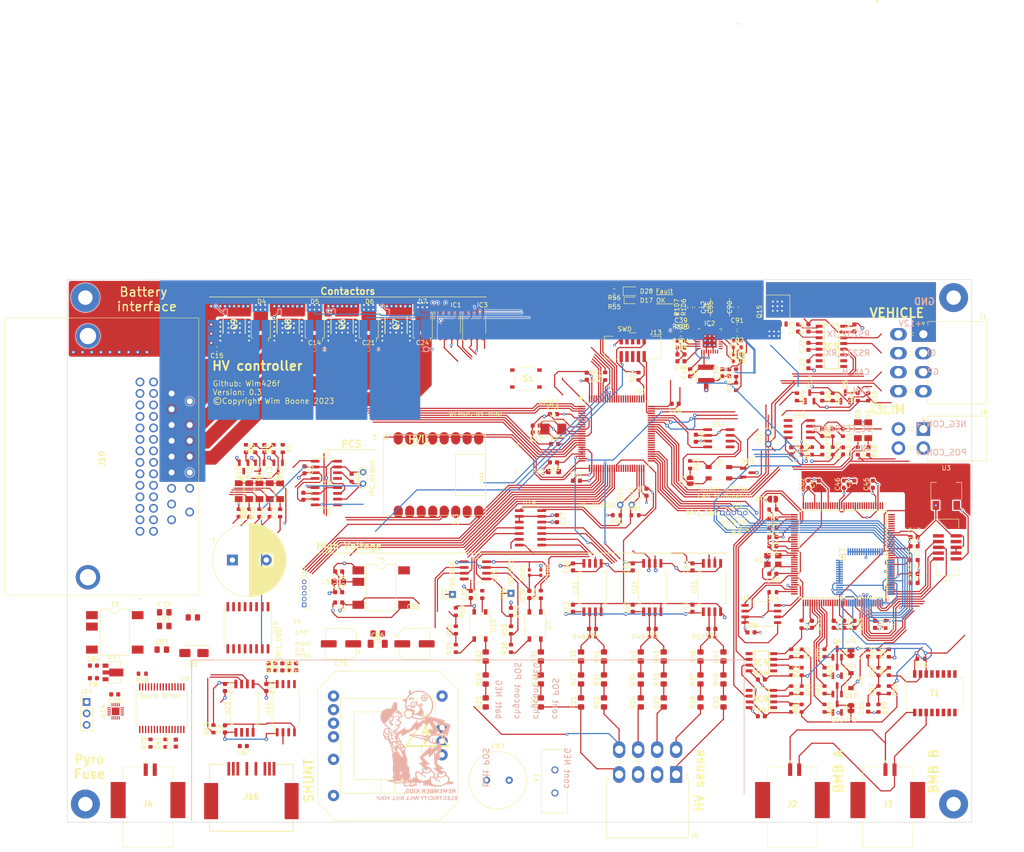
<source format=kicad_pcb>
(kicad_pcb (version 20221018) (generator pcbnew)
  (title_block (title "High Voltage Controller for Tesla Model 3 Battery") (rev "3"))
  (layers (0 "F.Cu" signal) (1 "In1.Cu" power) (2 "In2.Cu" power) (31 "B.Cu" signal) (34 "B.Paste" user) (35 "F.Paste" user) (36 "B.SilkS" user "B.Silkscreen") (37 "F.SilkS" user "F.Silkscreen") (38 "B.Mask" user) (39 "F.Mask" user) (44 "Edge.Cuts" user))
  (net 0 "")
  (net 1 "/HVCONT_NEG")
  (net 2 "/HVBATT_POS")
  (net 3 "Net-(U1-RCC_OSC_IN)")
  (net 4 "/HVCONT_POS")
  (net 5 "/HVCHGCONT_NEG")
  (net 6 "GND")
  (net 7 "/HVCHGCONT_POS")
  (net 8 "Net-(U1-RCC_OSC_OUT)")
  (net 9 "/HVBATT_NEG")
  (net 10 "Net-(U24-IN-)")
  (net 11 "+3V3")
  (net 12 "Net-(U24-IN+)")
  (net 13 "+5V")
  (net 14 "/Vehicle interface/c1-")
  (net 15 "/Vehicle interface/c1+")
  (net 16 "Net-(U21-IN-)")
  (net 17 "Net-(U21-IN+)")
  (net 18 "/Vehicle interface/c2-")
  (net 19 "/Vehicle interface/c2+")
  (net 20 "/Vehicle interface/v-")
  (net 21 "VREF_1.8V")
  (net 22 "/Vehicle interface/v+")
  (net 23 "Net-(C35-Pad1)")
  (net 24 "/Power supply/v7v")
  (net 25 "/Power supply/ss2")
  (net 26 "/Power supply/lx2")
  (net 27 "/Power supply/bst2")
  (net 28 "Net-(U25-IN-)")
  (net 29 "Net-(U25-IN+)")
  (net 30 "/HVIL safety/SCPOS_LATCH_OUT")
  (net 31 "/PCS control/IPC_CAN_RX")
  (net 32 "/PCS control/IPC_CAN_TX")
  (net 33 "Net-(T2-+DC_OUT)")
  (net 34 "Net-(U16-REF)")
  (net 35 "Net-(T2-+DC_IN)")
  (net 36 "/Power supply/bst1")
  (net 37 "/Power supply/lx1")
  (net 38 "/Power supply/ss1")
  (net 39 "Net-(C92-Pad1)")
  (net 40 "Net-(D17-K)")
  (net 41 "Net-(D28-K)")
  (net 46 "/Power supply/fb2")
  (net 47 "/Power supply/comp2")
  (net 48 "pyro_trigger")
  (net 49 "pyrotrig_overcurrent")
  (net 50 "GND_VEH")
  (net 51 "+12V")
  (net 52 "PT_CAN_H")
  (net 53 "PT_CAN_L")
  (net 55 "Net-(IC3-OUT_B)")
  (net 56 "Net-(IC3-OUT_A)")
  (net 59 "Net-(IC4--IN)")
  (net 60 "Net-(IC4-+IN)")
  (net 64 "Net-(R28-Pad2)")
  (net 65 "Net-(R29-Pad2)")
  (net 66 "Net-(R30-Pad2)")
  (net 67 "Net-(R31-Pad2)")
  (net 74 "CCS_NEG_EN")
  (net 75 "CCS_POS_EN")
  (net 79 "/Vehicle interface/RS232_RX")
  (net 80 "/Vehicle interface/RS232_TX")
  (net 81 "SPI1_CLK")
  (net 82 "SPI1_MOSI")
  (net 83 "SPI1_MISO")
  (net 88 "shunt_ntc")
  (net 89 "/HVIL safety/HVIL_SC_CONN_OUT")
  (net 90 "/HVIL safety/SCNEG_LATCH_OUT")
  (net 91 "/Vehicle interface/GPIO_1")
  (net 100 "/I3 LIM feedback/DC_CONT_FB")
  (net 101 "/Contactors/CCS_POS")
  (net 102 "/Contactors/MCON_POS")
  (net 104 "/Contactors/MCON_NEG")
  (net 105 "/Contactors/CCS_NEG")
  (net 106 "hvil_conn_ok")
  (net 107 "latch_scneg_ok")
  (net 108 "hvil_sc_conn_ok")
  (net 113 "latch_scpos_ok")
  (net 114 "pcs_chg")
  (net 115 "pcs_dcdc")
  (net 116 "pcs_en")
  (net 117 "veh_gpi")
  (net 118 "veh_gpo")
  (net 119 "SW_BPOS")
  (net 122 "SW_BNEG")
  (net 123 "12_veh_sense")
  (net 124 "scp_p_det")
  (net 125 "scn_p_det")
  (net 126 "/HVIL safety/HVIL_CONN_OUT")
  (net 127 "Net-(IC7-PROGRAM_B_2)")
  (net 128 "Net-(IC7-IO_L65P_INIT_B_2)")
  (net 143 "Net-(IC7-DONE_2)")
  (net 150 "Net-(R32-Pad2)")
  (net 151 "OUT2_P")
  (net 152 "/HV measurement/OUT1_P")
  (net 153 "/HV measurement/OUT1_N")
  (net 154 "/HV measurement/OUT3_P")
  (net 155 "/HV measurement/OUT3_N")
  (net 156 "shunt_P")
  (net 157 "shunt_N")
  (net 160 "/BMS communication/RD1_N")
  (net 161 "/BMS communication/RD1_P")
  (net 166 "+12VA")
  (net 171 "/Power supply/+vin")
  (net 172 "+5VD")
  (net 173 "ptcan_h")
  (net 174 "ptcan_l")
  (net 180 "/PCS control/PCS_DCDC_EN")
  (net 181 "/PCS control/PCS_ENABLE_EN")
  (net 182 "/PCS control/PCS_CHG_EN")
  (net 189 "ISO_BATT_POS")
  (net 190 "ISO_BATT_NEG")
  (net 192 "gate_ccs_p")
  (net 193 "gate_ccs_n")
  (net 194 "gate_mcon_p")
  (net 195 "gate_mcon_n")
  (net 196 "/STM32F107VCT6/VDDA")
  (net 199 "/STM32F107VCT6/led_green")
  (net 200 "/STM32F107VCT6/led_red")
  (net 201 "/STM32F107VCT6/SWDIO")
  (net 204 "/STM32F107VCT6/SWCLK")
  (net 209 "OUT2_N")
  (net 211 "/I3 LIM feedback/lmn")
  (net 212 "/I3 LIM feedback/lmp")
  (net 231 "Net-(IC9--IN)")
  (net 232 "Net-(IC9-+IN)")
  (net 234 "/BMS communication/fpga_cs")
  (net 240 "Net-(J8-Pin_1)")
  (net 241 "/BMS communication/fpga_clk")
  (net 242 "Net-(J8-Pin_2)")
  (net 245 "/BMS communication/fpga_miso")
  (net 247 "Net-(JP1-B)")
  (net 248 "Net-(JP3-B)")
  (net 249 "Net-(JP4-B)")
  (net 250 "Net-(Q1-B)")
  (net 251 "Net-(Q2-B)")
  (net 252 "Net-(Q3-B)")
  (net 253 "Net-(Q4-B)")
  (net 254 "Net-(Q12-E)")
  (net 255 "Net-(Q5-B)")
  (net 256 "Net-(Q11-B)")
  (net 257 "Net-(Q12-B)")
  (net 258 "Net-(Q13-B)")
  (net 259 "Net-(Q14-B)")
  (net 260 "Net-(Q14-C)")
  (net 261 "uaux")
  (net 262 "Net-(U19A--)")
  (net 263 "Net-(U19B--)")
  (net 264 "Net-(U2-~{CS})")
  (net 265 "overcurrent_trigger")
  (net 266 "Net-(U6A-*RST)")
  (net 267 "/Power supply/vdiv")
  (net 268 "/Power supply/fb1")
  (net 269 "/Power supply/rosc")
  (net 270 "/Power supply/comp1")
  (net 295 "batman_en")
  (net 314 "/HVIL safety/HVIL_IN")
  (net 316 "+1V2")
  (net 318 "/BMS communication/tms")
  (net 319 "/BMS communication/tck")
  (net 320 "/BMS communication/tdo")
  (net 322 "/BMS communication/tdi")
  (net 325 "/BMS communication/suspend")
  (net 326 "/BMS communication/D2L")
  (net 327 "/BMS communication/D2H")
  (net 328 "/BMS communication/D1L")
  (net 329 "/BMS communication/D1H")
  (net 330 "/BMS communication/ISOSPI-")
  (net 331 "/BMS communication/ISOSPI+")
  (net 344 "Net-(U14-PA5)")
  (net 356 "SPI1_CS_PYRO")
  (net 357 "/Pyro Fuse/mosi")
  (net 358 "/Pyro Fuse/clk")
  (net 359 "/Pyro Fuse/miso")
  (net 361 "/Pyro Fuse/sqb_lo")
  (net 362 "/Pyro Fuse/sqb_hi")
  (net 364 "/Pyro Fuse/vdiag")
  (net 365 "/Pyro Fuse/r_limit")
  (net 386 "wifi_tx")
  (net 387 "wifi_rx")
  (net 389 "/BMS communication/vout_n")
  (net 394 "/BMS communication/vout_p")
  (net 401 "/BMS communication/RCT")
  (net 404 "/PCS control/ipccan_l")
  (net 405 "/PCS control/ipccan_h")
  (net 406 "/Pyro Fuse/_pyro_trigger")
  (net 411 "RESET")
  (net 413 "ipccan2_rx")
  (net 414 "ipccan2_tx")
  (net 415 "ptcan1_tx")
  (net 416 "ptcan1_rx")
  (net 417 "i2c2_scl")
  (net 418 "i2c2_sda")
  (net 419 "SPI2_MISO")
  (net 420 "SPI2_MOSI")
  (net 421 "SPI2_CLK")
  (net 422 "SPI2_CS_BMS")
  (net 423 "usart1_tx1")
  (net 424 "usart1_rx1")
  (net 425 "/STM32F107VCT6/boot0")
  (net 432 "/Pyro Fuse/program")
  (net 442 "PYRO_RX")
  (net 443 "PYRO_TX")
  (net 444 "Net-(R96-Pad2)")
  (net 445 "Net-(R58-Pad2)")
  (net 446 "Net-(R45-Pad1)")
  (net 447 "Net-(R44-Pad1)")
  (net 448 "Net-(R40-Pad2)")
  (net 449 "Net-(R39-Pad1)")
  (net 450 "Net-(R38-Pad1)")
  (net 451 "Net-(R37-Pad2)")
  (net 452 "Net-(R36-Pad2)")
  (net 453 "Net-(R35-Pad2)")
  (net 454 "Net-(R34-Pad2)")
  (net 455 "Net-(R27-Pad2)")
  (net 456 "Net-(R26-Pad2)")
  (net 457 "Net-(R25-Pad2)")
  (net 458 "Net-(R24-Pad2)")
  (net 459 "Net-(R23-Pad2)")
  (net 460 "Net-(R22-Pad2)")
  (net 461 "Net-(R21-Pad2)")
  (net 462 "Net-(R20-Pad2)")
  (net 463 "Net-(R124-Pad2)")
  (net 464 "Net-(C79-Pad1)")
  (net 465 "/Pyro Fuse/pyro_tx")
  (net 466 "/Pyro Fuse/pyro_rx")
  (net 467 "/Pyro Fuse/cs")
  (net 468 "/CPCAN_L")
  (net 469 "/CPCAN_H")
  (net 470 "/BMS communication/fpga_mosi")
  (net 471 "/BMS communication/cclk")
  (net 472 "/BMS communication/RD2_P")
  (net 473 "/BMS communication/RD2_N")
  (net 474 "+5VA")
  (net 475 "GND1")
  (net 476 "/Pyro Fuse/buffer")
  (net 477 "GND2")
  (net 479 "Net-(U6B-GND)")
  (net 480 "/Power supply/en3")
  (net 481 "/Shunt measurement/shunt2_p")
  (net 482 "/Shunt measurement/shunt1_n")
  (net 483 "/Shunt measurement/shunt1_p")
  (net 484 "12V_VEH")
  (footprint "Capacitor_SMD:C_0603_1608Metric" (layer "F.Cu") (at 165.354 112.268 180)
    (fp_text reference "C33")
    (fp_text value "47nF")
  )
  (footprint "TestPoint:TestPoint_THTPad_1.5x1.5mm_Drill0.7mm" (layer "F.Cu") (at 121.158 104.6265)
    (fp_text reference "TP2")
    (fp_text value "ISO_NEG")
  )
  (footprint "Resistor_SMD:R_0603_1608Metric" (layer "F.Cu") (at 192.024 87.884 180)
    (fp_text reference "R57")
    (fp_text value "10k")
  )
  (footprint "Package_QFP:LQFP-100_14x14mm_P0.5mm" (layer "F.Cu") (at 157.48 69.088)
    (fp_text reference "U1")
    (fp_text value "STM32F107VBTx")
  )
  (footprint "Resistor_SMD:R_0603_1608Metric" (layer "F.Cu") (at 77.55 72.3805 90)
    (fp_text reference "R4")
    (fp_text value "1k")
  )
  (footprint "Package_SO:SOIC-14_3.9x8.7mm_P1.27mm" (layer "F.Cu") (at 138.43 89.916 180)
    (fp_text reference "U18")
    (fp_text value "MCP3424")
  )
  (footprint "Package_SO:SOIC-16W_7.5x10.3mm_P1.27mm" (layer "F.Cu") (at 75.946 112.014 -90)
    (fp_text reference "U15")
    (fp_text value "ADuM1401xRW")
  )
  (footprint "TestPoint:TestPoint_THTPad_1.5x1.5mm_Drill0.7mm" (layer "F.Cu") (at 134.112 104.394 -90)
    (fp_text reference "TP1")
    (fp_text value "ISO_POS")
  )
  (footprint "Resistor_SMD:R_0603_1608Metric" (layer "F.Cu") (at 121.92 108.4365 -90)
    (fp_text reference "R60")
    (fp_text value "10k")
  )
  (footprint "Resistor_SMD:R_0603_1608Metric" (layer "F.Cu") (at 213.106 72.898 -90)
    (fp_text reference "R68")
    (fp_text value "10k")
  )
  (footprint "Capacitor_SMD:C_0603_1608Metric" (layer "F.Cu") (at 86.614 120.65 90)
    (fp_text reference "C88")
    (fp_text value "100nF")
  )
  (footprint "Capacitor_SMD:C_0603_1608Metric" (layer "F.Cu") (at 199.898 45.72 90)
    (fp_text reference "C36")
    (fp_text value "100nF")
  )
  (footprint "Resistor_SMD:R_0603_1608Metric" (layer "F.Cu") (at 207.518 68.834 -90)
    (fp_text reference "R124")
    (fp_text value "4.7k")
  )
  (footprint "Inductor_SMD:L_0805_2012Metric_Pad1.15x1.40mm_HandSolder" (layer "F.Cu") (at 96.012 101.854)
    (fp_text reference "L5")
    (fp_text value "6.8uH")
  )
  (footprint "Capacitor_SMD:C_0603_1608Metric" (layer "F.Cu") (at 205.486 111.252 -90)
    (fp_text reference "C71")
    (fp_text value "100nF")
  )
  (footprint "Jumper:SolderJumper-2_P1.3mm_Bridged_RoundedPad1.0x1.5mm" (layer "F.Cu") (at 209.296 117.602 -90)
    (fp_text reference "JP4")
    (fp_text value "JP_Bridged")
  )
  (footprint "Resistor_SMD:R_0603_1608Metric" (layer "F.Cu") (at 82.042 120.65 90)
    (fp_text reference "R61")
    (fp_text value "10k")
  )
  (footprint "SamacSys_Parts:SOIC127P600X175-8N" (layer "F.Cu") (at 189.484 127.762 180)
    (fp_text reference "IC9")
    (fp_text value "TLV3501AIDR" hide)
  )
  (footprint "Resistor_SMD:R_0603_1608Metric" (layer "F.Cu") (at 217.678 125.73 -90)
    (fp_text reference "R96")
    (fp_text value "100R")
  )
  (footprint "Capacitor_SMD:C_0603_1608Metric" (layer "F.Cu") (at 223.266 93.98)
    (fp_text reference "C64")
    (fp_text value "100nF")
  )
  (footprint "Package_TO_SOT_SMD:SOT-23" (layer "F.Cu") (at 208.026 60.96 90)
    (fp_text reference "Q5")
    (fp_text value "MMBT5401")
  )
  (footprint "Capacitor_SMD:C_0603_1608Metric" (layer "F.Cu") (at 223.266 100.076)
    (fp_text reference "C74")
    (fp_text value "100nF")
  )
  (footprint "Capacitor_SMD:C_0603_1608Metric" (layer "F.Cu") (at 176.784 41.148 -90)
    (fp_text reference "C55")
    (fp_text value "22uF")
  )
  (footprint "Resistor_SMD:R_0603_1608Metric" (layer "F.Cu") (at 205.232 72.898 -90)
    (fp_text reference "R123")
    (fp_text value "5.6k")
  )
  (footprint "SamacSys_Parts:QFP50P2200X2200X160-144N" (layer "F.Cu") (at 207.518 95.758 -90)
    (fp_text reference "IC7")
    (fp_text value "XC6SLX9-2TQG144C" hide)
  )
  (footprint "Package_DFN_QFN:PQFN-8-EP_6x5mm_P1.27mm_Generic" (layer "F.Cu") (at 193.04 42.132 90)
    (fp_text reference "Q15")
    (fp_text value "AGM30P100A")
  )
  (footprint "Capacitor_SMD:C_0603_1608Metric" (layer "F.Cu") (at 46.482 126.746 180)
    (fp_text reference "C76")
    (fp_text value "100nF")
  )
  (footprint "Resistor_SMD:R_0805_2012Metric_Pad1.20x1.40mm_HandSolder" (layer "F.Cu") (at 162.814 118.364 90)
    (fp_text reference "R42")
    (fp_text value "3.3M")
  )
  (footprint "Jumper:SolderJumper-2_P1.3mm_Bridged_RoundedPad1.0x1.5mm" (layer "F.Cu") (at 209.296 129.794 90)
    (fp_text reference "JP3")
    (fp_text value "JP_Bridged")
  )
  (footprint "Resistor_SMD:R_0603_1608Metric" (layer "F.Cu") (at 205.232 60.96 -90)
    (fp_text reference "R77")
    (fp_text value "10k")
  )
  (footprint "Capacitor_SMD:C_0603_1608Metric" (layer "F.Cu") (at 143.51 64.77)
    (fp_text reference "C51")
    (fp_text value "100nF")
  )
  (footprint "Resistor_SMD:R_0603_1608Metric" (layer "F.Cu") (at 196.088 117.602 -90)
    (fp_text reference "R66")
    (fp_text value "10k")
  )
  (footprint "Diode_SMD:D_MiniMELF" (layer "F.Cu") (at 210.82 68.326 90)
    (fp_text reference "D8")
    (fp_text value "ZMM3V3-M")
  )
  (footprint "Package_SO:SOP-8_3.9x4.9mm_P1.27mm" (layer "F.Cu") (at 120.396 44.958 90)
    (fp_text reference "IC1")
    (fp_text value "UCC27324DR")
  )
  (footprint "Resistor_SMD:R_0603_1608Metric" (layer "F.Cu") (at 161.544 87.122)
    (fp_text reference "R91")
    (fp_text value "2.7k")
  )
  (footprint "Capacitor_SMD:C_0603_1608Metric" (layer "F.Cu") (at 223.266 97.028)
    (fp_text reference "C72")
    (fp_text value "100nF")
  )
  (footprint "Fuse:Fuse_RL600-150_L14mm_W5.1mm" (layer "F.Cu") (at 142.577 150.986 90)
    (fp_text reference "F1")
    (fp_text value "A600-150")
  )
  (footprint "Resistor_SMD:R_0603_1608Metric" (layer "F.Cu") (at 98.871 78.847 -90)
    (fp_text reference "R64")
    (fp_text value "120R")
  )
  (footprint "Capacitor_SMD:C_0603_1608Metric" (layer "F.Cu") (at 173.736 55.626 90)
    (fp_text reference "C43")
    (fp_text value "47nF")
  )
  (footprint "Package_DFN_QFN:HVQFN-32-1EP_5x5mm_P0.5mm_EP3.1x3.1mm" (layer "F.Cu") (at 178.054 48.514)
    (fp_text reference "IC2")
    (fp_text value "TPS65261RHBR")
  )
  (footprint "Package_SO:SO-4_4.4x4.3mm_P2.54mm" (layer "F.Cu") (at 127.254 111.506 -90)
    (fp_text reference "U10")
    (fp_text value "C238S")
  )
  (footprint "Resistor_SMD:R_0603_1608Metric" (layer "F.Cu") (at 213.106 60.96 -90)
    (fp_text reference "R16")
    (fp_text value "2.7k")
  )
  (footprint "Resistor_SMD:R_0603_1608Metric" (layer "F.Cu") (at 217.678 121.666 90)
    (fp_text reference "R9")
    (fp_text value "330R")
  )
  (footprint "Resistor_SMD:R_0603_1608Metric" (layer "F.Cu") (at 203.454 117.602 90)
    (fp_text reference "R86")
    (fp_text value "1k")
  )
  (footprint "Capacitor_SMD:CP_Elec_6.3x7.7" (layer "F.Cu") (at 112.776 115.56)
    (fp_text reference "C83")
    (fp_text value "220uf_25V")
  )
  (footprint "Jumper:SolderJumper-2_P1.3mm_Open_RoundedPad1.0x1.5mm" (layer "F.Cu") (at 173.736 79.502 90)
    (fp_text reference "JP1")
    (fp_text value "SolderJumper_2_Open")
  )
  (footprint "Capacitor_SMD:C_0603_1608Metric" (layer "F.Cu") (at 189.484 123.444)
    (fp_text reference "C19")
    (fp_text value "100nF")
  )
  (footprint "Resistor_SMD:R_0805_2012Metric_Pad1.20x1.40mm_HandSolder" (layer "F.Cu") (at 140.716 118.364 90)
    (fp_text reference "R35")
    (fp_text value "402k")
  )
  (footprint "Resistor_SMD:R_0603_1608Metric" (layer "F.Cu") (at 196.088 121.666 -90)
    (fp_text reference "R65")
    (fp_text value "10k")
  )
  (footprint "SamacSys_Parts:PE1812ACC220STS" (layer "F.Cu") (at 180.086 77.724)
    (fp_text reference "L6")
    (fp_text value "L_Coupled_1423" hide)
  )
  (footprint "Package_TO_SOT_SMD:TO-277B" (layer "F.Cu") (at 78.786 45.11 180)
    (fp_text reference "D4")
    (fp_text value "SVM1045V")
  )
  (footprint "Resistor_SMD:R_0805_2012Metric_Pad1.20x1.40mm_HandSolder" (layer "F.Cu") (at 128.524 128.524 90)
    (fp_text reference "R23")
    (fp_text value "402k")
  )
  (footprint "Resistor_SMD:R_0603_1608Metric" (layer "F.Cu") (at 79.582 72.3805 -90)
    (fp_text reference "R3")
    (fp_text value "1k")
  )
  (footprint "Resistor_SMD:R_0805_2012Metric_Pad1.20x1.40mm_HandSolder" (layer "F.Cu") (at 149.606 123.444 90)
    (fp_text reference "R27")
    (fp_text value "3.3M")
  )
  (footprint "SamacSys_Parts:0349128020" (layer "F.Cu") (at 217.424 150.114)
    (fp_text reference "J3")
    (fp_text value "BMB_B_CONN" hide)
  )
  (footprint "Capacitor_SMD:C_0603_1608Metric" (layer "F.Cu") (at 96.012 106.426 180)
    (fp_text reference "C30")
    (fp_text value "10uF")
  )
  (footprint "Resistor_SMD:R_0603_1608Metric" (layer "F.Cu") (at 127.762 104.648 90)
    (fp_text reference "R45")
    (fp_text value "10k")
  )
  (footprint "Resistor_SMD:R_0603_1608Metric" (layer "F.Cu") (at 121.92 116.586 90)
    (fp_text reference "R39")
    (fp_text value "10k")
  )
  (footprint "Capacitor_THT:C_Radial_D12.5mm_H20.0mm_P5.00mm" (layer "F.Cu") (at 128.716 145.732)
    (fp_text reference "C87")
    (fp_text value "22uf_450V")
  )
  (footprint "Resistor_SMD:R_0603_1608Metric" (layer "F.Cu") (at 215.392 125.73 90)
    (fp_text reference "R97")
    (fp_text value "150R")
  )
  (footprint "Package_TO_SOT_SMD:TO-277B" (layer "F.Cu") (at 102.662 45.11 180)
    (fp_text reference "D6")
    (fp_text value "SVM1045V")
  )
  (footprint "Capacitor_SMD:C_0805_2012Metric_Pad1.18x1.45mm_HandSolder" (layer "F.Cu") (at 56.896 116.84)
    (fp_text reference "C93")
    (fp_text value "10uF")
  )
  (footprint "Resistor_SMD:R_0603_1608Metric" (layer "F.Cu") (at 156.972 37.592 180)
    (fp_text reference "R56")
    (fp_text value "1k")
  )
  (footprint "Capacitor_SMD:C_0603_1608Metric" (layer "F.Cu") (at 161.036 107.696 90)
    (fp_text reference "C56")
    (fp_text value "100nF")
  )
  (footprint "Resistor_SMD:R_0603_1608Metric" (layer "F.Cu") (at 134.112 116.586 90)
    (fp_text reference "R38")
    (fp_text value "10k")
  )
  (footprint "Resistor_SMD:R_0603_1608Metric" (layer "F.Cu") (at 173.736 75.946 -90)
    (fp_text reference "R93")
    (fp_text value "120R")
  )
  (footprint "Package_SO:SOIC-8_3.9x4.9mm_P1.27mm" (layer "F.Cu") (at 93.283 77.089)
    (fp_text reference "U4")
    (fp_text value "TJA1050T/CM,118")
  )
  (footprint "Capacitor_SMD:C_0603_1608Metric" (layer "F.Cu") (at 114.554 50.419)
    (fp_text reference "C24")
    (fp_text value "10nF")
  )
  (footprint "Capacitor_SMD:C_0603_1608Metric" (layer "F.Cu") (at 175.006 70.104 -90)
    (fp_text reference "C50")
    (fp_text value "100nF")
  )
  (footprint "Connector_PinHeader_1.27mm:PinHeader_2x05_P1.27mm_JTAG_SMD" (layer "F.Cu") (at 160.782 50.038 -90)
    (fp_text reference "J13")
    (fp_text value "Conn_ARM_JTAG_SWD_10")
  )
  (footprint "Capacitor_SMD:CP_Elec_6.3x7.7" (layer "F.Cu") (at 96.52 115.56 180)
    (fp_text reference "C75")
    (fp_text value "220uf_25V")
  )
  (footprint "Capacitor_SMD:C_0603_1608Metric" (layer "F.Cu") (at 207.518 72.898 -90)
    (fp_text reference "C68")
    (fp_text value "100nF")
  )
  (footprint "Inductor_SMD:L_0805_2012Metric_Pad1.15x1.40mm_HandSolder" (layer "F.Cu") (at 63.763 109.728)
    (fp_text reference "L4")
    (fp_text value "6.8uH")
  )
  (footprint "Capacitor_SMD:C_0603_1608Metric" (layer "F.Cu") (at 164.084 82.042 90)
    (fp_text reference "C25")
    (fp_text value "100nF")
  )
  (footprint "SamacSys_Parts:SOIC127P600X175-16N" (layer "F.Cu") (at 204.978 49.784)
    (fp_text reference "IC5")
    (fp_text value "SN65C3232EDR" hide)
  )
  (footprint "Package_SO:SOIC-8_3.9x4.9mm_P1.27mm" (layer "F.Cu") (at 93.283 82.931)
    (fp_text reference "U8")
    (fp_text value "TJA1050T/CM,118")
  )
  (footprint "Resistor_SMD:R_0603_1608Metric" (layer "F.Cu") (at 73.914 86.62 -90)
    (fp_text reference "R6")
    (fp_text value "10k")
  )
  (footprint "Resistor_SMD:R_0603_1608Metric" (layer "F.Cu") (at 156.972 39.624 180)
    (fp_text reference "R55")
    (fp_text value "1k")
  )
  (footprint "Diode_SMD:D_SOD-123" (layer "F.Cu") (at 209.296 123.698 90)
    (fp_text reference "U9")
    (fp_text value "NSI45030AT1G")
  )
  (footprint "Resistor_SMD:R_0603_1608Metric" (layer "F.Cu") (at 192.024 104.14 180)
    (fp_text reference "R14")
    (fp_text value "10k")
  )
  (footprint "Package_DFN_QFN:VQFN-20-1EP_3x3mm_P0.4mm_EP1.7x1.7mm" (layer "F.Cu") (at 46.698 130.482 90)
    (fp_text reference "U14")
    (fp_text value "ATtiny1616-M")
  )
  (footprint "Capacitor_SMD:C_0603_1608Metric" (layer "F.Cu") (at 171.704 51.562)
    (fp_text reference "C35")
    (fp_text value "3.3nF")
  )
  (footprint "Inductor_SMD:L_Vishay_IFSC-1515AH_4x4x1.8mm" (layer "F.Cu") (at 177.292 55.88 90)
    (fp_text reference "L2")
    (fp_text value "4.7uH")
  )
  (footprint "Resistor_SMD:R_0603_1608Metric" (layer "F.Cu") (at 157.464 87.122 180)
    (fp_text reference "R90")
    (fp_text value "2.7k")
  )
  (footprint "Package_TO_SOT_SMD:SOT-23" (layer "F.Cu") (at 75.01 76.4445 -90)
    (fp_text reference "Q3")
    (fp_text value "MMBT5551")
  )
  (footprint "Capacitor_SMD:C_0603_1608Metric" (layer "F.Cu") (at 180.848 55.626 90)
    (fp_text reference "C38")
    (fp_text value "22uF")
  )
  (footprint "Diode_SMD:D_MiniMELF" (layer "F.Cu") (at 80.772 81.794 90)
    (fp_text reference "D13")
    (fp_text value "ZMM3V3-M")
  )
  (footprint "Resistor_SMD:R_0805_2012Metric_Pad1.20x1.40mm_HandSolder" (layer "F.Cu") (at 167.894 123.444 90)
    (fp_text reference "R36")
    (fp_text value "3.3M")
  )
  (footprint "Resistor_SMD:R_0603_1608Metric" (layer "F.Cu") (at 198.374 121.666 90)
    (fp_text reference "R74")
    (fp_text value "430R")
  )
  (footprint "Resistor_SMD:R_0603_1608Metric" (layer "F.Cu") (at 81.614 72.3805 90)
    (fp_text reference "R2")
    (fp_text value "1k")
  )
  (footprint "SamacSys_Parts:0349128020" (layer "F.Cu") (at 196.342 150.114)
    (fp_text reference "J2")
    (fp_text value "BMB_A_CONN" hide)
  )
  (footprint "Resistor_SMD:R_0603_1608Metric" (layer "F.Cu") (at 134.112 108.458 -90)
    (fp_text reference "R59")
    (fp_text value "10k")
  )
  (footprint "Resistor_SMD:R_0603_1608Metric" (layer "F.Cu") (at 203.454 129.794 -90)
    (fp_text reference "R87")
    (fp_text value "1k")
  )
  (footprint "Resistor_SMD:R_0603_1608Metric" (layer "F.Cu") (at 215.392 117.602 90)
    (fp_text reference "R98")
    (fp_text value "330R")
  )
  (footprint "Resistor_SMD:R_0603_1608Metric" (layer "F.Cu") (at 80.772 86.62 90)
    (fp_text reference "R71")
    (fp_text value "10k")
  )
  (footprint "Package_TO_SOT_SMD:SOT-23" (layer "F.Cu") (at 206.248 121.666 90)
    (fp_text reference "Q11")
    (fp_text value "MMBT3904")
  )
  (footprint "Resistor_SMD:R_0603_1608Metric" (layer "F.Cu") (at 78.486 86.62 90)
    (fp_text reference "R72")
    (fp_text value "10k")
  )
  (footprint "Capacitor_SMD:C_0603_1608Metric" (layer "F.Cu") (at 207.772 111.252 -90)
    (fp_text reference "C12")
    (fp_text value "100nF")
  )
  (footprint "Resistor_SMD:R_0603_1608Metric" (layer "F.Cu") (at 52.578 122.174 180)
    (fp_text reference "R78")
    (fp_text value "10k")
  )
  (footprint "Resistor_SMD:R_0603_1608Metric" (layer "F.Cu") (at 210.82 60.96 90)
    (fp_text reference "R15")
    (fp_text value "10k")
  )
  (footprint "Capacitor_SMD:C_0603_1608Metric" (layer "F.Cu") (at 69.088 50.419 180)
    (fp_text reference "C15")
    (fp_text value "10nF")
  )
  (footprint "Capacitor_SMD:C_0603_1608Metric" (layer "F.Cu") (at 210.058 45.72 90)
    (fp_text reference "C37")
    (fp_text value "100nF")
  )
  (footprint "Capacitor_SMD:C_0603_1608Metric" (layer "F.Cu") (at 144.272 87.884 -90)
    (fp_text reference "C27")
    (fp_text value "100nF")
  )
  (footprint "Package_SO:SSO-8_6.8x5.9mm_P1.27mm_Clearance8mm" (layer "F.Cu") (at 75.184 129.794 90)
    (fp_text reference "U23")
    (fp_text value "ACPL-C79B-500E")
  )
  (footprint "Package_TO_SOT_SMD:SOT-23" (layer "F.Cu") (at 206.248 125.73 90)
    (fp_text reference "Q12")
    (fp_text value "MMBT3906")
  )
  (footprint "Capacitor_SMD:C_0603_1608Metric" (layer "F.Cu") (at 192.024 93.98 180)
    (fp_text reference "C16")
    (fp_text value "100nF")
  )
  (footprint "Capacitor_SMD:C_0603_1608Metric" (layer "F.Cu") (at 83.566 120.65 -90)
    (fp_text reference "C85")
    (fp_text value "100nF")
  )
  (footprint "Package_TO_SOT_SMD:SOT-23" (layer "F.Cu") (at 206.248 129.794 90)
    (fp_text reference "Q13")
    (fp_text value "MMBT3904")
  )
  (footprint "Resistor_SMD:R_0805_2012Metric_Pad1.20x1.40mm_HandSolder" (layer "F.Cu") (at 176.022 123.444 90)
    (fp_text reference "R37")
    (fp_text value "3.3M")
  )
  (footprint "Resistor_SMD:R_0402_1005Metric_Pad0.72x0.64mm_HandSolder" (layer "F.Cu") (at 178.562 114.046 180)
    (fp_text reference "R52")
    (fp_text value "10kΩ")
  )
  (footprint "Resistor_SMD:R_0603_1608Metric" (layer "F.Cu") (at 184.15 53.086)
    (fp_text reference "R110")
    (fp_text value "73.2k")
  )
  (footprint "Crystal:Crystal_SMD_5032-2Pin_5.0x3.2mm" (layer "F.Cu") (at 143.51 68.072)
    (fp_text reference "Y1")
    (fp_text value "Crystal")
  )
  (footprint "SamacSys_Parts:0349128020" (layer "F.Cu") (at 53.848 150.114)
    (fp_text reference "J4")
    (fp_text value "34912-8020" hide)
  )
  (footprint "Resistor_SMD:R_0603_1608Metric" (layer "F.Cu") (at 198.374 111.252 -90)
    (fp_text reference "R7")
    (fp_text value "10k")
  )
  (footprint "Capacitor_SMD:C_0603_1608Metric" (layer "F.Cu") (at 192.024 91.948 180)
    (fp_text reference "C65")
    (fp_text value "100nF")
  )
  (footprint "Resistor_SMD:R_0603_1608Metric" (layer "F.Cu") (at 203.454 121.666 -90)
    (fp_text reference "R83")
    (fp_text value "1k")
  )
  (footprint "Package_TO_SOT_SMD:SOT-23" (layer "F.Cu") (at 186.436 77.724)
    (fp_text reference "D15")
    (fp_text value "SZNUP2105LT1G")
  )
  (footprint "Capacitor_SMD:C_0603_1608Metric" (layer "F.Cu") (at 96.012 99.568 180)
    (fp_text reference "C28")
    (fp_text value "4.7uF")
  )
  (footprint "Package_SO:SSO-8_6.8x5.9mm_P1.27mm_Clearance8mm" (layer "F.Cu") (at 165.354 103.124 90)
    (fp_text reference "U24")
    (fp_text value "ACPL-C790-500E")
  )
  (footprint "Resistor_SMD:R_0603_1608Metric" (layer "F.Cu") (at 184.15 51.562 180)
    (fp_text reference "R108")
    (fp_text value "73.2k")
  )
  (footprint "Connector_PinHeader_1.27mm:PinHeader_2x05_P1.27mm_JTAG_SMD" (layer "F.Cu") (at 230.632 93.98 180)
    (fp_text reference "J7")
    (fp_text value "Conn_ARM_JTAG_SWD_10")
  )
  (footprint "Resistor_SMD:R_0603_1608Metric" (layer "F.Cu") (at 171.704 50.038)
    (fp_text reference "R104")
    (fp_text value "20k")
  )
  (footprint "Resistor_SMD:R_0603_1608Metric" (layer "F.Cu") (at 54.404999 137.5283 90)
    (fp_text reference "R79")
    (fp_text value "5.1k")
  )
  (footprint "Capacitor_SMD:C_0805_2012Metric_Pad1.18x1.45mm_HandSolder" (layer "F.Cu") (at 57.443 108.602)
    (fp_text reference "C73")
    (fp_text value "4.7uF")
  )
  (footprint "Capacitor_SMD:C_0603_1608Metric" (layer "F.Cu") (at 202.184 80.264 90)
    (fp_text reference "C4")
    (fp_text value "100nF")
  )
  (footprint "TestPoint:TestPoint_2Pads_Pitch2.54mm_Drill0.8mm" (layer "F.Cu") (at 158.262 84.836)
    (fp_text reference "J5" hide)
    (fp_text value "IIC_DEBUG")
  )
  (footprint "Resistor_SMD:R_0603_1608Metric" (layer "F.Cu") (at 196.088 129.794 -90)
    (fp_text reference "R84")
    (fp_text value "10k")
  )
  (footprint "Resistor_SMD:R_0603_1608Metric" (layer "F.Cu") (at 216.916 111.252 -90)
    (fp_text reference "R75")
    (fp_text value "2.7k")
  )
  (footprint "Resistor_SMD:R_0805_2012Metric_Pad1.20x1.40mm_HandSolder" (layer "F.Cu") (at 140.716 123.444 90)
    (fp_text reference "R26")
    (fp_text value "402k")
  )
  (footprint "Resistor_SMD:R_0603_1608Metric" (layer "F.Cu") (at 85.09 120.65 -90)
    (fp_text reference "R12")
    (fp_text value "300R")
  )
  (footprint "Capacitor_SMD:C_0603_1608Metric" (layer "F.Cu") (at 189.484 131.572)
    (fp_text reference "C5")
    (fp_text value "100nF")
  )
  (footprint "Diode_SMD:D_MiniMELF" (layer "F.Cu") (at 76.2 81.794 90)
    (fp_text reference "D12")
    (fp_text value "ZMM3V3-M")
  )
  (footprint "Capacitor_SMD:C_0603_1608Metric" (layer "F.Cu") (at 199.898 49.784 90)
    (fp_text reference "C22")
    (fp_text value "100nF")
  )
  (footprint "Resistor_SMD:R_0805_2012Metric_Pad1.20x1.40mm_HandSolder" (layer "F.Cu") (at 181.102 128.524 90)
    (fp_text reference "R30")
    (fp_text value "3.3M")
  )
  (footprint "Resistor_SMD:R_0603_1608Metric" (layer "F.Cu") (at 76.2 86.62 90)
    (fp_text reference "R70")
    (fp_text value "10k")
  )
  (footprint "Connector_PinHeader_1.27mm:PinHeader_1x05_P1.27mm_Vertical" (layer "F.Cu") (at 180.848 86.614 90)
    (fp_text reference "J11")
    (fp_text value "Conn_01x05_Male")
  )
  (footprint "Package_TO_SOT_SMD:TO-277B" (layer "F.Cu") (at 114.6 45.11 180)
    (fp_text reference "D7")
    (fp_text value "SVM1045V")
  )
  (footprint "Resistor_SMD:R_0603_1608Metric" (layer "F.Cu") (at 83.058 86.62 90)
    (fp_text reference "R73")
    (fp_text value "10k")
  )
  (footprint "Capacitor_SMD:C_0603_1608Metric" (layer "F.Cu") (at 59.992999 137.5283 90)
    (fp_text reference "C77")
    (fp_text value "100nF")
  )
  (footprint "SamacSys_Parts:SOIC127P600X175-8N" (layer "F.Cu") (at 189.484 119.634 180)
    (fp_text reference "IC4")
    (fp_text value "TLV3501AIDR" hide)
  )
  (footprint "Capacitor_SMD:C_0603_1608Metric" (layer "F.Cu") (at 183.896 41.148 90)
    (fp_text reference "C90")
    (fp_text value "47nF")
  )
  (footprint "Resistor_SMD:R_0805_2012Metric_Pad1.20x1.40mm_HandSolder" (layer "F.Cu") (at 162.814 123.444 90)
    (fp_text reference "R34")
    (fp_text value "3.3M")
  )
  (footprint "Capacitor_SMD:C_0603_1608Metric" (layer "F.Cu") (at 210.058 80.264 90)
    (fp_text reference "C2")
    (fp_text value "100nF")
  )
  (footprint "Custom:SMDIP-8_W9.53mm" (layer "F.Cu") (at 105.41 103.124)
    (fp_text reference "T5")
    (fp_text value "IES0105S05")
  )
  (footprint "TestPoint:TestPoint_2Pads_Pitch2.54mm_Drill0.8mm" (layer "F.Cu") (at 191.008 68.854 -90)
    (fp_text reference "J12")
    (fp_text value "CAN_DEBUG")
  )
  (footprint "Resistor_SMD:R_0603_1608Metric" (layer "F.Cu") (at 215.392 129.794 -90)
    (fp_text reference "R99")
    (fp_text value "330R")
  )
  (footprint "Capacitor_SMD:C_0603_1608Metric" (layer "F.Cu") (at 138.176 104.648 90)
    (fp_text reference "C32")
    (fp_text value "10uF")
  )
  (footprint "Resistor_SMD:R_0603_1608Metric" (layer "F.Cu") (at 171.704 43.942 180)
    (fp_text reference "R105")
    (fp_text value "1k")
  )
  (footprint "Package_TO_SOT_SMD:TO-277B" (layer "F.Cu") (at 90.724 45.11 180)
    (fp_text reference "D5")
    (fp_text value "SVM1045V")
  )
  (footprint "Diode_SMD:D_MiniMELF" (layer "F.Cu") (at 213.106 68.326 90)
    (fp_text reference "D9")
    (fp_text value "ZMM3V3-M")
  )
  (footprint "Resistor_SMD:R_0402_1005Metric_Pad0.72x0.64mm_HandSolder" (layer "F.Cu") (at 152.146 114.046 180)
    (fp_text reference "R48")
    (fp_text value "10kΩ")
  )
  (footprint "Capacitor_SMD:C_0603_1608Metric" (layer "F.Cu") (at 184.15 45.466)
    (fp_text reference "C91")
    (fp_text value "10nF")
  )
  (footprint "Capacitor_SMD:C_0603_1608Metric" (layer "F.Cu") (at 41.782 120.372)
    (fp_text reference "C84")
    (fp_text value "10uF")
  )
  (footprint "Capacitor_SMD:C_0603_1608Metric" (layer "F.Cu") (at 174.244 98.552 90)
    (fp_text reference "C60")
    (fp_text value "100nF")
  )
  (footprint "Capacitor_SMD:C_0603_1608Metric" (layer "F.Cu") (at 175.26 41.148 -90)
    (fp_text reference "C42")
    (fp_text value "22uF")
  )
  (footprint "Capacitor_SMD:C_1206_3216Metric_Pad1.33x1.80mm_HandSolder" (layer "F.Cu") (at 104.648 115.56)
    (fp_text reference "C86")
    (fp_text value "680pF 630V")
  )
  (footprint "Capacitor_SMD:C_0603_1608Metric" (layer "F.Cu") (at 90.678 50.419)
    (fp_text reference "C14")
    (fp_text value "10nF")
  )
  (footprint "LED_SMD:LED_0603_1608Metric_Pad1.05x0.95mm_HandSolder" (layer "F.Cu") (at 160.782 39.624)
    (fp_text reference "D17")
    (fp_text value "LED_GREEN")
  )
  (footprint "Package_TO_SOT_SMD:SOT-223-3_TabPin2" (layer "F.Cu") (at 230.378 81.788 90)
    (fp_text reference "U3")
    (fp_text value "LD1117S12TR_SOT223")
  )
  (footprint "Custom:SMDIP-8_W9.53mm" (layer "F.Cu") (at 46.5045 113.03)
    (fp_text reference "T3")
    (fp_text value "IES0105S12")
  )
  (footprint "Resistor_SMD:R_0805_2012Metric_Pad1.20x1.40mm_HandSolder" (layer "F.Cu") (at 128.524 123.444 90)
    (fp_text reference "R29")
    (fp_text value "402k")
  )
  (footprint "Resistor_SMD:R_0603_1608Metric" (layer "F.Cu") (at 210.82 72.898 -90)
    (fp_text reference "R63")
    (fp_text value "10k")
  )
  (footprint "SamacSys_Parts:TS1187ABAB" (layer "F.Cu") (at 137.422 56.896 180)
    (fp_text reference "S1")
    (fp_text value "TS-1187A-B-A-B" hide)
  )
  (footprint "Resistor_SMD:R_0402_1005Metric_Pad0.72x0.64mm_HandSolder" (layer "F.Cu") (at 165.354 114.046 180)
    (fp_text reference "R49")
    (fp_text value "10kΩ")
  )
  (footprint "Resistor_SMD:R_0603_1608Metric" (layer "F.Cu") (at 121.92 112.5005 90)
    (fp_text reference "R51")
    (fp_text value "5.1k")
  )
  (footprint "SamacSys_Parts:S44BRAD1AK" (layer "F.Cu") (at 52.07 90.678 -90)
    (fp_text reference "J10")
    (fp_text value "S44B-RAD1AK" hide)
  )
  (footprint "Capacitor_SMD:C_0603_1608Metric" (layer "F.Cu") (at 178.562 112.268 180)
    (fp_text reference "C54")
    (fp_text value "47nF")
  )
  (footprint "Resistor_SMD:R_0603_1608Metric" (layer "F.Cu") (at 183.896 58.674 90)
    (fp_text reference "R18")
    (fp_text value "1k")
  )
  (footprint "Capacitor_SMD:C_0603_1608Metric" (layer "F.Cu") (at 214.122 80.264 90)
    (fp_text reference "C45")
    (fp_text value "100nF")
  )
  (footprint "Resistor_SMD:R_0805_2012Metric_Pad1.20x1.40mm_HandSolder" (layer "F.Cu") (at 162.814 128.524 90)
    (fp_text reference "R24")
    (fp_text value "3.3M")
  )
  (footprint "Capacitor_SMD:C_0603_1608Metric" (layer "F.Cu") (at 147.828 98.552 90)
    (fp_text reference "C58")
    (fp_text value "100nF")
  )
  (footprint "Package_SO:SSO-8_6.8x5.9mm_P1.27mm_Clearance8mm" (layer "F.Cu") (at 178.562 103.124 90)
    (fp_text reference "U25")
    (fp_text value "ACPL-C790-500E")
  )
  (footprint "Capacitor_SMD:C_0603_1608Metric" (layer "F.Cu") (at 70.866 125.222 -90)
    (fp_text reference "C11")
    (fp_text value "100nF")
  )
  (footprint "SamacSys_Parts:ZE05H8DP2H" (layer "F.Cu") (at 76.708 149.59275)
    (fp_text reference "J16")
    (fp_text value "ZE05H-8DP-2H" hide)
  )
  (footprint "Resistor_SMD:R_0603_1608Metric" (layer "F.Cu") (at 134.112 112.522 90)
    (fp_text reference "R50")
    (fp_text value "5.1k")
  )
  (footprint "Connector_Molex:Molex_Mini-Fit_Jr_5569-08A2_2x04_P4.20mm_Horizontal" (layer "F.Cu") (at 170.626 144.462 180)
    (fp_text reference "J6")
    (fp_text value "HV_SENSE")
  )
  (footprint "Capacitor_SMD:C_0603_1608Metric" (layer "F.Cu") (at 202.946 68.834 -90)
    (fp_text reference "C70")
    (fp_text value "1nF")
  )
  (footprint "Capacitor_THT:CP_Radial_D16.0mm_P7.50mm" (layer "F.Cu") (at 72.51 97.028)
    (fp_text reference "C6")
    (fp_text value "3300uF 25V")
  )
  (footprint "Resistor_SMD:R_0603_1608Metric" (layer "F.Cu") (at 140.716 104.648 90)
    (fp_text reference "R44")
    (fp_text value "10k")
  )
  (footprint "Connector_Molex:Molex_Mini-Fit_Jr_5569-08A2_2x04_P4.20mm_Horizontal" (layer "F.Cu") (at 225.298 47.09 -90)
    (fp_text reference "J1")
    (fp_text value "VEH_INTERFACE")
  )
  (footprint "Capacitor_SMD:C_0603_1608Metric" (layer "F.Cu") (at 96.012 104.14)
    (fp_text reference "C29")
    (fp_text value "4.7uF")
  )
  (footprint "Resistor_SMD:R_0603_1608Metric" (layer "F.Cu") (at 202.946 72.898 -90)
    (fp_text reference "R122")
    (fp_text value "10k")
  )
  (footprint "Capacitor_SMD:C_0603_1608Metric" (layer "F.Cu") (at 197.612 45.72 90)
    (fp_text reference "C20")
    (fp_text value "100nF")
  )
  (footprint "Capacitor_SMD:C_0603_1608Metric" (layer "F.Cu") (at 41.782 123.166 180)
    (fp_text reference "C8")
    (fp_text value "10uF")
  )
  (footprint "Resistor_SMD:R_0603_1608Metric" (layer "F.Cu") (at 215.392 121.666 90)
    (fp_text reference "R58")
    (fp_text value "150R")
  )
  (footprint "Resistor_SMD:R_0603_1608Metric" (layer "F.Cu") (at 198.374 129.794 90)
    (fp_text reference "R8")
    (fp_text value "430R")
  )
  (footprint "SamacSys_Parts:SIRA90DPT1GE3" (layer "F.Cu") (at 96.774 44.958 -90)
    (fp_text reference "Q6")
    (fp_text value "SIR802DP-T1-GE3-VB" hide)
  )
  (footprint "Resistor_SMD:R_0805_2012Metric_Pad1.20x1.40mm_HandSolder" (layer "F.Cu") (at 154.686 118.364 90)
    (fp_text reference "R41")
    (fp_text value "3.3M")
  )
  (footprint "MountingHole:MountingHole_3.2mm_M3_Pad_TopBottom" (layer "F.Cu") (at 232 151)
    (fp_text reference "REF**" hide)
    (fp_text value "MountingHole_3.2mm_M3_Pad_TopBottom")
  )
  (footprint "Package_TO_SOT_SMD:SOT-23" (layer "F.Cu") (at 206.248 117.602 90)
    (fp_text reference "Q4")
    (fp_text value "MMBT3906")
  )
  (footprint "Capacitor_SMD:C_0603_1608Metric" (layer "F.Cu") (at 171.704 53.086 180)
    (fp_text reference "C40")
    (fp_text value "10nF")
  )
  (footprint "Package_TO_SOT_SMD:SOT-23" (layer "F.Cu") (at 82.63 76.4445 -90)
    (fp_text reference "Q1")
    (fp_text value "MMBT5551")
  )
  (footprint "Resistor_SMD:R_0603_1608Metric" (layer "F.Cu") (at 203.454 125.73 90)
    (fp_text reference "R89")
    (fp_text value "1k")
  )
  (footprint "Resistor_SMD:R_0805_2012Metric_Pad1.20x1.40mm_HandSolder" (layer "F.Cu") (at 149.606 118.364 90)
    (fp_text reference "R33")
    (fp_text value "3.3M")
  )
  (footprint "Resistor_SMD:R_0603_1608Metric" (layer "F.Cu") (at 172.212 41.148 90)
    (fp_text reference "R107")
    (fp_text value "5.1k")
  )
  (footprint "Connectors_Molex:Molex_MiniFit-JR-5569-04A2_2x02x4.20mm_Angled" (layer "F.Cu") (at 225.298 68.072 -90)
    (fp_text reference "J8")
    (fp_text value "I3_LIM_KLE")
  )
  (footprint "Resistor_SMD:R_0603_1608Metric" (layer "F.Cu") (at 192.024 89.916 180)
    (fp_text reference "R13")
    (fp_text value "10k")
  )
  (footprint "Custom:MC33797BPEWR2" (layer "F.Cu") (at 56.896 129.794 90)
    (fp_text reference "U6")
    (fp_text value "MC33797BPEWR2" hide)
  )
  (footprint "Capacitor_SMD:C_0603_1608Metric" (layer "F.Cu") (at 182.372 55.626 90)
    (fp_text reference "C41")
    (fp_text value "22uF")
  )
  (footprint "Capacitor_SMD:C_0603_1608Metric" (layer "F.Cu") (at 88.457 77.089 -90)
    (fp_text reference "C3")
    (fp_text value "100nF")
  )
  (footprint "Resistor_SMD:R_0805_2012Metric_Pad1.20x1.40mm_HandSolder" (layer "F.Cu") (at 176.022 128.524 90)
    (fp_text reference "R28")
    (fp_text value "3.3M")
  )
  (footprint "Resistor_SMD:R_0603_1608Metric" (layer "F.Cu") (at 200.66 72.898 90)
    (fp_text reference "R119")
    (fp_text value "220k")
  )
  (footprint "Resistor_SMD:R_0603_1608Metric" (layer "F.Cu") (at 183.896 55.626 90)
    (fp_text reference "R17")
    (fp_text value "5.1k")
  )
  (footprint "Resistor_SMD:R_0603_1608Metric" (layer "F.Cu") (at 192.024 85.852 180)
    (fp_text reference "R11")
    (fp_text value "10k")
  )
  (footprint "Symbol:Symbol_HighVoltage_Type2_CopperTop_VerySmall" (layer "F.Cu") (at 115.57 135.382)
    (fp_text reference "REF**" hide)
    (fp_text value "Symbol_HighVoltage_Type2_CopperTop_VerySmall")
  )
  (footprint "Capacitor_SMD:C_0603_1608Metric" (layer "F.Cu") (at 161.036 98.552 90)
    (fp_text reference "C59")
    (fp_text value "100nF")
  )
  (footprint "Resistor_SMD:R_0603_1608Metric" (layer "F.Cu") (at 198.374 117.602 -90)
    (fp_text reference "R82")
    (fp_text value "430R")
  )
  (footprint "SamacSys_Parts:SIRA90DPT1GE3" (layer "F.Cu") (at 72.898 44.958 -90)
    (fp_text reference "Q9")
    (fp_text value "SIR802DP-T1-GE3-VB" hide)
  )
  (footprint "Capacitor_SMD:C_0603_1608Metric" (layer "F.Cu") (at 148.59 79.502)
    (fp_text reference "C52")
    (fp_text value "100nF")
  )
  (footprint "Resistor_SMD:R_0603_1608Metric" (layer "F.Cu") (at 198.374 125.73 -90)
    (fp_text reference "R69")
    (fp_text value "430R")
  )
  (footprint "Resistor_SMD:R_0603_1608Metric" (layer "F.Cu") (at 173.736 41.148 90)
    (fp_text reference "R106")
    (fp_text value "30k")
  )
  (footprint "Capacitor_SMD:C_0603_1608Metric" (layer "F.Cu") (at 70.866 134.366 90)
    (fp_text reference "C9")
    (fp_text value "100nF")
  )
  (footprint "Capacitor_SMD:C_0603_1608Metric" (layer "F.Cu") (at 187.198 113.03)
    (fp_text reference "C78")
    (fp_text value "100nF")
  )
  (footprint "Resistor_SMD:R_0603_1608Metric" (layer "F.Cu") (at 224.79 118.872 180)
    (fp_text reference "R10")
    (fp_text value "120R")
  )
  (footprint "Jumper:SolderJumper-2_P1.3mm_Open_RoundedPad1.0x1.5mm" (layer "F.Cu") (at 192.024 83.566)
    (fp_text reference "JP2")
    (fp_text value "PROGRAM")
  )
  (footprint "MountingHole:MountingHole_3.2mm_M3_Pad_TopBottom" (layer "F.Cu") (at 40 151)
    (fp_text reference "REF**" hide)
    (fp_text value "MountingHole_3.2mm_M3_Pad_TopBottom")
  )
  (footprint "Capacitor_SMD:C_0603_1608Metric" (layer "F.Cu") (at 199.898 53.848 90)
    (fp_text reference "C23")
    (fp_text value "100nF")
  )
  (footprint "Capacitor_SMD:C_0603_1608Metric" (layer "F.Cu") (at 143.51 75.438 180)
    (fp_text reference "C18")
    (fp_text value "1uF")
  )
  (footprint "Capacitor_SMD:C_0603_1608Metric" (layer "F.Cu") (at 213.106 117.602 90)
    (fp_text reference "C79")
    (fp_text value "100pF")
  )
  (footprint "Resistor_SMD:R_0603_1608Metric" (layer "F.Cu") (at 184.15 48.514 180)
    (fp_text reference "R111")
    (fp_text value "20k")
  )
  (footprint "Diode_SMD:D_MiniMELF" (layer "F.Cu") (at 83.058 81.794 90)
    (fp_text reference "D16")
    (fp_text value "ZMM3V3-M")
  )
  (footprint "Capacitor_SMD:C_0603_1608Metric" (layer "F.Cu") (at 198.374 72.898 -90)
    (fp_text reference "C69")
    (fp_text value "1nF")
  )
  (footprint "Resistor_SMD:R_0603_1608Metric" (layer "F.Cu") (at 196.088 125.73 -90)
    (fp_text reference "R85")
    (fp_text value "10k")
  )
  (footprint "Resistor_SMD:R_0603_1608Metric" (layer "F.Cu") (at 68.326 134.366 90)
    (fp_text reference "R53")
    (fp_text value "10k")
  )
  (footprint "Package_SO:SO-4_4.4x4.3mm_P2.54mm" (layer "F.Cu") (at 139.446 111.506 -90)
    (fp_text reference "U7")
    (fp_text value "C238S")
  )
  (footprint "Capacitor_SMD:C_0603_1608Metric" (layer "F.Cu") (at 139.7 67.31 180)
    (fp_text reference "C7")
    (fp_text value "22pF")
  )
  (footprint "Capacitor_SMD:C_0603_1608Metric" (layer "F.Cu") (at 196.088 72.898 -90)
    (fp_text reference "C61")
    (fp_text value "100nF")
  )
  (footprint "Resistor_SMD:R_0603_1608Metric" (layer "F.Cu") (at 83.646 72.3805 -90)
    (fp_text reference "R1")
    (fp_text value "1k")
  )
  (footprint "Capacitor_SMD:C_0603_1608Metric" (layer "F.Cu") (at 102.616 50.419)
    (fp_text reference "C21")
    (fp_text value "10nF")
  )
  (footprint "Capacitor_SMD:C_0603_1608Metric" (layer "F.Cu") (at 80.518 120.65 -90)
    (fp_text reference "C89")
    (fp_text value "100nF")
  )
  (footprint "Resistor_SMD:R_0603_1608Metric" (layer "F.Cu") (at 171.704 46.99)
    (fp_text reference "R95")
    (fp_text value "68k")
  )
  (footprint "Resistor_SMD:R_0805_2012Metric_Pad1.20x1.40mm_HandSolder" (layer "F.Cu") (at 140.716 128.524 90)
    (fp_text reference "R20")
    (fp_text value "402k")
  )
  (footprint "Capacitor_SMD:C_0603_1608Metric" (layer "F.Cu") (at 147.828 107.696 90)
    (fp_text reference "C13")
    (fp_text value "100nF")
  )
  (footprint "Resistor_SMD:R_0805_2012Metric_Pad1.20x1.40mm_HandSolder" (layer "F.Cu") (at 154.686 128.524 90)
    (fp_text reference "R22")
    (fp_text value "3.3M")
  )
  (footprint "Resistor_SMD:R_0603_1608Metric" (layer "F.Cu") (at 171.704 48.514 180)
    (fp_text reference "R94")
    (fp_text value "15k")
  )
  (footprint "Capacitor_SMD:C_0603_1608Metric" (layer "F.Cu") (at 139.7 68.834 180)
    (fp_text reference "C17")
    (fp_text value "22pF")
  )
  (footprint "Capacitor_SMD:C_0603_1608Metric" (layer "F.Cu") (at 199.898 80.264 90)
    (fp_text reference "C62")
    (fp_text value "100nF")
  )
  (footprint "Capacitor_SMD:C_0603_1608Metric" (layer "F.Cu") (at 192.024 100.076 180)
    (fp_text reference "C48")
    (fp_text value "100nF")
  )
  (footprint "Package_SO:SOIC-8_3.9x4.9mm_P1.27mm" (layer "F.Cu") (at 197.866 68.072)
    (fp_text reference "U12")
    (fp_text value "LM358")
  )
  (footprint "Diode_SMD:D_SMA" (layer "F.Cu") (at 64.008 117.602 180)
    (fp_text reference "D1")
    (fp_text value "SS54")
  )
  (footprint "SamacSys_Parts:SIRA90DPT1GE3" (layer "F.Cu") (at 84.836 44.958 -90)
    (fp_text reference "Q8")
    (fp_text value "SIR802DP-T1-GE3-VB" hide)
  )
  (footprint "Resistor_SMD:R_0603_1608Metric" (layer "F.Cu") (at 162.306 56.388 90)
    (fp_text reference "R54")
    (fp_text value "1k")
  )
  (footprint "Capacitor_SMD:C_0805_2012Metric_Pad1.18x1.45mm_HandSolder" (layer "F.Cu") (at 57.443 111.612)
    (fp_text reference "C81")
    (fp_text value "4.7uF")
  )
  (footprint "Resistor_SMD:R_0805_2012Metric_Pad1.20x1.40mm_HandSolder" (layer "F.Cu") (at 176.022 118.364 90)
    (fp_text reference "R46")
    (fp_text value "3.3M")
  )
  (footprint "Capacitor_SMD:C_0603_1608Metric" (layer "F.Cu") (at 223.266 102.108)
    (fp_text reference "C82")
    (fp_text value "100nF")
  )
  (footprint "Connector_PinHeader_2.54mm:PinHeader_1x03_P2.54mm_Vertical" (layer "F.Cu") (at 40.278 128.418)
    (fp_text reference "J14")
    (fp_text value "Conn_01x03_program")
  )
  (footprint "Capacitor_SMD:C_0603_1608Metric" (layer "F.Cu") (at 213.106 129.794 90)
    (fp_text reference "C80")
    (fp_text value "100pF")
  )
  (footprint "Capacitor_SMD:C_0603_1608Metric" (layer "F.Cu") (at 184.15 46.99 180)
    (fp_text reference "C92")
    (fp_text value "3.3nF")
  )
  (footprint "MountingHole:MountingHole_3.2mm_M3_Pad_TopBottom" (layer "F.Cu") (at 40 39)
    (fp_text reference "REF**" hide)
    (fp_text value "MountingHole_3.2mm_M3_Pad_TopBottom")
  )
  (footprint "TestPoint:TestPoint_2Pads_Pitch2.54mm_Drill0.8mm" (layer "F.Cu") (at 101.411 77.597 -90)
    (fp_text reference "J9" hide)
    (fp_text value "IPC_DEBUG")
  )
  (footprint "Resistor_SMD:R_0603_1608Metric" (layer "F.Cu") (at 217.678 117.602 90)
    (fp_text reference "R92")
    (fp_text value "100R")
  )
  (footprint "Diode_SMD:D_MiniMELF" (layer "F.Cu") (at 78.486 81.794 90)
    (fp_text reference "D14")
    (fp_text value "ZMM3V3-M")
  )
  (footprint "Capacitor_SMD:C_0603_1608Metric" (layer "F.Cu") (at 200.66 111.252 -90)
    (fp_text reference "C44")
    (fp_text value "100nF")
  )
  (footprint "Resistor_SMD:R_0603_1608Metric" (layer "F.Cu") (at 154.94 56.388 90)
    (fp_text reference "R67")
    (fp_text value "10k")
  )
  (footprint "Resistor_SMD:R_0402_1005Metric_Pad0.72x0.64mm_HandSolder" (layer "F.Cu") (at 138.176 99.822 -90)
    (fp_text reference "R101")
    (fp_text value "10kΩ")
  )
  (footprint "Capacitor_SMD:C_0603_1608Metric" (layer "F.Cu") (at 214.63 111.252 -90)
    (fp_text reference "C66")
    (fp_text value "100nF")
  )
  (footprint "Capacitor_SMD:C_0603_1608Metric" (layer "F.Cu") (at 80.01 125.222 -90)
    (fp_text reference "C10")
    (fp_text value "1nF")
  )
  (footprint "MountingHole:MountingHole_3.2mm_M3_Pad_TopBottom" (layer "F.Cu") (at 232 39)
    (fp_text reference "REF**" hide)
    (fp_text value "MountingHole_3.2mm_M3_Pad_TopBottom")
  )
  (footprint "Oscillator:Oscillator_SMD_SeikoEpson_SG8002CE-4Pin_3.2x2.5mm" (layer "F.Cu") (at 192.024 97.028)
    (fp_text reference "X1")
    (fp_text value "Q33310F70062200")
  )
  (footprint "Resistor_SMD:R_0805_2012Metric_Pad1.20x1.40mm_HandSolder" (layer "F.Cu") (at 181.102 118.364 90)
    (fp_text reference "R47")
    (fp_text value "3.3M")
  )
  (footprint "SamacSys_Parts:SIRA90DPT1GE3" (layer "F.Cu") (at 108.712 44.958 -90)
    (fp_text reference "Q7")
    (fp_text value "SIR802DP-T1-GE3-VB" hide)
  )
  (footprint "Inductor_SMD:L_0805_2012Metric_Pad1.05x1.20mm_HandSolder" (layer "F.Cu") (at 143.51 77.47)
    (fp_text reference "FB1")
    (fp_text value "FerriteBead 25mΩ")
  )
  (footprint "Package_TO_SOT_SMD:SOT-89-3" (layer "F.Cu") (at 46.1 121.896)
    (fp_text reference "U17")
    (fp_text value "HT7550-1")
  )
  (footprint "Custom:ESP32-C3-14P-SMD-2.54-21X17.8MM" (layer "F.Cu") (at 105.88425 69.353 -90)
    (fp_text reference "U13")
    (fp_text value "ESP32-C3 SuperMini")
  )
  (footprint "Capacitor_SMD:C_0603_1608Metric" (layer "F.Cu") (at 210.058 111.252 -90)
    (fp_text reference "C63")
    (fp_text value "100nF")
  )
  (footprint "Capacitor_SMD:C_0603_1608Metric" (layer "F.Cu") (at 170.434 62.484 180)
    (fp_text reference "C26")
    (fp_text value "100nF")
  )
  (footprint "Connector_PinHeader_1.27mm:PinHeader_1x05_P1.27mm_Vertical" (layer "F.Cu") (at 88.392 106.944 180)
    (fp_text reference "J17")
    (fp_text value "Conn_01x05_Male")
  )
  (footprint "Inductor_SMD:L_Vishay_IFSC-1515AH_4x4x1.8mm" (layer "F.Cu") (at 180.34 41.148 90)
    (fp_text reference "L3")
    (fp_text value "4.7uH")
  )
  (footprint "Capacitor_SMD:C_0603_1608Metric" (layer "F.Cu") (at 88.203 82.931 -90)
    (fp_text reference "C53")
    (fp_text value "100nF")
  )
  (footprint "Resistor_SMD:R_0603_1608Metric" (layer "F.Cu") (at 184.15 50.038 180)
    (fp_text reference "R109")
    (fp_text value "10k")
  )
  (footprint "Capacitor_SMD:C_0603_1608Metric" (layer "F.Cu") (at 223.266 91.948)
    (fp_text reference "C47")
    (fp_text value "100nF")
  )
  (footprint "Converter_DCDC:Converter_DCDC_EPM1205SJ" (layer "F.Cu") (at 108.372 136.612)
    (fp_text reference "T2")
    (fp_text value "EPM1510SJA")
  )
  (footprint "Package_SO:SOIC-8_3.9x4.9mm_P1.27mm" (layer "F.Cu") (at 180.086 70.104)
    (fp_text reference "U11")
    (fp_text value "TJA1050T/CM,118")
  )
  (footprint "Resistor_SMD:R_0603_1608Metric" (layer "F.Cu") (at 57.706999 137.5283 90)
    (fp_text reference "R81")
    (fp_text value "43k")
  )
  (footprint "Capacitor_SMD:C_0603_1608Metric" (layer "F.Cu") (at 174.244 107.696 90)
    (fp_text reference "C57")
    (fp_text value "100nF")
  )
  (footprint "LED_SMD:LED_0805_2012Metric_Pad1.15x1.40mm_HandSolder" (layer "F.Cu") (at 160.782 37.592)
    (fp_text reference "D28")
    (fp_text value "LED_RED")
  )
  (footprint "Capacitor_SMD:C_0603_1608Metric" (layer "F.Cu") (at 171.704 45.466)
    (fp_text reference "C39")
    (fp_text value "1uF")
  )
  (footprint "Resistor_SMD:R_0603_1608Metric" (layer "F.Cu") (at 202.946 60.96 -90)
    (fp_text reference "R80")
    (fp_text value "5.1k")
  )
  (footprint "Package_TO_SOT_SMD:SOT-23" (layer "F.Cu") (at 200.152 60.96 90)
    (fp_text reference "Q14")
    (fp_text value "MMBT5551")
  )
  (footprint "Package_SO:SOIC-8_5.23x5.23mm_P1.27mm" (layer "F.Cu") (at 189.484 108.966 180)
    (fp_text reference "U2")
    (fp_text value "W25Q128JVSIQ")
  )
  (footprint "Capacitor_SMD:C_0603_1608Metric" (layer "F.Cu") (at 152.146 112.268 180)
    (fp_text reference "C34")
    (fp_text value "47nF")
  )
  (footprint "Resistor_SMD:R_0805_2012Metric_Pad1.20x1.40mm_HandSolder" (layer "F.Cu") (at 154.686 123.444 90)
    (fp_text reference "R31")
    (fp_text value "3.3M")
  )
  (footprint "Diode_SMD:D_MiniMELF" (layer "F.Cu") (at 73.914 81.794 90)
    (fp_text reference "D10")
    (fp_text value "ZMM3V3-M")
  )
  (footprint "Package_SO:SOIC-8_3.9x4.9mm_P1.27mm" (layer "F.Cu") (at 126.238 99.314 180)
    (fp_text reference "U19")
    (fp_text value "LM358")
  )
  (footprint "Capacitor_SMD:C_0603_1608Metric" (layer "F.Cu") (at 207.772 80.264 90)
    (fp_text reference "C46")
    (fp_text value "100nF")
  )
  (footprint "Capacitor_SMD:C_0603_1608Metric" (layer "F.Cu") (at 150.876 56.388 -90)
    (fp_text reference "C49")
    (fp_text value "100nF")
  )
  (footprint "Resistor_SMD:R_0402_1005Metric_Pad0.72x0.64mm_HandSolder" (layer "F.Cu") (at 140.716 99.822 90)
    (fp_text reference "R100")
    (fp_text value "10kΩ")
  )
  (footprint "Resistor_SMD:R_0805_2012Metric_Pad1.20x1.40mm_HandSolder" (layer "F.Cu") (at 167.894 128.524 90)
    (fp_text reference "R25")
    (fp_text value "3.3M")
  )
  (footprint "Resistor_SMD:R_0603_1608Metric" (layer "F.Cu") (at 197.358 60.96 -90)
    (fp_text reference "R19")
    (fp_text value "10k")
  )
  (footprint "Resistor_SMD:R_0603_1608Metric" (layer "F.Cu") (at 205.232 68.834 90)
    (fp_text reference "R125")
    (fp_text value "3.3k")
  )
  (footprint "Resistor_SMD:R_0805_2012Metric_Pad1.20x1.40mm_HandSolder" (layer "F.Cu") (at 167.894 118.364 90)
    (fp_text reference "R43")
    (fp_text value "3.3M")
  )
  (footprint "Resistor_SMD:R_0805_2012Metric_Pad1.20x1.40mm_HandSolder" (layer "F.Cu") (at 128.524 118.364 90)
    (fp_text reference "R32")
    (fp_text value "402k")
  )
  (footprint "Package_SO:SSO-8_6.8x5.9mm_P1.27mm_Clearance8mm" (layer "F.Cu") (at 152.146 103.124 90)
    (fp_text reference "U21")
    (fp_text value "ACPL-C790-500E")
  )
  (footprint "Package_SO:SOP-8_3.9x4.9mm_P1.27mm" (layer "F.Cu") (at 125.984 44.958 90)
    (fp_text reference "IC3")
    (fp_text value "UCC27324DR")
  )
  (footprint "Package_TO_SOT_SMD:SOT-23" (layer "F.Cu") (at 78.566 76.4445 -90)
    (fp_text reference "Q2")
    (fp_text value "MMBT5551")
  )
  (footprint "SamacSys_Parts:HX1188NLT" (layer "F.Cu") (at 227.838 126.492 180)
    (fp_text reference "T1")
    (fp_text value "HX1188NLT" hide)
  )
  (footprint "Capacitor_SMD:C_0603_1608Metric" (layer "F.Cu") (at 143.764 71.374)
    (fp_text reference "C1")
    (fp_text value "100nF")
  )
  (footprint "Resistor_SMD:R_0603_1608Metric" (layer "F.Cu") (at 75.518 72.3805 -90)
    (fp_text reference "R5")
    (fp_text value "1k")
  )
  (footprint "Resistor_SMD:R_0805_2012Metric_Pad1.20x1.40mm_HandSolder" (layer "F.Cu") (at 181.102 123.444 90)
    (fp_text reference "R40")
    (fp_text value "3.3M")
  )
  (footprint "Capacitor_SMD:C_0603_1608Metric" (layer "F.Cu") (at 74.93 138.176 180)
    (fp_text reference "C67")
    (fp_text value "47nF")
  )
  (footprint "Capacitor_SMD:C_0603_1608Metric" (layer "F.Cu") (at 125.222 104.648 90)
    (fp_text reference "C31")
    (fp_text value "100nF")
  )
  (footprint "Package_SO:SOIC-8_7.5x5.85mm_P1.27mm" (layer "F.Cu") (at 84.328 129.794 90)
    (fp_text reference "U16")
    (fp_text value "AMC23C12DWVR")
  )
  (footprint "Resistor_SMD:R_0805_2012Metric_Pad1.20x1.40mm_HandSolder" (layer "F.Cu") (at 149.606 128.524 90)
    (fp_text reference "R21")
    (fp_text value "3.3M")
  )
  (footprint "Inductor_SMD:L_0805_2012Metric_Pad1.15x1.40mm_HandSolder" (layer "F.Cu") (at 104.648 113.274 180)
    (fp_text reference "L1")
    (fp_text value "2.2uH")
  )
  (footprint "Custom:electricity_warning30mm" (layer "B.Cu") (at 113.538 137.922 180)
    (fp_text reference "G***" hide)
    (fp_text value "LOGO" hide)
  )
  (footprint "Package_QFP:LQFP-64_10x10mm_P0.5mm" (layer "B.Cu") (at 212.431 100.874)
    (fp_text reference "IC8")
    (fp_text value "Batman")
  )
  (gr_line (start 185.674 148.844) (end 185.674 119.126) (stroke (width 0.15)) (layer "B.SilkS"))
  (gr_line (start 185.674 119.126) (end 63.5 119.126) (stroke (width 0.15)) (layer "B.SilkS"))
  (gr_line (start 63.5 119.126) (end 63.5 154.686) (stroke (width 0.15)) (layer "B.SilkS"))
  (gr_line (start 93.0275 72.644) (end 104.0765 72.644) (stroke (width 0.15)) (layer "F.SilkS"))
  (gr_line (start 67.437 38.862) (end 128.651 38.862) (stroke (width 0.15)) (layer "F.SilkS"))
  (gr_line (start 166.2385 38.354) (end 169.926 38.354) (stroke (width 0.15)) (layer "F.SilkS"))
  (gr_line (start 90.932 95.504) (end 181.864 95.504) (stroke (width 0.15)) (layer "F.SilkS"))
  (gr_circle (center 149.606 61.214) (end 149.606 61.57321) (stroke (width 0.15)) (fill solid) (layer "F.SilkS"))
  (gr_line (start 166.2385 40.386) (end 169.926 40.386) (stroke (width 0.15)) (layer "F.SilkS"))
  (gr_circle locked (center 184.404 -21.587) (end 184.404 -21.795) (stroke (width 0.15)) (fill solid) (layer "F.SilkS"))
  (gr_line (start 108.0135 71.628) (end 119.0625 71.628) (stroke (width 0.15)) (layer "F.SilkS"))
  (gr_circle (center 215.138 -26.525) (end 215.138 -26.733) (stroke (width 0.15)) (fill solid) (layer "F.SilkS"))
  (gr_line locked (start 36 155) (end 36 35) (stroke (width 0.1)) (layer "Edge.Cuts"))
  (gr_line locked (start 36 35) (end 236 35) (stroke (width 0.1)) (layer "Edge.Cuts"))
  (gr_line locked (start 236 35) (end 236 155) (stroke (width 0.1)) (layer "Edge.Cuts"))
  (gr_line locked (start 236 155) (end 36 155) (stroke (width 0.1)) (layer "Edge.Cuts"))
  (gr_text "batt POS" (at 128.524 138.43 270) (layer "B.SilkS") (effects (font (size 1.3 1.3) (thickness 0.2)) (justify right mirror)))
  (gr_text "GND" (at 225.552 39.878) (layer "B.SilkS") (effects (font (size 1.5 1.5) (thickness 0.3)) (justify mirror)))
  (gr_text "NEG_CONT+\n\n\nPOS_CONT+" (at 223.266 70.104) (layer "B.SilkS") (effects (font (size 1.3 1.3) (thickness 0.2)) (justify right mirror)))
  (gr_text "+12V" (at 219.71 44.704) (layer "B.SilkS") (effects (font (size 1.3 1.3) (thickness 0.2)) (justify right mirror)))
  (gr_text "cont POS\n\nchgcont NEG\n\nchgcont POS\n\nbatt NEG" (at 137.668 132.334 270) (layer "B.SilkS") (effects (font (size 1.3 1.3) (thickness 0.2)) (justify left mirror)))
  (gr_text "cont NEG" (at 146.558 138.43 270) (layer "B.SilkS") (effects (font (size 1.3 1.3) (thickness 0.2)) (justify right mirror)))
  (gr_text "RS232_TX\n\nRS232_RX\n\nCAN_H\n\nCAN_L" (at 213.614 53.34) (layer "B.SilkS") (effects (font (size 1.3 1.3) (thickness 0.2)) (justify left mirror)))
  (gr_text "GND\n\nGPIO" (at 224.028 53.34) (layer "B.SilkS") (effects (font (size 1.3 1.3) (thickness 0.2)) (justify right mirror)))
  (gr_text "DC_FEEDBACK\n\nGND" (at 214.122 70.104) (layer "B.SilkS") (effects (font (size 1.3 1.3) (thickness 0.2)) (justify left mirror)))
  (gr_text "Squib Driver" (at 56.642 127) (layer "F.SilkS") (effects (font (size 1 1))))
  (gr_text "mosi" (at 184.531 91.694 -270) (layer "F.SilkS") (effects (font (size 1 1)) (justify left)))
  (gr_text "miso" (at 86.233 117.983) (layer "F.SilkS") (effects (font (size 1 1)) (justify left)))
  (gr_text "PCS" (at 98.806 71.374) (layer "F.SilkS") (effects (font (size 1.5 1.5) (thickness 0.3))))
  (gr_text "rx" (at 103.886 69.85 90) (layer "F.SilkS") (effects (font (size 1 1))))
  (gr_text "gnd" (at 185.801 90.932 -270) (layer "F.SilkS") (effects (font (size 1 1)) (justify left)))
  (gr_text "HVIL" (at 113.792 70.358) (layer "F.SilkS") (effects (font (size 1.5 1.5) (thickness 0.3))))
  (gr_text "BMB A" (at 206.502 143.764 90) (layer "F.SilkS") (effects (font (size 2 2) (thickness 0.4))))
  (gr_text "clk" (at 181.991 90.424 -270) (layer "F.SilkS") (effects (font (size 1 1)) (justify left)))
  (gr_text "Battery \ninterface" (at 53.594 39.37) (layer "F.SilkS") (effects (font (size 2 2) (thickness 0.3))))
  (gr_text "SPI2_DBG" (at 176.276 86.614) (layer "F.SilkS") (effects (font (size 1 1))))
  (gr_text "RESET" (at 142.494 62.23) (layer "F.SilkS") (effects (font (size 1 1))))
  (gr_text "miso" (at 183.261 91.694 -270) (layer "F.SilkS") (effects (font (size 1 1)) (justify left)))
  (gr_text "HV sense" (at 175.768 145.796 90) (layer "F.SilkS") (effects (font (size 2 2) (thickness 0.4))))
  (gr_text "WEMOS D1 MINI" (at 126.238 64.77) (layer "F.SilkS") (effects (font (size 1 1))))
  (gr_text "Contactors" (at 98.044 37.592) (layer "F.SilkS") (effects (font (size 1.5 1.5) (thickness 0.3))))
  (gr_text "clk" (at 86.233 116.713) (layer "F.SilkS") (effects (font (size 1 1)) (justify left)))
  (gr_text "gnd" (at 86.233 112.903) (layer "F.SilkS") (effects (font (size 1 1)) (justify left)))
  (gr_text "Github: Wim426f\nVersion: 0.3\n©Copyright Wim Boone 2023" (at 68.072 59.944) (layer "F.SilkS") (effects (font (size 1.2 1.2)) (justify left)))
  (gr_text "Solder JP1 for \nCAN termination" (at 181.439 82.042) (layer "F.SilkS") (effects (font (size 1 1))))
  (gr_text "Pyro\nFuse" (at 40.894 142.748) (layer "F.SilkS") (effects (font (size 2 2) (thickness 0.4))))
  (gr_text "VEHICLE" (at 219.456 42.418) (layer "F.SilkS") (effects (font (size 2 2) (thickness 0.4))))
  (gr_text "cs" (at 180.721 88.138 -270) (layer "F.SilkS") (effects (font (size 1 1)) (justify right)))
  (gr_text "mosi" (at 86.233 115.443) (layer "F.SilkS") (effects (font (size 1 1)) (justify left)))
  (gr_text "SHUNT" (at 89.408 145.796 90) (layer "F.SilkS") (effects (font (size 2 2) (thickness 0.4))))
  (gr_text "I3LIM" (at 217.424 63.754) (layer "F.SilkS") (effects (font (size 2 2) (thickness 0.4))))
  (gr_text "SCL" (at 158.242 82.296 90) (layer "F.SilkS") (effects (font (size 1 1))))
  (gr_text "BMB B" (at 227.584 143.764 90) (layer "F.SilkS") (effects (font (size 2 2) (thickness 0.4))))
  (gr_text "SDA" (at 160.782 82.296 90) (layer "F.SilkS") (effects (font (size 1 1))))
  (gr_text "OK" (at 167.2635 39.624) (layer "F.SilkS") (effects (font (size 1 1))))
  (gr_text "Fault" (at 168.0255 37.592) (layer "F.SilkS") (effects (font (size 1 1))))
  (gr_text "tx" (at 106.426 69.85 90) (layer "F.SilkS") (effects (font (size 1 1))))
  (gr_text "HV controller\n" (at 67.818 54.102) (layer "F.SilkS") (effects (font (size 2 2) (thickness 0.4)) (justify left)))
  (gr_text "SPI1_DBG" (at 82.804 115.697 90) (layer "F.SilkS") (effects (font (size 1 1))))
  (gr_text "H" (at 135.382 71.628) (layer "F.SilkS") (effects (font (size 1 1))))
  (gr_text "SWD" (at 159.258 45.974) (layer "F.SilkS") (effects (font (size 1 1))))
  (gr_text "3v3" (at 121.92 88.138 90) (layer "F.SilkS") (effects (font (size 1 1))))
  (gr_text "L" (at 135.382 77.724) (layer "F.SilkS") (effects (font (size 1 1))))
  (gr_text "cs" (at 87.757 110.49) (layer "F.SilkS") (effects (font (size 1 1)) (justify right)))
  (gr_text "High Voltage" (at 98.298 93.98) (layer "F.SilkS") (effects (font (size 1.5 1.5) (thickness 0.3))))
  (segment (start 78.2195 124.469) (end 80.01 126.2595) (width 0.254) (layer "F.Cu") (net 0))
  (segment (start 80.01 126.2595) (end 80.01 127.508) (width 0.254) (layer "F.Cu") (net 0))
  (segment (start 77.089 124.469) (end 78.2195 124.469) (width 0.254) (layer "F.Cu") (net 0))
  (segment (start 125.984 41.148) (end 126.746 41.91) (width 0.254) (layer "B.Cu") (net 0))
  (segment (start 114.046 41.91) (end 114.554 42.418) (width 0.254) (layer "B.Cu") (net 0))
  (segment (start 114.554 42.418) (end 136.540068 42.418) (width 0.254) (layer "B.Cu") (net 0))
  (segment (start 126.746 41.91) (end 136.398 41.91) (width 0.254) (layer "B.Cu") (net 0))
  (segment (start 125.984 40.894) (end 125.984 41.148) (width 0.254) (layer "B.Cu") (net 0))
  (segment (start 181.04 132.27) (end 170.626 142.684) (width 0.25) (layer "F.Cu") (net 1))
  (segment (start 181.102 129.524) (end 181.102 132.334) (width 0.25) (layer "F.Cu") (net 1))
  (segment (start 170.626 142.684) (end 170.626 144.462) (width 0.25) (layer "F.Cu") (net 1))
  (segment (start 156.756 143.192) (end 153.1 143.192) (width 0.25) (layer "F.Cu") (net 2))
  (segment (start 158.026 144.462) (end 156.756 143.192) (width 0.25) (layer "F.Cu") (net 2))
  (segment (start 140.716 129.524) (end 149.606 129.524) (width 0.254) (layer "F.Cu") (net 2))
  (segment (start 149.544 139.636) (end 149.544 129.46) (width 0.25) (layer "F.Cu") (net 2))
  (segment (start 153.1 143.192) (end 149.544 139.636) (width 0.25) (layer "F.Cu") (net 2))
  (segment (start 140.5625 67.31) (end 140.5625 66.9555) (width 0.254) (layer "F.Cu") (net 3))
  (segment (start 140.5625 66.9555) (end 141.224 66.294) (width 0.254) (layer "F.Cu") (net 3))
  (segment (start 149.805 68.588) (end 146.82 68.588) (width 0.254) (layer "F.Cu") (net 3))
  (segment (start 143.682 66.294) (end 144.61 67.222) (width 0.254) (layer "F.Cu") (net 3))
  (segment (start 142.66 67.222) (end 142.41 67.222) (width 0.254) (layer "F.Cu") (net 3))
  (segment (start 146.82 68.588) (end 145.454 67.222) (width 0.254) (layer "F.Cu") (net 3))
  (segment (start 143.51 68.072) (end 144.36 68.922) (width 0.254) (layer "F.Cu") (net 3))
  (segment (start 143.51 68.072) (end 142.66 67.222) (width 0.254) (layer "F.Cu") (net 3))
  (segment (start 144.36 68.922) (end 144.61 68.922) (width 0.254) (layer "F.Cu") (net 3))
  (segment (start 141.224 66.294) (end 143.682 66.294) (width 0.254) (layer "F.Cu") (net 3))
  (segment (start 145.454 67.222) (end 144.61 67.222) (width 0.254) (layer "F.Cu") (net 3))
  (via (at 143.51 68.072) (size 0.6) (drill 0.3) (layers "F.Cu" "B.Cu") (net 3))
  (segment (start 175.96 131.038) (end 170.626 136.372) (width 0.25) (layer "F.Cu") (net 4))
  (segment (start 170.626 136.372) (end 170.626 138.962) (width 0.25) (layer "F.Cu") (net 4))
  (segment (start 176.022 129.524) (end 176.022 131.102) (width 0.25) (layer "F.Cu") (net 4))
  (segment (start 167.894 129.524) (end 166.488 130.93) (width 0.25) (layer "F.Cu") (net 5))
  (segment (start 166.426 130.866) (end 166.426 138.962) (width 0.25) (layer "F.Cu") (net 5))
  (segment (start 92.013 82.296) (end 93.283 81.026) (width 0.254) (layer "F.Cu") (net 6))
  (segment (start 217.361478 94.008) (end 217.17 93.816522) (width 0.254) (layer "F.Cu") (net 6))
  (segment (start 217.17 91.199478) (end 217.361478 91.008) (width 0.254) (layer "F.Cu") (net 6))
  (segment (start 212.106 60.96) (end 210.058 60.96) (width 0.254) (layer "F.Cu") (net 6))
  (segment (start 211.8865 87.63) (end 210.268 86.0115) (width 0.254) (layer "F.Cu") (net 6))
  (segment (start 187.3735 77.724) (end 188.468 77.724) (width 0.254) (layer "F.Cu") (net 6))
  (segment (start 178.804 50.130667) (end 178.804 50.9515) (width 0.254) (layer "F.Cu") (net 6))
  (segment (start 188.2355 113.03) (end 189.23 113.03) (width 0.254) (layer "F.Cu") (net 6))
  (segment (start 123.444 50.038) (end 123.444 45.974) (width 0.254) (layer "F.Cu") (net 6))
  (segment (start 184.15 47.765) (end 184.15 49.213) (width 0.254) (layer "F.Cu") (net 6))
  (segment (start 158.492 46.994) (end 158.492 48.138) (width 0.254) (layer "F.Cu") (net 6))
  (segment (start 176.022 41.923) (end 176.022 43.18) (width 0.254) (layer "F.Cu") (net 6))
  (segment (start 120.904 49.53) (end 120.904 50.038) (width 0.254) (layer "F.Cu") (net 6))
  (segment (start 206.5235 112.2895) (end 210.058 112.2895) (width 0.254) (layer "F.Cu") (net 6))
  (segment (start 193.0845 97.978) (end 192.01325 99.04925) (width 0.254) (layer "F.Cu") (net 6))
  (segment (start 198.374 112.252) (end 198.374 114.316) (width 0.254) (layer "F.Cu") (net 6))
  (segment (start 215.268 80.3725) (end 214.122 79.2265) (width 0.254) (layer "F.Cu") (net 6))
  (segment (start 93.283 76.454) (end 93.283 78.867) (width 0.254) (layer "F.Cu") (net 6))
  (segment (start 190.754 83.566) (end 190.5 83.82) (width 0.254) (layer "F.Cu") (net 6))
  (segment (start 145.66948 65.91348) (end 143.61598 65.91348) (width 0.254) (layer "F.Cu") (net 6))
  (segment (start 195.5585 92.238) (end 195.5585 92.9425) (width 0.254) (layer "F.Cu") (net 6))
  (segment (start 212.852 87.63) (end 211.8865 87.63) (width 0.254) (layer "F.Cu") (net 6))
  (segment (start 176.754 48.080667) (end 176.570667 48.264) (width 0.254) (layer "F.Cu") (net 6))
  (segment (start 159.258 46.228) (end 158.492 46.994) (width 0.254) (layer "F.Cu") (net 6))
  (segment (start 92.775 73.533) (end 92.775 86.995) (width 0.254) (layer "F.Cu") (net 6))
  (segment (start 125.222 107.188) (end 125.222 105.6855) (width 0.254) (layer "F.Cu") (net 6))
  (segment (start 211.808 66.576) (end 213.106 66.576) (width 0.254) (layer "F.Cu") (net 6))
  (segment (start 84.328 81.314) (end 84.328 88.652) (width 0.254) (layer "F.Cu") (net 6))
  (segment (start 183.375 46.99) (end 184.15 47.765) (width 0.254) (layer "F.Cu") (net 6))
  (segment (start 143.764 56.134) (end 144.5475 55.3505) (width 0.254) (layer "F.Cu") (net 6))
  (segment (start 98.8285 97.79) (end 100.3525 99.314) (width 0.254) (layer "F.Cu") (net 6))
  (segment (start 158.364 48.138) (end 156.972 49.53) (width 0.254) (layer "F.Cu") (net 6))
  (segment (start 232.532 91.69) (end 231.644 91.69) (width 0.254) (layer "F.Cu") (net 6))
  (segment (start 143.764 58.674) (end 143.764 56.134) (width 0.254) (layer "F.Cu") (net 6))
  (segment (start 193.754 98.508) (end 193.224 97.978) (width 0.254) (layer "F.Cu") (net 6))
  (segment (start 196.78 102.508) (end 197.674522 102.508) (width 0.254) (layer "F.Cu") (net 6))
  (segment (start 188.4465 131.3405) (end 188.4465 131.572) (width 0.254) (layer "F.Cu") (net 6))
  (segment (start 141.986 100.33) (end 141.986 98.298) (width 0.254) (layer "F.Cu") (net 6))
  (segment (start 154.051 98.409) (end 154.051 97.7765) (width 0.254) (layer "F.Cu") (net 6))
  (segment (start 209.804 105.156) (end 210.268 105.62) (width 0.254) (layer "F.Cu") (net 6))
  (segment (start 195.834 116.602) (end 194.707 117.729) (width 0.254) (layer "F.Cu") (net 6))
  (segment (start 139.446 102.87) (end 141.986 100.33) (width 0.254) (layer "F.Cu") (net 6))
  (segment (start 188.4465 123.2125) (end 188.4465 123.444) (width 0.254) (layer "F.Cu") (net 6))
  (segment (start 73.914 80.044) (end 83.058 80.044) (width 0.254) (layer "F.Cu") (net 6))
  (segment (start 80.598 74.425) (end 81.68 75.507) (width 0.254) (layer "F.Cu") (net 6))
  (segment (start 210.3335 46.736) (end 210.312 46.7575) (width 0.254) (layer "F.Cu") (net 6))
  (segment (start 97.0495 104.14) (end 96.012 103.1025) (width 0.254) (layer "F.Cu") (net 6))
  (segment (start 138.2845 97.4275) (end 130.302 97.4275) (width 0.254) (layer "F.Cu") (net 6))
  (segment (start 216.268 106.496) (end 216.994 106.496) (width 0.254) (layer "F.Cu") (net 6))
  (segment (start 200.768 108.566) (end 201.93 109.728) (width 0.254) (layer "F.Cu") (net 6))
  (segment (start 151.98 61.413) (end 151.98 56.4545) (width 0.254) (layer "F.Cu") (net 6))
  (segment (start 180.467 98.425) (end 180.467 97.799) (width 0.25) (layer "F.Cu") (net 6))
  (segment (start 201.168 55.118) (end 200.9355 54.8855) (width 0.254) (layer "F.Cu") (net 6))
  (segment (start 200.768 106.496) (end 200.768 108.566) (width 0.254) (layer "F.Cu") (net 6))
  (segment (start 186.773 129.667) (end 187.557 130.451) (width 0.254) (layer "F.Cu") (net 6))
  (segment (start 161.032 48.138) (end 161.032 46.986) (width 0.254) (layer "F.Cu") (net 6))
  (segment (start 158.492 48.138) (end 158.364 48.138) (width 0.254) (layer "F.Cu") (net 6))
  (segment (start 169.681 97.799) (end 167.259 97.799) (width 0.25) (layer "F.Cu") (net 6))
  (segment (start 184.15 50.863) (end 184.15 52.261) (width 0.254) (layer "F.Cu") (net 6))
  (segment (start 206.502 112.268) (end 206.5235 112.2895) (width 0.254) (layer "F.Cu") (net 6))
  (segment (start 182.372 54.851) (end 182.385 54.851) (width 0.254) (layer "F.Cu") (net 6))
  (segment (start 217.361478 91.008) (end 218.256 91.008) (width 0.254) (layer "F.Cu") (net 6))
  (segment (start 165.155 63.588) (end 170.3675 63.588) (width 0.254) (layer "F.Cu") (net 6))
  (segment (start 121.031 47.433) (end 121.031 46.609) (width 0.254) (layer "F.Cu") (net 6))
  (segment (start 170.879 45.416) (end 170.929 45.466) (width 0.254) (layer "F.Cu") (net 6))
  (segment (start 187.557 130.451) (end 188.4465 131.3405) (width 0.254) (layer "F.Cu") (net 6))
  (segment (start 195.5585 92.9425) (end 192.0455 92.9425) (width 0.254) (layer "F.Cu") (net 6))
  (segment (start 69.88748 128.48652) (end 70.866 127.508) (width 0.254) (layer "F.Cu") (net 6))
  (segment (start 97.282 97.79) (end 98.8285 97.79) (width 0.254) (layer "F.Cu") (net 6))
  (segment (start 155.203 97.799) (end 155.448 98.044) (width 0.25) (layer "F.Cu") (net 6))
  (segment (start 224.3035 99.0385) (end 224.3035 102.108) (width 0.254) (layer "F.Cu") (net 6))
  (segment (start 198.12 75.946) (end 197.104 74.93) (width 0.254) (layer "F.Cu") (net 6))
  (segment (start 210.312 46.7575) (end 210.058 46.7575) (width 0.254) (layer "F.Cu") (net 6))
  (segment (start 208.935663 63.246) (end 203.962 63.246) (width 0.254) (layer "F.Cu") (net 6))
  (segment (start 141.1155 97.4275) (end 138.2845 97.4275) (width 0.254) (layer "F.Cu") (net 6))
  (segment (start 178.804 46.0765) (end 178.804 46.897333) (width 0.254) (layer "F.Cu") (net 6))
  (segment (start 176.276 43.434) (end 177.354356 43.434) (width 0.254) (layer "F.Cu") (net 6))
  (segment (start 217.361478 102.508) (end 217.047 102.822478) (width 0.254) (layer "F.Cu") (net 6))
  (segment (start 180.721 68.199) (end 180.086 68.834) (width 0.254) (layer "F.Cu") (net 6))
  (segment (start 121.031 46.609) (end 121.666 45.974) (width 0.254) (layer "F.Cu") (net 6))
  (segment (start 171.4715 62.484) (end 171.4715 58.8895) (width 0.254) (layer "F.Cu") (net 6))
  (segment (start 103.6535 50.419) (end 104.775 50.419) (width 0.254) (layer "F.Cu") (net 6))
  (segment (start 215.268 85.914522) (end 215.268 85.02) (width 0.254) (layer "F.Cu") (net 6))
  (segment (start 207.69 46.609) (end 209.9095 46.609) (width 0.254) (layer "F.Cu") (net 6))
  (segment (start 138.6625 105.6855) (end 139.446 104.902) (width 0.254) (layer "F.Cu") (net 6))
  (segment (start 216.994 106.496) (end 217.047 106.549) (width 0.254) (layer "F.Cu") (net 6))
  (segment (start 149.805 67.588) (end 147.344 67.588) (width 0.254) (layer "F.Cu") (net 6))
  (segment (start 145.494 60.404) (end 143.764 58.674) (width 0.254) (layer "F.Cu") (net 6))
  (segment (start 192.0025 94.996) (end 194.818 94.996) (width 0.254) (layer "F.Cu") (net 6))
  (segment (start 231.644 91.69) (end 228.078 88.124) (width 0.254) (layer "F.Cu") (net 6))
  (segment (start 194.437 107.061) (end 193.084 107.061) (width 0.254) (layer "F.Cu") (net 6))
  (segment (start 164.084 83.0795) (end 164.084 84.328) (width 0.254) (layer "F.Cu") (net 6))
  (segment (start 198.374 114.316) (end 196.088 116.602) (width 0.254) (layer "F.Cu") (net 6))
  (segment (start 155.972 39.624) (end 155.956 39.624) (width 0.254) (layer "F.Cu") (net 6))
  (segment (start 91.7155 50.419) (end 92.837 50.419) (width 0.254) (layer "F.Cu") (net 6))
  (segment (start 194.707 125.857) (end 192.703 125.857) (width 0.254) (layer "F.Cu") (net 6))
  (segment (start 210.268 106.496) (end 210.268 107.398) (width 0.254) (layer "F.Cu") (net 6))
  (segment (start 196.78 93.008) (end 195.624 93.008) (width 0.254) (layer "F.Cu") (net 6))
  (segment (start 219.94875 91.008) (end 220.27875 90.678) (width 0.254) (layer "F.Cu") (net 6))
  (segment (start 228.078 84.938) (end 228.078 88.1735) (width 0.254) (layer "F.Cu") (net 6))
  (segment (start 180.4915 48.264) (end 179.537333 48.264) (width 0.254) (layer "F.Cu") (net 6))
  (segment (start 90.808 76.454) (end 88.8595 76.454) (width 0.25) (layer "F.Cu") (net 6))
  (segment (start 179.451 69.469) (end 177.611 69.469) (width 0.254) (layer "F.Cu") (net 6))
  (segment (start 203.962 63.246) (end 202.4505 63.246) (width 0.254) (layer "F.Cu") (net 6))
  (segment (start 155.972 39.624) (end 155.972 41.656) (width 0.254) (layer "F.Cu") (net 6))
  (segment (start 234.188 91.948) (end 234.188 93.819) (width 0.254) (layer "F.Cu") (net 6))
  (segment (start 228.078 88.124) (end 228.078 84.938) (width 0.254) (layer "F.Cu") (net 6))
  (segment (start 208.8095 79.2265) (end 207.772 79.2265) (width 0.254) (layer "F.Cu") (net 6))
  (segment (start 175.006 69.0665) (end 175.4085 69.469) (width 0.254) (layer "F.Cu") (net 6))
  (segment (start 178.804 44.883644) (end 178.804 46.0765) (width 0.254) (layer "F.Cu") (net 6))
  (segment (start 195.7885 92.008) (end 195.5585 92.238) (width 0.254) (layer "F.Cu") (net 6))
  (segment (start 192.0455 92.9425) (end 190.9865 92.9425) (width 0.254) (layer "F.Cu") (net 6))
  (segment (start 73.486 74.3965) (end 73.486 74.933) (width 0.254) (layer "F.Cu") (net 6))
  (segment (start 209.9095 46.609) (end 210.058 46.7575) (width 0.254) (layer "F.Cu") (net 6))
  (segment (start 195.33 95.508) (end 196.78 95.508) (width 0.254) (layer "F.Cu") (net 6))
  (segment (start 162.98 76.763) (end 162.98 81.9755) (width 0.254) (layer "F.Cu") (net 6))
  (segment (start 94.9745 99.568) (end 94.9745 98.5735) (width 0.254) (layer "F.Cu") (net 6))
  (segment (start 184.15 49.213) (end 184.975 50.038) (width 0.254) (layer "F.Cu") (net 6))
  (segment (start 95.758 81.026) (end 93.283 81.026) (width 0.254) (layer "F.Cu") (net 6))
  (segment (start 178.487333 49.814) (end 178.804 50.130667) (width 0.254) (layer "F.Cu") (net 6))
  (segment (start 197.1255 72.898) (end 196.088 73.9355) (width 0.254) (layer "F.Cu") (net 6))
  (segment (start 223.0335 90.678) (end 224.3035 91.948) (width 0.254) (layer "F.Cu") (net 6))
  (segment (start 188.4465 123.444) (end 189.72725 124.72475) (width 0.254) (layer "F.Cu") (net 6))
  (segment (start 176.022 43.18) (end 176.276 43.434) (width 0.254) (layer "F.Cu") (net 6))
  (segment (start 73.486 74.933) (end 74.06 75.507) (width 0.254) (layer "F.Cu") (net 6))
  (segment (start 218.256 91.008) (end 219.94875 91.008) (width 0.254) (layer "F.Cu") (net 6))
  (segment (start 149.805 72.588) (end 151.074 72.588) (width 0.254) (layer "F.Cu") (net 6))
  (segment (start 191.374 83.566) (end 190.754 83.566) (width 0.254) (layer "F.Cu") (net 6))
  (segment (start 141.224 76.962) (end 142.4725 75.7135) (width 0.254) (layer "F.Cu") (net 6))
  (segment (start 138.176 97.536) (end 138.2845 97.4275) (width 0.254) (layer "F.Cu") (net 6))
  (segment (start 171.704 49.339) (end 171.704 50.787) (width 0.254) (layer "F.Cu") (net 6))
  (segment (start 122.1685 107.188) (end 125.984 107.188) (width 0.25) (layer "F.Cu") (net 6))
  (segment (start 121.666 45.974) (end 123.444 45.974) (width 0.254) (layer "F.Cu") (net 6))
  (segment (start 145.494 60.549) (end 145.494 60.404) (width 0.254) (layer "F.Cu") (net 6))
  (segment (start 155.972 41.656) (end 155.972 43.688) (width 0.254) (layer "F.Cu") (net 6))
  (segment (start 184.975 53.277) (end 184.975 53.086) (width 0.254) (layer "F.Cu") (net 6))
  (segment (start 205.486 112.2895) (end 206.4805 112.2895) (width 0.254) (layer "F.Cu") (net 6))
  (segment (start 170.929 53.086) (end 170.955 53.086) (width 0.254) (layer "F.Cu") (net 6))
  (segment (start 121.031 49.403) (end 121.031 47.433) (width 0.254) (layer "F.Cu") (net 6))
  (segment (start 210.058 79.2265) (end 208.8095 79.2265) (width 0.254) (layer "F.Cu") (net 6))
  (segment (start 130.2835 97.409) (end 128.713 97.409) (width 0.254) (layer "F.Cu") (net 6))
  (segment (start 207.768 105.668) (end 208.28 105.156) (width 0.254) (layer "F.Cu") (net 6))
  (segment (start 171.704 46.241) (end 171.704 47.689) (width 0.254) (layer "F.Cu") (net 6))
  (segment (start 178.804 46.897333) (end 178.487333 47.214) (width 0.254) (layer "F.Cu") (net 6))
  (segment (start 151.384 78.232) (end 148.8225 78.232) (width 0.254) (layer "F.Cu") (net 6))
  (segment (start 183.896 59.753) (end 183.896 59.69) (width 0.254) (layer "F.Cu") (net 6))
  (segment (start 213.156 130.794) (end 213.106 130.744) (width 0.254) (layer "F.Cu") (net 6))
  (segment (start 218.256 94.008) (end 217.361478 94.008) (width 0.254) (layer "F.Cu") (net 6))
  (segment (start 183.134 54.102) (end 184.15 54.102) (width 0.254) (layer "F.Cu") (net 6))
  (segment (start 141.986 98.298) (end 141.1155 97.4275) (width 0.254) (layer "F.Cu") (net 6))
  (segment (start 215.6245 112.2895) (end 214.63 112.2895) (width 0.254) (layer "F.Cu") (net 6))
  (segment (start 204.268 85.02) (end 204.268 81.3105) (width 0.254) (layer "F.Cu") (net 6))
  (segment (start 211.328 108.458) (end 211.328 111.0195) (width 0.254) (layer "F.Cu") (net 6))
  (segment (start 228.078 88.1735) (end 224.3035 91.948) (width 0.254) (layer "F.Cu") (net 6))
  (segment (start 184.925 45.466) (end 184.899 45.466) (width 0.254) (layer "F.Cu") (net 6))
  (segment (start 186.773 121.539) (end 188.4465 123.2125) (width 0.254) (layer "F.Cu") (net 6))
  (segment (start 140.8695 65.278) (end 141.478 65.278) (width 0.254) (layer "F.Cu") (net 6))
  (segment (start 194.818 72.6655) (end 196.088 73.9355) (width 0.254) (layer "F.Cu") (net 6))
  (segment (start 184.15 52.261) (end 184.975 53.086) (width 0.254) (layer "F.Cu") (net 6))
  (segment (start 195.961 107.061) (end 194.437 107.061) (width 0.254) (layer "F.Cu") (net 6))
  (segment (start 224.3035 92.9425) (end 224.3035 93.98) (width 0.254) (layer "F.Cu") (net 6))
  (segment (start 170.688 98.806) (end 169.681 97.799) (width 0.25) (layer "F.Cu") (net 6))
  (segment (start 170.879 41.656) (end 170.879 42.672) (width 0.254) (layer "F.Cu") (net 6))
  (segment (start 201.93 111.0195) (end 200.66 112.2895) (width 0.254) (layer "F.Cu") (net 6))
  (segment (start 96.012 103.1025) (end 96.012 100.6055) (width 0.254) (layer "F.Cu") (net 6))
  (segment (start 147.344 67.588) (end 145.66948 65.91348) (width 0.254) (layer "F.Cu") (net 6))
  (segment (start 195.834 124.73) (end 194.707 125.857) (width 0.254) (layer "F.Cu") (net 6))
  (segment (start 170.929 45.466) (end 171.704 46.241) (width 0.254) (layer "F.Cu") (net 6))
  (segment (start 200.6385 43.942) (end 199.898 44.6825) (width 0.254) (layer "F.Cu") (net 6))
  (segment (start 179.537333 48.264) (end 179.354 48.080667) (width 0.254) (layer "F.Cu") (net 6))
  (segment (start 190.9865 92.9425) (end 190.9865 93.98) (width 0.254) (layer "F.Cu") (net 6))
  (segment (start 93.283 77.851) (end 93.283 87.249) (width 0.254) (layer "F.Cu") (net 6))
  (segment (start 218.256 102.508) (end 217.361478 102.508) (width 0.254) (layer "F.Cu") (net 6))
  (segment (start 209.804 61.214) (end 209.804 62.377663) (width 0.254) (layer "F.Cu") (net 6))
  (segment (start 151.98 77.636) (end 151.384 78.232) (width 0.254) (layer "F.Cu") (net 6))
  (segment (start 194.818 70.55) (end 194.818 72.6655) (width 0.254) (layer "F.Cu") (net 6))
  (segment (start 177.354356 43.434) (end 178.804 44.883644) (width 0.254) (layer "F.Cu") (net 6))
  (segment (start 200.66 112.2895) (end 199.6225 112.2895) (width 0.254) (layer "F.Cu") (net 6))
  (segment (start 183.896 59.69) (end 184.975 58.611) (width 0.254) (layer "F.Cu") (net 6))
  (segment (start 180.086 68.834) (end 179.451 69.469) (width 0.254) (layer "F.Cu") (net 6))
  (segment (start 72.263 42.226) (end 74.803 42.226) (width 0.254) (layer "F.Cu") (net 6))
  (segment (start 152.8705 99.5895) (end 154.051 98.409) (width 0.254) (layer "F.Cu") (net 6))
  (segment (start 94.553 75.184) (end 95.758 75.184) (width 0.25) (layer "F.Cu") (net 6))
  (segment (start 93.283 76.454) (end 94.553 75.184) (width 0.25) (layer "F.Cu") (net 6))
  (segment (start 194.818 94.996) (end 195.33 95.508) (width 0.254) (layer "F.Cu") (net 6))
  (segment (start 149.805 72.088) (end 149.805 72.588) (width 0.254) (layer "F.Cu") (net 6))
  (segment (start 210.268 105.62) (end 210.268 106.496) (width 0.254) (layer "F.Cu") (net 6))
  (segment (start 138.176 105.6855) (end 138.176 108.506) (width 0.254) (layer "F.Cu") (net 6))
  (segment (start 138.8375 67.31) (end 138.8375 68.834) (width 0.254) (layer "F.Cu") (net 6))
  (segment (start 126.619 47.433) (end 126.619 50.673) (width 0.254) (layer "F.Cu") (net 6))
  (segment (start 170.879 48.514) (end 171.704 49.339) (width 0.254) (layer "F.Cu") (net 6))
  (segment (start 224.3035 97.028) (end 224.3035 99.0385) (width 0.254) (layer "F.Cu") (net 6))
  (segment (start 176.570667 48.264) (end 175.6165 48.264) (width 0.254) (layer "F.Cu") (net 6))
  (segment (start 207.768 106.496) (end 207.768 105.668) (width 0.254) (layer "F.Cu") (net 6))
  (segment (start 154.94 54.61) (end 152.4 52.07) (width 0.254) (layer "F.Cu") (net 6))
  (segment (start 96.012 100.6055) (end 94.9745 99.568) (width 0.254) (layer "F.Cu") (net 6))
  (segment (start 202.438 43.942) (end 203.708 43.942) (width 0.254) (layer "F.Cu") (net 6))
  (segment (start 189.72725 124.72475) (end 190.8595 125.857) (width 0.254) (layer "F.Cu") (net 6))
  (segment (start 199.39 72.898) (end 197.1255 72.898) (width 0.254) (layer "F.Cu") (net 6))
  (segment (start 151.074 72.588) (end 151.98 73.494) (width 0.254) (layer "F.Cu") (net 6))
  (segment (start 161.036 99.5895) (end 156.9935 99.5895) (width 0.254) (layer "F.Cu") (net 6))
  (segment (start 217.047 102.822478) (end 217.047 106.549) (width 0.254) (layer "F.Cu") (net 6))
  (segment (start 171.704 47.689) (end 170.879 48.514) (width 0.254) (layer "F.Cu") (net 6))
  (segment (start 170.955 53.086) (end 172.479 51.562) (width 0.254) (layer "F.Cu") (net 6))
  (segment (start 190.8595 125.857) (end 192.195 125.857) (width 0.254) (layer "F.Cu") (net 6))
  (segment (start 122.056 107.5725) (end 121.92 107.4365) (width 0.25) (layer "F.Cu") (net 6))
  (segment (start 195.624 93.008) (end 195.5585 92.9425) (width 0.254) (layer "F.Cu") (net 6))
  (segment (start 138.8375 67.31) (end 140.8695 65.278) (width 0.254) (layer "F.Cu") (net 6))
  (segment (start 121.92 107.4365) (end 122.1685 107.188) (width 0.25) (layer "F.Cu") (net 6))
  (segment (start 232.532 94.23) (end 232.532 95.5) (width 0.254) (layer "F.Cu") (net 6))
  (segment (start 171.4715 99.5895) (end 174.244 99.5895) (width 0.254) (layer "F.Cu") (net 6))
  (segment (start 220.27875 90.678) (end 223.0335 90.678) (width 0.254) (layer "F.Cu") (net 6))
  (segment (start 202.438 43.942) (end 200.6385 43.942) (width 0.254) (layer "F.Cu") (net 6))
  (segment (start 172.212 40.323) (end 170.879 41.656) (width 0.254) (layer "F.Cu") (net 6))
  (segment (start 134.112 106.426) (end 134.112 107.458) (width 0.254) (layer "F.Cu") (net 6))
  (segment (start 154.051 97.799) (end 155.203 97.799) (width 0.25) (layer "F.Cu") (net 6))
  (segment (start 198.9035 43.688) (end 199.898 44.6825) (width 0.254) (layer "F.Cu") (net 6))
  (segment (start 88.8595 76.454) (end 88.457 76.0515) (width 0.25) (layer "F.Cu") (net 6))
  (segment (start 195.391 69.977) (end 194.818 70.55) (width 0.254) (layer "F.Cu") (net 6))
  (segment (start 174.244 99.5895) (end 179.3025 99.5895) (width 0.25) (layer "F.Cu") (net 6))
  (segment (start 171.704 50.787) (end 172.479 51.562) (width 0.254) (layer "F.Cu") (net 6))
  (segment (start 182.385 54.851) (end 183.134 54.102) (width 0.254) (layer "F.Cu") (net 6))
  (segment (start 207.198 122.6035) (end 206.5805 122.6035) (width 0.254) (layer "F.Cu") (net 6))
  (segment (start 214.392 130.794) (end 213.156 130.794) (width 0.254) (layer "F.Cu") (net 6))
  (segment (start 151.98 73.494) (end 151.98 76.763) (width 0.254) (layer "F.Cu") (net 6))
  (segment (start 209.804 62.377663) (end 208.935663 63.246) (width 0.254) (layer "F.Cu") (net 6))
  (segment (start 115.5915 50.419) (end 116.713 50.419) (width 0.254) (layer "F.Cu") (net 6))
  (segment (start 138.176 105.6855) (end 138.6625 105.6855) (width 0.254) (layer "F.Cu") (net 6))
  (segment (start 125.984 45.974) (end 126.619 46.609) (width 0.254) (layer "F.Cu") (net 6))
  (segment (start 206.502 130.81) (end 206.5805 130.7315) (width 0.254) (layer "F.Cu") (net 6))
  (segment (start 184.975 58.611) (end 184.975 53.086) (width 0.254) (layer "F.Cu") (net 6))
  (segment (start 213.106 59.96) (end 212.106 60.96) (width 0.254) (layer "F.Cu") (net 6))
  (segment (start 190.9865 93.98) (end 192.0025 94.996) (width 0.254) (layer "F.Cu") (net 6))
  (segment (start 126.619 46.609) (end 126.619 47.433) (width 0.254) (layer "F.Cu") (net 6))
  (segment (start 95.758 97.79) (end 97.282 97.79) (width 0.254) (layer "F.Cu") (net 6))
  (segment (start 233.93 91.69) (end 234.188 91.948) (width 0.254) (layer "F.Cu") (net 6))
  (segment (start 155.972 37.592) (end 155.972 39.624) (width 0.254) (layer "F.Cu") (net 6))
  (segment (start 94.9745 98.5735) (end 95.758 97.79) (width 0.254) (layer "F.Cu") (net 6))
  (segment (start 194.707 117.729) (end 192.703 117.729) (width 0.254) (layer "F.Cu") (net 6))
  (segment (start 70.866 126.2595) (end 70.866 127.508) (width 0.254) (layer "F.Cu") (net 6))
  (segment (start 211.328 111.0195) (end 210.058 112.2895) (width 0.254) (layer "F.Cu") (net 6))
  (segment (start 142.4725 75.7135) (end 142.4725 75.438) (width 0.254) (layer "F.Cu") (net 6))
  (segment (start 144.1715 88.646) (end 144.272 88.7465) (width 0.254) (layer "F.Cu") (net 6))
  (segment (start 206.4805 112.2895) (end 206.502 112.268) (width 0.254) (layer "F.Cu") (net 6))
  (segment (start 170.688 98.806) (end 171.4715 99.5895) (width 0.254) (layer "F.Cu") (net 6))
  (segment (start 161.032 48.138) (end 162.302 48.138) (width 0.254) (layer "F.Cu") (net 6))
  (segment (start 90.808 82.296) (end 92.013 82.296) (width 0.254) (layer "F.Cu") (net 6))
  (segment (start 122.31 107.1665) (end 122.31 107.5725) (width 0.25) (layer "F.Cu") (net 6))
  (segment (start 213.552522 87.63) (end 215.268 85.914522) (width 0.254) (layer "F.Cu") (net 6))
  (segment (start 193.224 97.978) (end 193.0845 97.978) (width 0.254) (layer "F.Cu") (net 6))
  (segment (start 125.984 107.188) (end 125.984 108.506) (width 0.254) (layer "F.Cu") (net 6))
  (segment (start 138.176 99.2245) (end 138.176 97.536) (width 0.254) (layer "F.Cu") (net 6))
  (segment (start 180.848 54.851) (end 182.372 54.851) (width 0.254) (layer "F.Cu") (net 6))
  (segment (start 203.708 43.942) (end 206.375 46.609) (width 0.254) (layer "F.Cu") (net 6))
  (segment (start 206.375 46.609) (end 207.453 46.609) (width 0.254) (layer "F.Cu") (net 6))
  (segment (start 184.15 54.102) (end 184.975 53.277) (width 0.254) (layer "F.Cu") (net 6))
  (segment (start 144.5475 55.3505) (end 150.876 55.3505) (width 0.254) (layer "F.Cu") (net 6))
  (segment (start 192.01325 99.04925) (end 190.9865 100.076) (width 0.254) (layer "F.Cu") (net 6))
  (segment (start 206.5805 122.6035) (end 206.502 122.682) (width 0.254) (layer "F.Cu") (net 6))
  (segment (start 215.392 130.794) (end 214.392 130.794) (width 0.254) (layer "F.Cu") (net 6))
  (segment (start 204.268 81.3105) (end 202.184 79.2265) (width 0.254) (layer "F.Cu") (net 6))
  (segment (start 125.476 52.07) (end 123.444 50.038) (width 0.254) (layer "F.Cu") (net 6))
  (segment (start 177.304 50.9515) (end 177.304 50.130667) (width 0.254) (layer "F.Cu") (net 6))
  (segment (start 175.4085 69.469) (end 177.611 69.469) (width 0.254) (layer "F.Cu") (net 6))
  (segment (start 84.328 88.652) (end 84.074 88.906) (width 0.254) (layer "F.Cu") (net 6))
  (segment (start 199.6225 112.2895) (end 198.4115 112.2895) (width 0.254) (layer "F.Cu") (net 6))
  (segment (start 215.646 112.268) (end 215.6245 112.2895) (width 0.254) (layer "F.Cu") (net 6))
  (segment (start 170.879 42.672) (end 170.879 43.942) (width 0.254) (layer "F.Cu") (net 6))
  (segment (start 170.879 43.942) (end 170.879 45.416) (width 0.254) (layer "F.Cu") (net 6))
  (segment (start 234.188 93.819) (end 233.777 94.23) (width 0.254) (layer "F.Cu") (net 6))
  (segment (start 196.78 98.508) (end 193.754 98.508) (width 0.254) (layer "F.Cu") (net 6))
  (segment (start 148.8225 78.232) (end 147.5525 79.502) (width 0.254) (layer "F.Cu") (net 6))
  (segment (start 179.3025 99.5895) (end 180.467 98.425) (width 0.25) (layer "F.Cu") (net 6))
  (segment (start 83.058 80.044) (end 84.328 81.314) (width 0.254) (layer "F.Cu") (net 6))
  (segment (start 141.478 65.278) (end 141.9645 65.278) (width 0.254) (layer "F.Cu") (net 6))
  (segment (start 138.8375 70.0035) (end 140.208 71.374) (width 0.254) (layer "F.Cu") (net 6))
  (segment (start 197.104 74.93) (end 196.088 73.9355) (width 0.254) (layer "F.Cu") (net 6))
  (segment (start 202.4505 63.246) (end 201.102 61.8975) (width 0.254) (layer "F.Cu") (net 6))
  (segment (start 184.899 45.466) (end 183.375 46.99) (width 0.254) (layer "F.Cu") (net 6))
  (segment (start 215.268 85.02) (end 215.268 80.3725) (width 0.254) (layer "F.Cu") (net 6))
  (segment (start 201.93 109.728) (end 201.93 111.0195) (width 0.254) (layer "F.Cu") (net 6))
  (segment (start 140.208 71.374) (end 142.7265 71.374) (width 0.254) (layer "F.Cu") (net 6))
  (segment (start 80.598 74.3965) (end 80.598 74.425) (width 0.254) (layer "F.Cu") (net 6))
  (segment (start 196.78 92.008) (end 195.7885 92.008) (width 0.254) (layer "F.Cu") (net 6))
  (segment (start 130.302 97.4275) (end 130.2835 97.409) (width 0.254) (layer "F.Cu") (net 6))
  (segment (start 143.256 88.646) (end 144.1715 88.646) (width 0.254) (layer "F.Cu") (net 6))
  (segment (start 138.8375 68.834) (end 138.8375 70.0035) (width 0.254) (layer "F.Cu") (net 6))
  (segment (start 205.5075 75.946) (end 198.12 75.946) (width 0.254) (layer "F.Cu") (net 6))
  (segment (start 170.3675 63.588) (end 171.4715 62.484) (width 0.254) (layer "F.Cu") (net 6))
  (segment (start 198.12 104.902) (end 195.961 107.061) (width 0.254) (layer "F.Cu") (net 6))
  (segment (start 154.94 55.388) (end 154.94 54.61) (width 0.254) (layer "F.Cu") (net 6))
  (segment (start 139.446 104.902) (end 139.446 102.87) (width 0.254) (layer "F.Cu") (net 6))
  (segment (start 76.770589 74.661589) (end 77.616 75.507) (width 0.254) (layer "F.Cu") (net 6))
  (segment (start 206.5805 130.7315) (end 207.198 130.7315) (width 0.254) (layer "F.Cu") (net 6))
  (segment (start 210.268 107.398) (end 211.328 108.458) (width 0.254) (layer "F.Cu") (net 6))
  (segment (start 151.98 56.4545) (end 151.90275 56.37725) (width 0.254) (layer "F.Cu") (net 6))
  (segment (start 201.1895 79.2265) (end 202.184 79.2265) (width 0.254) (layer "F.Cu") (net 6))
  (segment (start 184.975 50.038) (end 184.15 50.863) (width 0.254) (layer "F.Cu") (net 6))
  (segment (start 208.28 105.156) (end 209.804 105.156) (width 0.254) (layer "F.Cu") (net 6))
  (segment (start 76.770589 74.433665) (end 76.770589 74.661589) (width 0.254) (layer "F.Cu") (net 6))
  (segment (start 217.17 93.816522) (end 217.17 91.199478) (width 0.254) (layer "F.Cu") (net 6))
  (segment (start 207.518 73.9355) (end 205.5075 75.946) (width 0.254) (layer "F.Cu") (net 6))
  (segment (start 88.203 81.8935) (end 88.6055 82.296) (width 0.254) (layer "F.Cu") (net 6))
  (segment (start 198.12 102.953478) (end 198.12 104.902) (width 0.254) (layer "F.Cu") (net 6))
  (segment (start 93.283 81.026) (end 93.283 78.867) (width 0.254) (layer "F.Cu") (net 6))
  (segment (start 155.972 45.618) (end 158.492 48.138) (width 0.254) (layer "F.Cu") (net 6))
  (segment (start 151.98 76.763) (end 151.98 77.636) (width 0.254) (layer "F.Cu") (net 6))
  (segment (start 233.777 94.23) (end 232.532 94.23) (width 0.254) (layer "F.Cu") (net 6))
  (segment (start 210.82 66.576) (end 211.808 66.576) (width 0.254) (layer "F.Cu") (net 6))
  (segment (start 151.90275 56.37725) (end 150.876 55.3505) (width 0.254) (layer "F.Cu") (net 6))
  (segment (start 182.561 68.199) (end 180.721 68.199) (width 0.254) (layer "F.Cu") (net 6))
  (segment (start 210.268 86.0115) (end 210.268 85.02) (width 0.254) (layer "F.Cu") (net 6))
  (segment (start 175.26 41.923) (end 176.022 41.923) (width 0.254) (layer "F.Cu") (net 6))
  (segment (start 200.39 71.898) (end 199.39 72.898) (width 0.254) (layer "F.Cu") (net 6))
  (segment (start 161.032 46.986) (end 160.274 46.228) (width 0.254) (layer "F.Cu") (net 6))
  (segment (start 155.972 43.688) (end 155.972 45.618) (width 0.254) (layer "F.Cu") (net 6))
  (segment (start 141.9645 65.278) (end 142.4725 64.77) (width 0.254) (layer "F.Cu") (net 6))
  (segment (start 190.9865 91.948) (end 190.9865 92.9425) (width 0.254) (layer "F.Cu") (net 6))
  (segment (start 199.898 79.2265) (end 201.1895 79.2265) (width 0.254) (layer "F.Cu") (net 6))
  (segment (start 147.828 99.5895) (end 152.8705 99.5895) (width 0.254) (layer "F.Cu") (net 6))
  (segment (start 198.4115 112.2895) (end 198.374 112.252) (width 0.254) (layer "F.Cu") (net 6))
  (segment (start 123.444 45.974) (end 125.984 45.974) (width 0.254) (layer "F.Cu") (net 6))
  (segment (start 212.852 87.63) (end 213.552522 87.63) (width 0.254) (layer "F.Cu") (net 6))
  (segment (start 197.674522 102.508) (end 198.12 102.953478) (width 0.254) (layer "F.Cu") (net 6))
  (segment (start 224.3035 91.948) (end 224.3035 92.9425) (width 0.254) (layer "F.Cu") (net 6))
  (segment (start 176.022 41.923) (end 176.784 41.923) (width 0.254) (layer "F.Cu") (net 6))
  (segment (start 200.66 71.898) (end 200.39 71.898) (width 0.254) (layer "F.Cu") (net 6))
  (segment (start 200.9355 54.8855) (end 199.898 54.8855) (width 0.254) (layer "F.Cu") (net 6))
  (segment (start 156.9935 99.5895) (end 155.448 98.044) (width 0.254) (layer "F.Cu") (net 6))
  (segment (start 120.904 49.53) (end 121.031 49.403) (width 0.254) (layer "F.Cu") (net 6))
  (segment (start 88.6055 82.296) (end 90.808 82.296) (width 0.254) (layer "F.Cu") (net 6))
  (segment (start 143.256 88.646) (end 140.905 88.646) (width 0.254) (layer "F.Cu") (net 6))
  (segment (start 210.058 60.96) (end 209.804 61.214) (width 0.254) (layer "F.Cu") (net 6))
  (segment (start 143.61598 65.91348) (end 142.4725 64.77) (width 0.254) (layer "F.Cu") (net 6))
  (segment (start 93.283 76.454) (end 90.808 76.454) (width 0.25) (layer "F.Cu") (net 6))
  (segment (start 232.532 91.69) (end 233.93 91.69) (width 0.254) (layer "F.Cu") (net 6))
  (segment (start 126.619 50.673) (end 126.492 50.8) (width 0.254) (layer "F.Cu") (net 6))
  (segment (start 160.274 46.228) (end 159.258 46.228) (width 0.254) (layer "F.Cu") (net 6))
  (segment (start 177.304 50.130667) (end 177.620667 49.814) (width 0.254) (layer "F.Cu") (net 6))
  (segment (start 162.98 81.9755) (end 164.084 83.0795) (width 0.254) (layer "F.Cu") (net 6))
  (via (at 179.07 48.514) (size 0.6) (drill 0.3) (layers "F.Cu" "B.Cu") (net 6))
  (via (at 39.37 51.054) (size 0.8) (drill 0.4) (layers "F.Cu" "B.Cu") (net 6))
  (via (at 80.598 74.3965) (size 0.8) (drill 0.4) (layers "F.Cu" "B.Cu") (net 6))
  (via (at 93.283 78.867) (size 0.8) (drill 0.4) (layers "F.Cu" "B.Cu") (net 6))
  (via (at 179.07 49.53) (size 0.6) (drill 0.3) (layers "F.Cu" "B.Cu") (net 6))
  (via (at 97.79 40.894) (size 0.8) (drill 0.4) (layers "F.Cu" "B.Cu") (net 6))
  (via (at 215.268 80.3725) (size 0.6) (drill 0.3) (layers "F.Cu" "B.Cu") (net 6))
  (via (at 70.866 40.894) (size 0.8) (drill 0.4) (layers "F.Cu" "B.Cu") (net 6))
  (via (at 99.822 40.894) (size 0.8) (drill 0.4) (layers "F.Cu" "B.Cu") (net 6))
  (via (at 75.946 40.894) (size 0.8) (drill 0.4) (layers "F.Cu" "B.Cu") (net 6))
  (via (at 214.392 130.794) (size 0.6) (drill 0.3) (layers "F.Cu" "B.Cu") (net 6))
  (via (at 126.492 50.8) (size 0.6) (drill 0.3) (layers "F.Cu" "B.Cu") (net 6))
  (via (at 85.852 40.894) (size 0.8) (drill 0.4) (layers "F.Cu" "B.Cu") (net 6))
  (via (at 192.0455 92.9425) (size 0.6) (drill 0.3) (layers "F.Cu" "B.Cu") (net 6))
  (via (at 177.038 47.498) (size 0.6) (drill 0.3) (layers "F.Cu" "B.Cu") (net 6))
  (via (at 43.434 51.054) (size 0.8) (drill 0.4) (layers "F.Cu" "B.Cu") (net 6))
  (via (at 197.104 74.93) (size 0.6) (drill 0.3) (layers "F.Cu" "B.Cu") (net 6))
  (via (at 125.984 107.188) (size 0.8) (drill 0.4) (layers "F.Cu" "B.Cu") (net 6))
  (via (at 37.338 51.054) (size 0.8) (drill 0.4) (layers "F.Cu" "B.Cu") (net 6))
  (via (at 180.086 68.834) (size 0.6) (drill 0.3) (layers "F.Cu" "B.Cu") (net 6))
  (via (at 151.90275 56.37725) (size 0.6) (drill 0.3) (layers "F.Cu" "B.Cu") (net 6))
  (via (at 76.770589 74.433665) (size 0.8) (drill 0.4) (layers "F.Cu" "B.Cu") (net 6))
  (via (at 224.3035 99.0385) (size 0.6) (drill 0.3) (layers "F.Cu" "B.Cu") (net 6))
  (via (at 141.478 65.278) (size 0.8) (drill 0.4) (layers "F.Cu" "B.Cu") (net 6))
  (via (at 45.466 51.054) (size 0.8) (drill 0.4) (layers "F.Cu" "B.Cu") (net 6))
  (via (at 111.76 40.894) (size 0.8) (drill 0.4) (layers "F.Cu" "B.Cu") (net 6))
  (via (at 228.078 84.938) (size 0.6) (drill 0.3) (layers "F.Cu" "B.Cu") (net 6))
  (via (at 164.084 84.328) (size 0.6) (drill 0.3) (layers "F.Cu" "B.Cu") (net 6))
  (via (at 73.914 40.894) (size 0.8) (drill 0.4) (layers "F.Cu" "B.Cu") (net 6))
  (via (at 73.486 74.3965) (size 0.8) (drill 0.4) (layers "F.Cu" "B.Cu") (net 6))
  (via (at 87.884 40.894) (size 0.8) (drill 0.4) (layers "F.Cu" "B.Cu") (net 6))
  (via (at 179.07 47.498) (size 0.6) (drill 0.3) (layers "F.Cu" "B.Cu") (net 6))
  (via (at 92.837 50.419) (size 0.6) (drill 0.3) (layers "F.Cu" "B.Cu") (net 6))
  (via (at 134.112 106.426) (size 0.8) (drill 0.4) (layers "F.Cu" "B.Cu") (net 6))
  (via (at 107.696 40.894) (size 0.8) (drill 0.4) (layers "F.Cu" "B.Cu") (net 6))
  (via (at 86.868 40.894) (size 0.8) (drill 0.4) (layers "F.Cu" "B.Cu") (net 6))
  (via (at 51.562 51.054) (size 0.8) (drill 0.4) (layers "F.Cu" "B.Cu") (net 6))
  (via (at 170.688 98.806) (size 0.8) (drill 0.4) (layers "F.Cu" "B.Cu") (net 6))
  (via (at 156.972 49.53) (size 0.6) (drill 0.3) (layers "F.Cu" "B.Cu") (net 6))
  (via (at 177.038 49.53) (size 0.6) (drill 0.3) (layers "F.Cu" "B.Cu") (net 6))
  (via (at 67.818 44.958) (size 0.8) (drill 0.4) (layers "F.Cu" "B.Cu") (net 6))
  (via (at 190.5 83.82) (size 0.6) (drill 0.3) (layers "F.Cu" "B.Cu") (net 6))
  (via (at 110.744 40.894) (size 0.8) (drill 0.4) (layers "F.Cu" "B.Cu") (net 6))
  (via (at 53.594 51.054) (size 0.8) (drill 0.4) (layers "F.Cu" "B.Cu") (net 6))
  (via (at 84.074 88.906) (size 0.6) (drill 0.3) (layers "F.Cu" "B.Cu") (net 6))
  (via (at 143.256 88.646) (size 0.8) (drill 0.4) (layers "F.Cu" "B.Cu") (net 6))
  (via (at 108.712 40.894) (size 0.8) (drill 0.4) (layers "F.Cu" "B.Cu") (net 6))
  (via (at 93.726 40.894) (size 0.8) (drill 0.4) (layers "F.Cu" "B.Cu") (net 6))
  (via (at 199.6225 112.2895) (size 0.6) (drill 0.3) (layers "F.Cu" "B.Cu") (net 6))
  (via (at 70.866 127.508) (size 0.8) (drill 0.4) (layers "F.Cu" "B.Cu") (net 6))
  (via (at 178.054 48.514) (size 0.6) (drill 0.3) (layers "F.Cu" "B.Cu") (net 6))
  (via (at 69.85 40.894) (size 0.8) (drill 0.4) (layers "F.Cu" "B.Cu") (net 6))
  (via (at 151.384 78.232) (size 0.6) (drill 0.3) (layers "F.Cu" "B.Cu") (net 6))
  (via (at 67.818 40.894) (size 0.8) (drill 0.4) (layers "F.Cu" "B.Cu") (net 6))
  (via (at 206.502 112.268) (size 0.6) (drill 0.3) (layers "F.Cu" "B.Cu") (net 6))
  (via (at 49.53 51.054) (size 0.8) (drill 0.4) (layers "F.Cu" "B.Cu") (net 6))
  (via (at 74.93 40.894) (size 0.8) (drill 0.4) (layers "F.Cu" "B.Cu") (net 6))
  (via (at 72.898 40.894) (size 0.8) (drill 0.4) (layers "F.Cu" "B.Cu") (net 6))
  (via (at 104.775 50.419) (size 0.6) (drill 0.3) (layers "F.Cu" "B.Cu") (net 6))
  (via (at 178.054 49.53) (size 0.6) (drill 0.3) (layers "F.Cu" "B.Cu") (net 6))
  (via (at 81.788 40.894) (size 0.8) (drill 0.4) (layers "F.Cu" "B.Cu") (net 6))
  (via (at 106.68 40.894) (size 0.8) (drill 0.4) (layers "F.Cu" "B.Cu") (net 6))
  (via (at 189.72725 124.72475) (size 0.6) (drill 0.3) (layers "F.Cu" "B.Cu") (net 6))
  (via (at 224.3035 92.9425) (size 0.6) (drill 0.3) (layers "F.Cu" "B.Cu") (net 6))
  (via (at 181.61 54.851) (size 0.6) (drill 0.3) (layers "F.Cu" "B.Cu") (net 6))
  (via (at 94.742 40.894) (size 0.8) (drill 0.4) (layers "F.Cu" "B.Cu") (net 6))
  (via (at 211.808 66.576) (size 0.6) (drill 0.3) (layers "F.Cu" "B.Cu") (net 6))
  (via (at 216.916 99.568) (size 0.6) (drill 0.3) (layers "F.Cu" "B.Cu") (net 6))
  (via (at 205.232 103.632) (size 0.6) (drill 0.3) (layers "F.Cu" "B.Cu") (net 6))
  (via (at 98.806 40.894) (size 0.8) (drill 0.4) (layers "F.Cu" "B.Cu") (net 6))
  (via (at 177.038 48.514) (size 0.6) (drill 0.3) (layers "F.Cu" "B.Cu") (net 6))
  (via (at 95.758 40.894) (size 0.8) (drill 0.4) (layers "F.Cu" "B.Cu") (net 6))
  (via (at 203.962 63.246) (size 0.8) (drill 0.4) (layers "F.Cu" "B.Cu") (net 6))
  (via (at 116.713 50.419) (size 0.6) (drill 0.3) (layers "F.Cu" "B.Cu") (net 6))
  (via (at 201.168 55.118) (size 0.8) (drill 0.4) (layers "F.Cu" "B.Cu") (net 6))
  (via (at 192.01325 99.04925) (size 0.6) (drill 0.3) (layers "F.Cu" "B.Cu") (net 6))
  (via (at 217.047 106.549) (size 0.6) (drill 0.3) (layers "F.Cu" "B.Cu") (net 6))
  (via (at 178.054 47.498) (size 0.6) (drill 0.3) (layers "F.Cu" "B.Cu") (net 6))
  (via (at 212.852 87.63) (size 0.6) (drill 0.3) (layers "F.Cu" "B.Cu") (net 6))
  (via (at 212.598 96.52) (size 0.6) (drill 0.3) (layers "F.Cu" "B.Cu") (net 6))
  (via (at 83.82 40.894) (size 0.8) (drill 0.4) (layers "F.Cu" "B.Cu") (net 6))
  (via (at 170.879 42.672) (size 0.6) (drill 0.3) (layers "F.Cu" "B.Cu") (net 6))
  (via (at 141.224 76.962) (size 0.6) (drill 0.3) (layers "F.Cu" "B.Cu") (net 6))
  (via (at 109.728 40.894) (size 0.8) (drill 0.4) (layers "F.Cu" "B.Cu") (net 6))
  (via (at 120.904 49.53) (size 0.6) (drill 0.3) (layers "F.Cu" "B.Cu") (net 6))
  (via (at 97.282 97.79) (size 0.8) (drill 0.4) (layers "F.Cu" "B.Cu") (net 6))
  (via (at 41.402 51.054) (size 0.8) (drill 0.4) (layers "F.Cu" "B.Cu") (net 6))
  (via (at 215.646 112.268) (size 0.6) (drill 0.3) (layers "F.Cu" "B.Cu") (net 6))
  (via (at 188.468 77.724) (size 0.8) (drill 0.4) (layers "F.Cu" "B.Cu") (net 6))
  (via (at 155.448 98.044) (size 0.8) (drill 0.4) (layers "F.Cu" "B.Cu") (net 6))
  (via (at 194.437 107.061) (size 0.6) (drill 0.3) (layers "F.Cu" "B.Cu") (net 6))
  (via (at 71.882 40.894) (size 0.8) (drill 0.4) (layers "F.Cu" "B.Cu") (net 6))
  (via (at 130.302 97.4275) (size 0.8) (drill 0.4) (layers "F.Cu" "B.Cu") (net 6))
  (via (at 47.498 51.054) (size 0.8) (drill 0.4) (layers "F.Cu" "B.Cu") (net 6))
  (via (at 208.8095 79.2265) (size 0.6) (drill 0.3) (layers "F.Cu" "B.Cu") (net 6))
  (via (at 189.23 113.03) (size 0.6) (drill 0.3) (layers "F.Cu" "B.Cu") (net 6))
  (via (at 96.774 40.894) (size 0.8) (drill 0.4) (layers "F.Cu" "B.Cu") (net 6))
  (via (at 187.557 130.451) (size 0.6) (drill 0.3) (layers "F.Cu" "B.Cu") (net 6))
  (via (at 206.502 130.81) (size 0.8) (drill 0.4) (layers "F.Cu" "B.Cu") (net 6))
  (via (at 82.804 40.894) (size 0.8) (drill 0.4) (layers "F.Cu" "B.Cu") (net 6))
  (via (at 67.818 46.99) (size 0.8) (drill 0.4) (layers "F.Cu" "B.Cu") (net 6))
  (via (at 206.502 122.682) (size 0.8) (drill 0.4) (layers "F.Cu" "B.Cu") (net 6))
  (via (at 67.818 49.022) (size 0.8) (drill 0.4) (layers "F.Cu" "B.Cu") (net 6))
  (via (at 84.836 40.894) (size 0.8) (drill 0.4) (layers "F.Cu" "B.Cu") (net 6))
  (via (at 201.1895 79.2265) (size 0.6) (drill 0.3) (layers "F.Cu" "B.Cu") (net 6))
  (segment (start 216.181 106.549) (end 217.047 106.549) (width 0.254) (layer "B.Cu") (net 6))
  (segment (start 205.232 102.616) (end 205.232 103.632) (width 0.254) (layer "B.Cu") (net 6))
  (segment (start 218.106 98.124) (end 217.25 98.124) (width 0.254) (layer "B.Cu") (net 6))
  (segment (start 218.106 103.124) (end 218.106 103.624) (width 0.254) (layer "B.Cu") (net 6))
  (segment (start 218.106 102.124) (end 219.218 102.124) (width 0.254) (layer "B.Cu") (net 6))
  (segment (start 206.756 103.624) (end 208.026 103.624) (width 0.254) (layer "B.Cu") (net 6))
  (segment (start 217.25 98.124) (end 216.916 97.79) (width 0.254) (layer "B.Cu") (net 6))
  (segment (start 210.681 105.128932) (end 209.176068 103.624) (width 0.254) (layer "B.Cu") (net 6))
  (segment (start 216.916 97.79) (end 216.916 97.378) (width 0.254) (layer "B.Cu") (net 6))
  (segment (start 218.106 99.624) (end 216.972 99.624) (width 0.254) (layer "B.Cu") (net 6))
  (segment (start 205.24 103.624) (end 205.232 103.632) (width 0.254) (layer "B.Cu") (net 6))
  (segment (start 216.181 106.549) (end 216.181 105.691) (width 0.254) (layer "B.Cu") (net 6))
  (segment (start 205.724 102.124) (end 205.232 102.616) (width 0.254) (layer "B.Cu") (net 6))
  (segment (start 215.580403 105.41) (end 215.181 105.809403) (width 0.254) (layer "B.Cu") (net 6))
  (segment (start 212.681 96.437) (end 212.681 95.199) (width 0.254) (layer "B.Cu") (net 6))
  (segment (start 210.681 106.549) (end 210.681 105.128932) (width 0.254) (layer "B.Cu") (net 6))
  (segment (start 217.17 97.124) (end 218.106 97.124) (width 0.254) (layer "B.Cu") (net 6))
  (segment (start 206.756 97.124) (end 206.756 102.124) (width 0.254) (layer "B.Cu") (net 6))
  (segment (start 208.681 95.199) (end 215.681 95.199) (width 0.254) (layer "B.Cu") (net 6))
  (segment (start 206.756 103.624) (end 205.24 103.624) (width 0.254) (layer "B.Cu") (net 6))
  (segment (start 218.114 103.632) (end 218.106 103.624) (width 0.254) (layer "B.Cu") (net 6))
  (segment (start 216.916 97.378) (end 217.17 97.124) (width 0.254) (layer "B.Cu") (net 6))
  (segment (start 205.232 103.632) (end 205.232 104.14) (width 0.254) (layer "B.Cu") (net 6))
  (segment (start 219.218 102.124) (end 219.456 102.362) (width 0.254) (layer "B.Cu") (net 6))
  (segment (start 209.176068 103.624) (end 208.026 103.624) (width 0.254) (layer "B.Cu") (net 6))
  (segment (start 215.181 105.809403) (end 215.181 106.549) (width 0.254) (layer "B.Cu") (net 6))
  (segment (start 205.232 104.14) (end 205.716 104.624) (width 0.254) (layer "B.Cu") (net 6))
  (segment (start 218.106 98.124) (end 218.106 100.624) (width 0.254) (layer "B.Cu") (net 6))
  (segment (start 206.756 102.124) (end 205.724 102.124) (width 0.254) (layer "B.Cu") (net 6))
  (segment (start 216.181 105.691) (end 215.9 105.41) (width 0.254) (layer "B.Cu") (net 6))
  (segment (start 219.456 105.41) (end 219.456 103.632) (width 0.254) (layer "B.Cu") (net 6))
  (segment (start 217.047 106.549) (end 218.317 106.549) (width 0.254) (layer "B.Cu") (net 6))
  (segment (start 197.612 75.184) (end 196.088 73.66) (width 0.254) (layer "B.Cu") (net 6))
  (segment (start 219.456 102.362) (end 219.456 103.632) (width 0.254) (layer "B.Cu") (net 6))
  (segment (start 215.9 105.41) (end 215.580403 105.41) (width 0.254) (layer "B.Cu") (net 6))
  (segment (start 212.598 96.52) (end 212.681 96.437) (width 0.254) (layer "B.Cu") (net 6))
  (segment (start 218.317 106.549) (end 219.456 105.41) (width 0.254) (layer "B.Cu") (net 6))
  (segment (start 196.088 73.66) (end 187.96 73.66) (width 0.254) (layer "B.Cu") (net 6))
  (segment (start 219.456 103.632) (end 218.114 103.632) (width 0.254) (layer "B.Cu") (net 6))
  (segment (start 216.972 99.624) (end 216.916 99.568) (width 0.254) (layer "B.Cu") (net 6))
  (segment (start 205.716 104.624) (end 206.756 104.624) (width 0.254) (layer "B.Cu") (net 6))
  (segment (start 162.226 129.986) (end 162.226 138.962) (width 0.25) (layer "F.Cu") (net 7))
  (segment (start 162.814 129.524) (end 162.288 130.05) (width 0.25) (layer "F.Cu") (net 7))
  (segment (start 149.805 69.088) (end 146.812 69.088) (width 0.254) (layer "F.Cu") (net 8))
  (segment (start 145.796 70.104) (end 143.592 70.104) (width 0.254) (layer "F.Cu") (net 8))
  (segment (start 142.41 68.922) (end 140.6505 68.922) (width 0.254) (layer "F.Cu") (net 8))
  (segment (start 140.6505 68.922) (end 140.5625 68.834) (width 0.254) (layer "F.Cu") (net 8))
  (segment (start 143.592 70.104) (end 142.41 68.922) (width 0.254) (layer "F.Cu") (net 8))
  (segment (start 146.812 69.088) (end 145.796 70.104) (width 0.254) (layer "F.Cu") (net 8))
  (segment (start 132.034 135.572) (end 125.922 129.46) (width 0.254) (layer "F.Cu") (net 9))
  (segment (start 154.624 131.038) (end 158.026 134.44) (width 0.25) (layer "F.Cu") (net 9))
  (segment (start 146.496 135.572) (end 132.034 135.572) (width 0.254) (layer "F.Cu") (net 9))
  (segment (start 158.026 134.44) (end 158.026 138.962) (width 0.25) (layer "F.Cu") (net 9))
  (segment (start 154.686 129.524) (end 154.686 131.102) (width 0.25) (layer "F.Cu") (net 9))
  (via (at 146.496 135.572) (size 0.6) (drill 0.3) (layers "F.Cu" "B.Cu") (net 9))
  (segment (start 158.026 137.692) (end 158.026 138.962) (width 0.254) (layer "B.Cu") (net 9))
  (segment (start 155.74 135.406) (end 158.026 137.692) (width 0.254) (layer "B.Cu") (net 9))
  (segment (start 146.496 135.572) (end 146.662 135.406) (width 0.254) (layer "B.Cu") (net 9))
  (segment (start 146.662 135.406) (end 155.74 135.406) (width 0.254) (layer "B.Cu") (net 9))
  (segment (start 165.989 108.4715) (end 165.989 112.128) (width 0.254) (layer "F.Cu") (net 10))
  (segment (start 165.9515 112.4455) (end 166.129 112.268) (width 0.254) (layer "F.Cu") (net 10))
  (segment (start 165.9515 114.046) (end 165.9515 112.4455) (width 0.254) (layer "F.Cu") (net 10))
  (segment (start 167.894 116.086) (end 165.989 114.181) (width 0.25) (layer "F.Cu") (net 10))
  (segment (start 165.989 112.128) (end 166.129 112.268) (width 0.254) (layer "F.Cu") (net 10))
  (segment (start 167.894 117.364) (end 167.894 116.086) (width 0.25) (layer "F.Cu") (net 10))
  (segment (start 209.995 110.2145) (end 210.058 110.2145) (width 0.254) (layer "F.Cu") (net 11))
  (segment (start 163.48 76.763) (end 163.48 80.4005) (width 0.254) (layer "F.Cu") (net 11))
  (segment (start 194.31 91.948) (end 193.0615 91.948) (width 0.254) (layer "F.Cu") (net 11))
  (segment (start 147.32 64.77) (end 145.796 64.77) (width 0.254) (layer "F.Cu") (net 11))
  (segment (start 180.848 56.401) (end 179.894 57.355) (width 0.254) (layer "F.Cu") (net 11))
  (segment (start 86.933 83.439) (end 87.4625 83.9685) (width 0.25) (layer "F.Cu") (net 11))
  (segment (start 124.4385 103.6105) (end 123.698 102.87) (width 0.254) (layer "F.Cu") (net 11))
  (segment (start 191.008 108.331) (end 189.8015 109.5375) (width 0.254) (layer "F.Cu") (net 11))
  (segment (start 182.372 56.401) (end 180.848 56.401) (width 0.254) (layer "F.Cu") (net 11))
  (segment (start 210.7985 44.6825) (end 210.058 44.6825) (width 0.254) (layer "F.Cu") (net 11))
  (segment (start 216.646 112.252) (end 216.916 112.252) (width 0.254) (layer "F.Cu") (net 11))
  (segment (start 151.48 58.0295) (end 150.876 57.4255) (width 0.254) (layer "F.Cu") (net 11))
  (segment (start 196.088 130.794) (end 191.2995 130.794) (width 0.254) (layer "F.Cu") (net 11))
  (segment (start 161.036 55.372) (end 159.512 55.372) (width 0.254) (layer "F.Cu") (net 11))
  (segment (start 191.024 108.315) (end 191.008 108.331) (width 0.254) (layer "F.Cu") (net 11))
  (segment (start 87.4625 83.9685) (end 88.203 83.9685) (width 0.25) (layer "F.Cu") (net 11))
  (segment (start 215.646 111.2305) (end 214.63 110.2145) (width 0.254) (layer "F.Cu") (net 11))
  (segment (start 222.2285 93.98) (end 222.2285 97.028) (width 0.254) (layer "F.Cu") (net 11))
  (segment (start 196.78 95.008) (end 197.674522 95.008) (width 0.254) (layer "F.Cu") (net 11))
  (segment (start 209.296 125.348) (end 210.756 123.888) (width 0.254) (layer "F.Cu") (net 11))
  (segment (start 165.608 82.296) (end 165.608 85.344) (width 0.254) (layer "F.Cu") (net 11))
  (segment (start 186.773 120.269) (end 187.3465 120.269) (width 0.254) (layer "F.Cu") (net 11))
  (segment (start 150.86 68.088) (end 149.805 68.088) (width 0.254) (layer "F.Cu") (net 11))
  (segment (start 118.11 87.63) (end 97.536 87.63) (width 0.254) (layer "F.Cu") (net 11))
  (segment (start 218.256 96.508) (end 221.7085 96.508) (width 0.254) (layer "F.Cu") (net 11))
  (segment (start 90.808 77.724) (end 88.8595 77.724) (width 0.25) (layer "F.Cu") (net 11))
  (segment (start 207.01 86.36) (end 206.768 86.118) (width 0.254) (layer "F.Cu") (net 11))
  (segment (start 206.768 83.808) (end 206.768 85.02) (width 0.254) (layer "F.Cu") (net 11))
  (segment (start 207.268 107.4875) (end 209.995 110.2145) (width 0.254) (layer "F.Cu") (net 11))
  (segment (start 150.932 65.588) (end 151.384 66.04) (width 0.254) (layer "F.Cu") (net 11))
  (segment (start 169.672 95.504) (end 172.212 95.504) (width 0.254) (layer "F.Cu") (net 11))
  (segment (start 214.122 81.3015) (end 214.122 82.296) (width 0.254) (layer "F.Cu") (net 11))
  (segment (start 209.6555 45.339) (end 207.69 45.339) (width 0.254) (layer "F.Cu") (net 11))
  (segment (start 188.214 125.476) (end 188.214 125.73) (width 0.254) (layer "F.Cu") (net 11))
  (segment (start 159.512 55.372) (end 157.48 53.34) (width 0.254) (layer "F.Cu") (net 11))
  (segment (start 196.088 122.666) (end 191.2995 122.666) (width 0.254) (layer "F.Cu") (net 11))
  (segment (start 194.31 91.948) (end 194.31 91.083478) (width 0.254) (layer "F.Cu") (net 11))
  (segment (start 209.0205 111.252) (end 210.058 110.2145) (width 0.254) (layer "F.Cu") (net 11))
  (segment (start 218.694 115.316) (end 216.678 115.316) (width 0.254) (layer "F.Cu") (net 11))
  (segment (start 233.938 96.77) (end 232.532 96.77) (width 0.254) (layer "F.Cu") (net 11))
  (segment (start 191.2995 122.666) (end 190.5215 123.444) (width 0.254) (layer "F.Cu") (net 11))
  (segment (start 206.502 111.2305) (end 205.486 110.2145) (width 0.254) (layer "F.Cu") (net 11))
  (segment (start 222.2285 91.948) (end 222.2285 92.9855) (width 0.254) (layer "F.Cu") (net 11))
  (segment (start 215.646 111.252) (end 216.646 112.252) (width 0.254) (layer "F.Cu") (net 11))
  (segment (start 215.392 116.602) (end 213.156 116.602) (width 0.254) (layer "F.Cu") (net 11))
  (segment (start 196.78 100.008) (end 193.1295 100.008) (width 0.254) (layer "F.Cu") (net 11))
  (segment (start 90.808 77.724) (end 91.632 77.724) (width 0.25) (layer "F.Cu") (net 11))
  (segment (start 187.579 128.397) (end 186.773 128.397) (width 0.254) (layer "F.Cu") (net 11))
  (segment (start 141.224 77.978) (end 141.732 77.47) (width 0.254) (layer "F.Cu") (net 11))
  (segment (start 90.808 83.566) (end 88.6055 83.566) (width 0.254) (layer "F.Cu") (net 11))
  (segment (start 170.879 46.99) (end 170.117 46.228) (width 0.254) (layer "F.Cu") (net 11))
  (segment (start 88.203 79.883) (end 86.933 81.153) (width 0.25) (layer "F.Cu") (net 11))
  (segment (start 191.0295 89.916) (end 193.0615 91.948) (width 0.254) (layer "F.Cu") (net 11))
  (segment (start 210.058 44.9365) (end 209.6555 45.339) (width 0.254) (layer "F.Cu") (net 11))
  (segment (start 151.48 61.413) (end 151.48 58.0295) (width 0.254) (layer "F.Cu") (net 11))
  (segment (start 172.974 96.266) (end 172.974 97.536) (width 0.254) (layer "F.Cu") (net 11))
  (segment (start 91.759 79.883) (end 88.203 79.883) (width 0.25) (layer "F.Cu") (net 11))
  (segment (start 175.4085 70.739) (end 176.149 70.739) (width 0.254) (layer "F.Cu") (net 11))
  (segment (start 221.2485 98.008) (end 222.2285 97.028) (width 0.254) (layer "F.Cu") (net 11))
  (segment (start 191.024 89.916) (end 191.0295 89.916) (width 0.254) (layer "F.Cu") (net 11))
  (segment (start 140.905 87.376) (end 135.955 87.376) (width 0.254) (layer "F.Cu") (net 11))
  (segment (start 145.034 98.298) (end 147.0445 98.298) (width 0.25) (layer "F.Cu") (net 11))
  (segment (start 140.716 98.298) (end 140.716 99.2245) (width 0.254) (layer "F.Cu") (net 11))
  (segment (start 205.268 106.496) (end 205.268 109.9965) (width 0.254) (layer "F.Cu") (net 11))
  (segment (start 144.1715 87.122) (end 144.272 87.0215) (width 0.254) (layer "F.Cu") (net 11))
  (segment (start 198.12 99.562522) (end 197.674522 100.008) (width 0.254) (layer "F.Cu") (net 11))
  (segment (start 118.364 88.138) (end 97.79 88.138) (width 0.254) (layer "F.Cu") (net 11))
  (segment (start 179.894 57.355) (end 177.292 57.355) (width 0.254) (layer "F.Cu") (net 11))
  (segment (start 140.905 87.376) (end 140.918 87.389) (width 0.254) (layer "F.Cu") (net 11))
  (segment (start 176.149 70.739) (end 177.611 70.739) (width 0.254) (layer "F.Cu") (net 11))
  (segment (start 188.214 127.762) (end 187.579 128.397) (width 0.254) (layer "F.Cu") (net 11))
  (segment (start 125.222 103.6105) (end 125.222 101.538) (width 0.254) (layer "F.Cu") (net 11))
  (segment (start 157.48 53.34) (end 157.48 50.546) (width 0.254) (layer "F.Cu") (net 11))
  (segment (start 192.024 89.408) (end 192.024 86.852) (width 0.254) (layer "F.Cu") (net 11))
  (segment (start 92.267 79.375) (end 91.759 79.883) (width 0.25) (layer "F.Cu") (net 11))
  (segment (start 163.572 45.603) (end 163.572 48.138) (width 0.254) (layer "F.Cu") (net 11))
  (segment (start 88.6055 83.566) (end 88.203 83.9685) (width 0.254) (layer "F.Cu") (net 11))
  (segment (start 193.084 108.331) (end 191.008 108.331) (width 0.254) (layer "F.Cu") (net 11))
  (segment (start 169.3965 62.484) (end 169.3965 57.3495) (width 0.254) (layer "F.Cu") (net 11))
  (segment (start 125.222 103.6105) (end 124.4385 103.6105) (width 0.254) (layer "F.Cu") (net 11))
  (segment (start 185.166 120.65) (end 185.166 122.428) (width 0.254) (layer "F.Cu") (net 11))
  (segment (start 222.2285 92.9855) (end 222.2285 93.98) (width 0.254) (layer "F.Cu") (net 11))
  (segment (start 207.772 82.296) (end 207.772 82.804) (width 0.254) (layer "F.Cu") (net 11))
  (segment (start 190.824 96.958) (end 190.824 97.978) (width 0.254) (layer "F.Cu") (net 11))
  (segment (start 150.876 57.4255) (end 149.6275 57.4255) (width 0.254) (layer "F.Cu") (net 11))
  (segment (start 197.674522 100.008) (end 196.78 100.008) (width 0.254) (layer "F.Cu") (net 11))
  (segment (start 191.516 89.916) (end 192.024 89.408) (width 0.254) (layer "F.Cu") (net 11))
  (segment (start 86.933 81.153) (end 86.933 83.439) (width 0.25) (layer "F.Cu") (net 11))
  (segment (start 69.6175 124.1845) (end 69.596 124.206) (width 0.254) (layer "F.Cu") (net 11))
  (segment (start 68.326 133.366) (end 68.326 125.476) (width 0.254) (layer "F.Cu") (net 11))
  (segment (start 187.3465 120.269) (end 190.5215 123.444) (width 0.254) (layer "F.Cu") (net 11))
  (segment (start 157.48 50.546) (end 157.988 50.038) (width 0.254) (layer "F.Cu") (net 11))
  (segment (start 187.3465 128.397) (end 190.5215 131.572) (width 0.254) (layer "F.Cu") (net 11))
  (segment (start 120.396 86.106) (end 118.364 88.138) (width 0.254) (layer "F.Cu") (net 11))
  (segment (start 162.306 55.388) (end 161.052 55.388) (width 0.254) (layer "F.Cu") (net 11))
  (segment (start 159.5335 97.5145) (end 163.1645 97.5145) (width 0.25) (layer "F.Cu") (net 11))
  (segment (start 145.796 64.77) (end 144.5475 64.77) (width 0.254) (layer "F.Cu") (net 11))
  (segment (start 221.7005 94.508) (end 222.2285 93.98) (width 0.254) (layer "F.Cu") (net 11))
  (segment (start 72.9945 124.1845) (end 73.279 124.469) (width 0.254) (layer "F.Cu") (net 11))
  (segment (start 213.768 106.496) (end 213.768 109.3525) (width 0.254) (layer "F.Cu") (net 11))
  (segment (start 191.7915 101.346) (end 193.0615 100.076) (width 0.254) (layer "F.Cu") (net 11))
  (segment (start 163.48 80.4005) (end 164.084 81.0045) (width 0.254) (layer "F.Cu") (net 11))
  (segment (start 211.836 45.72) (end 210.7985 44.6825) (width 0.254) (layer "F.Cu") (net 11))
  (segment (start 213.768 109.3525) (end 214.63 110.2145) (width 0.254) (layer "F.Cu") (net 11))
  (segment (start 185.884 109.601) (end 185.884 110.871) (width 0.254) (layer "F.Cu") (net 11))
  (segment (start 135.955 88.646) (end 135.955 87.376) (width 0.254) (layer "F.Cu") (net 11))
  (segment (start 156.464 87.122) (end 155.448 87.122) (width 0.254) (layer "F.Cu") (net 11))
  (segment (start 191.2995 130.794) (end 190.5215 131.572) (width 0.254) (layer "F.Cu") (net 11))
  (segment (start 151.384 79.502) (end 149.6275 79.502) (width 0.254) (layer "F.Cu") (net 11))
  (segment (start 141.732 77.47) (end 142.36 77.47) (width 0.254) (layer "F.Cu") (net 11))
  (segment (start 192.024 86.852) (end 191.024 85.852) (width 0.254) (layer "F.Cu") (net 11))
  (segment (start 73.914 83.544) (end 73.914 84.588) (width 0.254) (layer "F.Cu") (net 11))
  (segment (start 210.058 44.6825) (end 210.058 44.9365) (width 0.254) (layer "F.Cu") (net 11))
  (segment (start 163.83 87.122) (end 162.544 87.122) (width 0.254) (layer "F.Cu") (net 11))
  (segment (start 189.8015 109.5375) (end 189.738 109.601) (width 0.254) (layer "F.Cu") (net 11))
  (segment (start 152.48 78.406) (end 151.384 79.502) (width 0.254) (layer "F.Cu") (net 11))
  (segment (start 211.328 123.316) (end 211.328 118.3425) (width 0.254) (layer "F.Cu") (net 11))
  (segment (start 165.354 82.042) (end 165.608 82.296) (width 0.254) (layer "F.Cu") (net 11))
  (segment (start 87.9275 78.1265) (end 88.457 78.1265) (width 0.25) (layer "F.Cu") (net 11))
  (segment (start 206.502 111.252) (end 206.502 111.2305) (width 0.254) (layer "F.Cu") (net 11))
  (segment (start 232.678 84.938) (end 233.89 86.15) (width 0.254) (layer "F.Cu") (net 11))
  (segment (start 165.608 85.344) (end 163.83 87.122) (width 0.254) (layer "F.Cu") (net 11))
  (segment (start 235.204 87.464) (end 235.204 95.504) (width 0.254) (layer "F.Cu") (net 11))
  (segment (start 190.824 96.078) (end 190.824 96.958) (width 0.254) (layer "F.Cu") (net 11))
  (segment (start 149.6275 57.4255) (end 149.606 57.404) (width 0.254) (layer "F.Cu") (net 11))
  (segment (start 151.384 67.564) (end 150.86 68.088) (width 0.254) (layer "F.Cu") (net 11))
  (segment (start 152.48 76.763) (end 152.48 78.406) (width 0.254) (layer "F.Cu") (net 11))
  (segment (start 196.78 103.008) (end 195.718 103.008) (width 0.254) (layer "F.Cu") (net 11))
  (segment (start 149.805 65.588) (end 150.932 65.588) (width 0.254) (layer "F.Cu") (net 11))
  (segment (start 221.7885 91.508) (end 222.2285 91.948) (width 0.254) (layer "F.Cu") (net 11))
  (segment (start 199.644 111.2305) (end 200.66 110.2145) (width 0.254) (layer "F.Cu") (net 11))
  (segment (start 194.31 91.083478) (end 195.885478 89.508) (width 0.254) (layer "F.Cu") (net 11))
  (segment (start 161.052 55.388) (end 161.036 55.372) (width 0.254) (layer "F.Cu") (net 11))
  (segment (start 186.773 120.269) (end 185.547 120.269) (width 0.254) (layer "F.Cu") (net 11))
  (segment (start 177.292 57.355) (end 177.292 59.436) (width 1) (layer "F.Cu") (net 11))
  (segment (start 119.888 85.852) (end 118.11 87.63) (width 0.254) (layer "F.Cu") (net 11))
  (segment (start 207.268 106.496) (end 207.268 107.4875) (width 0.254) (layer "F.Cu") (net 11))
  (segment (start 200.268 106.496) (end 200.268 109.8225) (width 0.254) (layer "F.Cu") (net 11))
  (segment (start 151.384 66.04) (end 151.384 67.564) (width 0.254) (layer "F.Cu") (net 11))
  (segment (start 200.268 109.8225) (end 200.66 110.2145) (width 0.254) (layer "F.Cu") (net 11))
  (segment (start 199.898 81.3015) (end 201.268 82.6715) (width 0.254) (layer "F.Cu") (net 11))
  (segment (start 216.678 115.316) (end 215.392 116.602) (width 0.254) (layer "F.Cu") (net 11))
  (segment (start 189.738 100.838) (end 190.246 101.346) (width 0.254) (layer "F.Cu") (net 11))
  (segment (start 235.204 95.504) (end 233.938 96.77) (width 0.254) (layer "F.Cu") (net 11))
  (segment (start 143.256 87.122) (end 143.002 87.376) (width 0.254) (layer "F.Cu") (net 11))
  (segment (start 193.1295 100.008) (end 193.0615 100.076) (width 0.254) (layer "F.Cu") (net 11))
  (segment (start 233.89 86.15) (end 235.204 87.464) (width 0.254) (layer "F.Cu") (net 11))
  (segment (start 175.006 71.1415) (end 175.4085 70.739) (width 0.254) (layer "F.Cu") (net 11))
  (segment (start 185.884 112.058) (end 185.884 112.7535) (width 0.254) (layer "F.Cu") (net 11))
  (segment (start 207.772 82.804) (end 206.768 83.808) (width 0.254) (layer "F.Cu") (net 11))
  (segment (start 195.718 103.008) (end 195.326 102.616) (width 0.254) (layer "F.Cu") (net 11))
  (segment (start 198.12 95.453478) (end 198.12 99.562522) (width 0.254) (layer "F.Cu") (net 11))
  (segment (start 149.805 65.588) (end 148.138 65.588) (width 0.254) (layer "F.Cu") (net 11))
  (segment (start 165.155 63.088) (end 168.7925 63.088) (width 0.254) (layer "F.Cu") (net 11))
  (segment (start 185.884 112.7535) (end 186.1605 113.03) (width 0.254) (layer "F.Cu") (net 11))
  (segment (start 198.768 85.02) (end 198.768 82.4315) (width 0.254) (layer "F.Cu") (net 11))
  (segment (start 87.187 78.867) (end 87.9275 78.1265) (width 0.25) (layer "F.Cu") (net 11))
  (segment (start 168.7925 63.088) (end 169.3965 62.484) (width 0.254) (layer "F.Cu") (net 11))
  (segment (start 189.738 109.601) (end 185.884 109.601) (width 0.254) (layer "F.Cu") (net 11))
  (segment (start 197.674522 95.008) (end 198.12 95.453478) (width 0.254) (layer "F.Cu") (net 11))
  (segment (start 170.117 46.228) (end 169.418 46.228) (width 0.254) (layer "F.Cu") (net 11))
  (segment (start 143.256 87.122) (end 144.1715 87.122) (width 0.254) (layer "F.Cu") (net 11))
  (segment (start 218.256 98.008) (end 221.2485 98.008) (width 0.254) (layer "F.Cu") (net 11))
  (segment (start 215.646 111.252) (end 215.646 111.2305) (width 0.254) (layer "F.Cu") (net 11))
  (segment (start 218.256 91.508) (end 221.7885 91.508) (width 0.254) (layer "F.Cu") (net 11))
  (segment (start 164.3165 81.0045) (end 164.084 81.0045) (width 0.254) (layer "F.Cu") (net 11))
  (segment (start 157.988 50.038) (end 162.814 50.038) (width 0.254) (layer "F.Cu") (net 11))
  (segment (start 211.328 118.3425) (end 213.106 116.5645) (width 0.254) (layer "F.Cu") (net 11))
  (segment (start 201.268 82.6715) (end 201.268 85.02) (width 0.254) (layer "F.Cu") (net 11))
  (segment (start 163.1645 97.5145) (end 163.449 97.799) (width 0.25) (layer "F.Cu") (net 11))
  (segment (start 198.768 82.4315) (end 199.898 81.3015) (width 0.254) (layer "F.Cu") (net 11))
  (segment (start 88.8595 77.724) (end 88.457 78.1265) (width 0.25) (layer "F.Cu") (net 11))
  (segment (start 162.814 50.038) (end 163.572 49.28) (width 0.254) (layer "F.Cu") (net 11))
  (segment (start 206.502 111.252) (end 209.0205 111.252) (width 0.254) (layer "F.Cu") (net 11))
  (segment (start 191.024 104.14) (end 191.024 108.315) (width 0.254) (layer "F.Cu") (net 11))
  (segment (start 163.572 49.28) (end 163.572 48.138) (width 0.254) (layer "F.Cu") (net 11))
  (segment (start 185.547 120.269) (end 185.166 120.65) (width 0.254) (layer "F.Cu") (net 11))
  (segment (start 143.002 87.376) (end 140.905 87.376) (width 0.254) (layer "F.Cu") (net 11))
  (segment (start 207.768 86.11) (end 207.518 86.36) (width 0.254) (layer "F.Cu") (net 11))
  (segment (start 218.256 94.508) (end 221.7005 94.508) (width 0.254) (layer "F.Cu") (net 11))
  (segment (start 213.156 116.602) (end 213.106 116.652) (width 0.254) (layer "F.Cu") (net 11))
  (segment (start 68.326 125.476) (end 69.596 124.206) (width 0.254) (layer "F.Cu") (net 11))
  (segment (start 188.214 125.73) (end 188.214 127.762) (width 0.254) (layer "F.Cu") (net 11))
  (segment (start 147.5435 97.799) (end 150.241 97.799) (width 0.25) (layer "F.Cu") (net 11))
  (segment (start 189.738 99.064) (end 189.738 100.838) (width 0.254) (layer "F.Cu") (net 11))
  (segment (start 214.768 82.942) (end 214.768 85.02) (width 0.254) (layer "F.Cu") (net 11))
  (segment (start 174.5285 97.799) (end 176.657 97.799) (width 0.25) (layer "F.Cu") (net 11))
  (segment (start 165.354 82.042) (end 164.3165 81.0045) (width 0.254) (layer "F.Cu") (net 11))
  (segment (start 147.0445 98.298) (end 147.5435 97.799) (width 0.25) (layer "F.Cu") (net 11))
  (segment (start 207.772 81.3015) (end 207.772 82.296) (width 0.254) (layer "F.Cu") (net 11))
  (segment (start 199.644 111.252) (end 199.644 111.2305) (width 0.254) (layer "F.Cu") (net 11))
  (segment (start 185.884 110.871) (end 185.884 112.058) (width 0.254) (layer "F.Cu") (net 11))
  (segment (start 221.7085 96.508) (end 222.2285 97.028) (width 0.254) (layer "F.Cu") (net 11))
  (segment (start 174.2655 97.536) (end 174.5285 97.799) (width 0.25) (layer "F.Cu") (net 11))
  (segment (start 210.756 123.888) (end 211.328 123.316) (width 0.254) (layer "F.Cu") (net 11))
  (segment (start 159.512 97.536) (end 159.5335 97.5145) (width 0.25) (layer "F.Cu") (net 11))
  (segment (start 205.268 109.9965) (end 205.486 110.2145) (width 0.254) (layer "F.Cu") (net 11))
  (segment (start 73.914 84.588) (end 73.914 85.62) (width 0.254) (layer "F.Cu") (net 11))
  (segment (start 207.768 85.02) (end 207.768 86.11) (width 0.254) (layer "F.Cu") (net 11))
  (segment (start 148.138 65.588) (end 147.32 64.77) (width 0.254) (layer "F.Cu") (net 11))
  (segment (start 190.246 101.346) (end 191.7915 101.346) (width 0.254) (layer "F.Cu") (net 11))
  (segment (start 221.488 112.522) (end 218.694 115.316) (width 0.254) (layer "F.Cu") (net 11))
  (segment (start 214.122 82.296) (end 214.768 82.942) (width 0.254) (layer "F.Cu") (net 11))
  (segment (start 92.267 78.359) (end 92.267 79.375) (width 0.25) (layer "F.Cu") (net 11))
  (segment (start 161.657 43.688) (end 163.572 45.603) (width 0.254) (layer "F.Cu") (net 11))
  (segment (start 123.444 101.538) (end 123.763 101.219) (width 0.254) (layer "F.Cu") (net 11))
  (segment (start 190.824 97.978) (end 189.738 99.064) (width 0.254) (layer "F.Cu") (net 11))
  (segment (start 70.866 124.1845) (end 72.9945 124.1845) (width 0.254) (layer "F.Cu") (net 11))
  (segment (start 70.866 124.1845) (end 69.6175 124.1845) (width 0.254) (layer "F.Cu") (net 11))
  (segment (start 207.518 86.36) (end 207.01 86.36) (width 0.254) (layer "F.Cu") (net 11))
  (segment (start 185.166 122.428) (end 188.214 125.476) (width 0.254) (layer "F.Cu") (net 11))
  (segment (start 91.632 77.724) (end 92.267 78.359) (width 0.25) (layer "F.Cu") (net 11))
  (segment (start 191.024 89.916) (end 191.516 89.916) (width 0.254) (layer "F.Cu") (net 11))
  (segment (start 172.974 97.536) (end 174.2655 97.536) (width 0.25) (layer "F.Cu") (net 11))
  (segment (start 195.885478 89.508) (end 196.78 89.508) (width 0.254) (layer "F.Cu") (net 11))
  (segment (start 206.768 86.118) (end 206.768 85.02) (width 0.254) (layer "F.Cu") (net 11))
  (segment (start 172.212 95.504) (end 172.974 96.266) (width 0.254) (layer "F.Cu") (net 11))
  (segment (start 186.773 128.397) (end 187.3465 128.397) (width 0.254) (layer "F.Cu") (net 11))
  (via (at 210.756 123.888) (size 0.8) (drill 0.4) (layers "F.Cu" "B.Cu") (net 11))
  (via (at 73.914 84.588) (size 0.6) (drill 0.3) (layers "F.Cu" "B.Cu") (net 11))
  (via (at 140.716 98.298) (size 0.8) (drill 0.4) (layers "F.Cu" "B.Cu") (net 11))
  (via (at 198.768 82.4315) (size 0.6) (drill 0.3) (layers "F.Cu" "B.Cu") (net 11))
  (via (at 185.884 112.058) (size 0.6) (drill 0.3) (layers "F.Cu" "B.Cu") (net 11))
  (via (at 145.034 98.298) (size 0.8) (drill 0.4) (layers "F.Cu" "B.Cu") (net 11))
  (via (at 189.8015 109.5375) (size 0.6) (drill 0.3) (layers "F.Cu" "B.Cu") (net 11))
  (via (at 195.326 102.616) (size 0.6) (drill 0.3) (layers "F.Cu" "B.Cu") (net 11))
  (via (at 172.974 97.536) (size 0.8) (drill 0.4) (layers "F.Cu" "B.Cu") (net 11))
  (via (at 165.354 82.042) (size 0.6) (drill 0.3) (layers "F.Cu" "B.Cu") (net 11))
  (via (at 206.502 111.252) (size 0.6) (drill 0.3) (layers "F.Cu" "B.Cu") (net 11))
  (via (at 215.646 111.252) (size 0.6) (drill 0.3) (layers "F.Cu" "B.Cu") (net 11))
  (via (at 194.31 91.948) (size 0.6) (drill 0.3) (layers "F.Cu" "B.Cu") (net 11))
  (via (at 222.2285 92.9855) (size 0.6) (drill 0.3) (layers "F.Cu" "B.Cu") (net 11))
  (via (at 123.698 102.87) (size 0.8) (drill 0.4) (layers "F.Cu" "B.Cu") (net 11))
  (via (at 199.644 111.252) (size 0.6) (drill 0.3) (layers "F.Cu" "B.Cu") (net 11))
  (via (at 69.596 124.206) (size 0.8) (drill 0.4) (layers "F.Cu" "B.Cu") (net 11))
  (via (at 159.512 97.536) (size 0.8) (drill 0.4) (layers "F.Cu" "B.Cu") (net 11))
  (via (at 87.187 78.867) (size 0.8) (drill 0.4) (layers "F.Cu" "B.Cu") (net 11))
  (via (at 155.448 87.122) (size 0.6) (drill 0.3) (layers "F.Cu" "B.Cu") (net 11))
  (via (at 176.149 70.739) (size 0.6) (drill 0.3) (layers "F.Cu" "B.Cu") (net 11))
  (via (at 143.256 87.122) (size 0.8) (drill 0.4) (layers "F.Cu" "B.Cu") (net 11))
  (via (at 211.836 45.72) (size 0.8) (drill 0.4) (layers "F.Cu" "B.Cu") (net 11))
  (via (at 161.036 55.372) (size 0.6) (drill 0.3) (layers "F.Cu" "B.Cu") (net 11))
  (via (at 177.292 59.436) (size 0.8) (drill 0.4) (layers "F.Cu" "B.Cu") (net 11))
  (via (at 190.824 96.958) (size 0.6) (drill 0.3) (layers "F.Cu" "B.Cu") (net 11))
  (via (at 169.418 46.228) (size 0.6) (drill 0.3) (layers "F.Cu" "B.Cu") (net 11))
  (via (at 145.796 64.77) (size 0.6) (drill 0.3) (layers "F.Cu" "B.Cu") (net 11))
  (via (at 151.384 79.502) (size 0.6) (drill 0.3) (layers "F.Cu" "B.Cu") (net 11))
  (via (at 188.214 125.73) (size 0.6) (drill 0.3) (layers "F.Cu" "B.Cu") (net 11))
  (via (at 214.122 82.296) (size 0.6) (drill 0.3) (layers "F.Cu" "B.Cu") (net 11))
  (via (at 141.224 77.978) (size 0.6) (drill 0.3) (layers "F.Cu" "B.Cu") (net 11))
  (via (at 233.89 86.15) (size 0.6) (drill 0.3) (layers "F.Cu" "B.Cu") (net 11))
  (via (at 149.606 57.404) (size 0.6) (drill 0.3) (layers "F.Cu" "B.Cu") (net 11))
  (via (at 207.772 82.296) (size 0.6) (drill 0.3) (layers "F.Cu" "B.Cu") (net 11))
  (segment (start 88.64 76.192) (end 78.95 85.882) (width 0.254) (layer "B.Cu") (net 11))
  (segment (start 164.7565 112.4455) (end 164.579 112.268) (width 0.254) (layer "F.Cu") (net 12))
  (segment (start 164.719 108.4715) (end 164.719 112.128) (width 0.254) (layer "F.Cu") (net 12))
  (segment (start 162.814 116.078) (end 164.719 114.173) (width 0.25) (layer "F.Cu") (net 12))
  (segment (start 164.719 112.128) (end 164.579 112.268) (width 0.254) (layer "F.Cu") (net 12))
  (segment (start 164.7565 114.046) (end 164.7565 112.4455) (width 0.254) (layer "F.Cu") (net 12))
  (segment (start 162.814 117.364) (end 162.814 116.078) (width 0.25) (layer "F.Cu") (net 12))
  (segment (start 186.182 51.054) (end 185.674 51.562) (width 0.254) (layer "F.Cu") (net 13))
  (segment (start 180.34 39.673) (end 180.897 39.116) (width 0.254) (layer "F.Cu") (net 13))
  (segment (start 222.2285 100.076) (end 220.1725 100.076) (width 0.254) (layer "F.Cu") (net 13))
  (segment (start 177.484 39.673) (end 180.34 39.673) (width 0.254) (layer "F.Cu") (net 13))
  (segment (start 186.182 40.64) (end 186.182 51.054) (width 0.254) (layer "F.Cu") (net 13))
  (segment (start 176.784 40.373) (end 175.26 40.373) (width 0.254) (layer "F.Cu") (net 13))
  (segment (start 94.9745 101.8665) (end 94.987 101.854) (width 0.254) (layer "F.Cu") (net 13))
  (segment (start 200.341 66.167) (end 199.263 66.167) (width 0.254) (layer "F.Cu") (net 13))
  (segment (start 93.98 104.394) (end 94.234 104.14) (width 0.254) (layer "F.Cu") (net 13))
  (segment (start 222.2285 100.076) (end 222.2285 102.108) (width 0.254) (layer "F.Cu") (net 13))
  (segment (start 198.374 70.866) (end 198.374 71.8605) (width 0.254) (layer "F.Cu") (net 13))
  (segment (start 94.9745 104.14) (end 94.9745 101.8665) (width 0.254) (layer "F.Cu") (net 13))
  (segment (start 76.55 72.3805) (end 77.55 71.3805) (width 0.254) (layer "F.Cu") (net 13))
  (segment (start 185.674 51.562) (end 184.975 51.562) (width 0.254) (layer "F.Cu") (net 13))
  (segment (start 176.784 40.373) (end 177.484 39.673) (width 0.254) (layer "F.Cu") (net 13))
  (segment (start 184.658 39.116) (end 186.182 40.64) (width 0.254) (layer "F.Cu") (net 13))
  (segment (start 198.374 67.056) (end 198.374 70.866) (width 0.254) (layer "F.Cu") (net 13))
  (segment (start 220.1725 100.076) (end 219.6645 100.584) (width 0.254) (layer "F.Cu") (net 13))
  (segment (start 199.263 66.167) (end 198.374 67.056) (width 0.254) (layer "F.Cu") (net 13))
  (segment (start 81.614 71.3805) (end 80.614 72.3805) (width 0.254) (layer "F.Cu") (net 13))
  (segment (start 94.234 104.14) (end 94.9745 104.14) (width 0.254) (layer "F.Cu") (net 13))
  (segment (start 198.374 71.8605) (end 196.088 71.8605) (width 0.254) (layer "F.Cu") (net 13))
  (segment (start 185.444423 52.07) (end 184.975 51.600577) (width 0.254) (layer "F.Cu") (net 13))
  (segment (start 78.55 72.3805) (end 77.55 71.3805) (width 0.254) (layer "F.Cu") (net 13))
  (segment (start 184.975 51.600577) (end 184.975 51.562) (width 0.254) (layer "F.Cu") (net 13))
  (segment (start 180.897 39.116) (end 184.658 39.116) (width 0.254) (layer "F.Cu") (net 13))
  (segment (start 80.614 72.3805) (end 78.55 72.3805) (width 0.254) (layer "F.Cu") (net 13))
  (via (at 198.374 70.866) (size 0.6) (drill 0.3) (layers "F.Cu" "B.Cu") (net 13))
  (via (at 219.6645 100.584) (size 0.6) (drill 0.3) (layers "F.Cu" "B.Cu") (net 13))
  (via (at 93.98 104.394) (size 0.8) (drill 0.4) (layers "F.Cu" "B.Cu") (net 13))
  (via (at 185.444423 52.07) (size 0.6) (drill 0.3) (layers "F.Cu" "B.Cu") (net 13))
  (segment (start 198.628 74.168) (end 195.326 70.866) (width 0.254) (layer "B.Cu") (net 13))
  (segment (start 186.944 76.2) (end 198.0565 76.2) (width 0.254) (layer "B.Cu") (net 13))
  (segment (start 218.106 104.124) (end 217.154 104.124) (width 0.254) (layer "B.Cu") (net 13))
  (segment (start 179.07 88.392) (end 179.07 84.074) (width 0.254) (layer "B.Cu") (net 13))
  (segment (start 219.6645 100.584) (end 219.6645 96.4745) (width 0.254) (layer "B.Cu") (net 13))
  (segment (start 181.61 90.932) (end 179.07 88.392) (width 0.254) (layer "B.Cu") (net 13))
  (segment (start 195.326 70.866) (end 182.372 57.912) (width 0.254) (layer "B.Cu") (net 13))
  (segment (start 198.628 75.6285) (end 198.628 74.168) (width 0.254) (layer "B.Cu") (net 13))
  (segment (start 182.372 57.912) (end 175.26 57.912) (width 0.254) (layer "B.Cu") (net 13))
  (segment (start 219.6645 100.584) (end 219.1245 101.124) (width 0.254) (layer "B.Cu") (net 13))
  (segment (start 216.408 103.378) (end 216.408 102.616) (width 0.254) (layer "B.Cu") (net 13))
  (segment (start 219.1245 101.124) (end 218.106 101.124) (width 0.254) (layer "B.Cu") (net 13))
  (segment (start 214.122 90.932) (end 181.61 90.932) (width 0.254) (layer "B.Cu") (net 13))
  (segment (start 206.756 102.624) (end 216.4 102.624) (width 0.254) (layer "B.Cu") (net 13))
  (segment (start 179.07 84.074) (end 186.944 76.2) (width 0.254) (layer "B.Cu") (net 13))
  (segment (start 219.6645 96.4745) (end 214.122 90.932) (width 0.254) (layer "B.Cu") (net 13))
  (segment (start 217.154 104.124) (end 216.408 103.378) (width 0.254) (layer "B.Cu") (net 13))
  (segment (start 216.4 102.624) (end 216.408 102.616) (width 0.254) (layer "B.Cu") (net 13))
  (segment (start 198.0565 76.2) (end 198.628 75.6285) (width 0.254) (layer "B.Cu") (net 13))
  (segment (start 217.138 101.124) (end 218.106 101.124) (width 0.254) (layer "B.Cu") (net 13))
  (segment (start 216.408 101.854) (end 217.138 101.124) (width 0.254) (layer "B.Cu") (net 13))
  (segment (start 216.408 102.616) (end 216.408 101.854) (width 0.254) (layer "B.Cu") (net 13))
  (segment (start 193.548 72.644) (end 195.326 70.866) (width 0.254) (layer "B.Cu") (net 13))
  (segment (start 187.452 72.644) (end 193.548 72.644) (width 0.254) (layer "B.Cu") (net 13))
  (segment (start 202.266 47.879) (end 202.139 47.752) (width 0.2) (layer "F.Cu") (net 14))
  (segment (start 202.139 47.752) (end 198.6065 47.752) (width 0.2) (layer "F.Cu") (net 14))
  (segment (start 198.6065 47.752) (end 197.612 46.7575) (width 0.2) (layer "F.Cu") (net 14))
  (segment (start 201.885 45.72) (end 202.266 45.339) (width 0.2) (layer "F.Cu") (net 15))
  (segment (start 198.6495 45.72) (end 201.885 45.72) (width 0.2) (layer "F.Cu") (net 15))
  (segment (start 197.612 44.6825) (end 198.6495 45.72) (width 0.2) (layer "F.Cu") (net 15))
  (segment (start 152.781 108.4715) (end 152.781 112.128) (width 0.254) (layer "F.Cu") (net 16))
  (segment (start 152.781 112.128) (end 152.921 112.268) (width 0.254) (layer "F.Cu") (net 16))
  (segment (start 154.686 115.9885) (end 152.7435 114.046) (width 0.25) (layer "F.Cu") (net 16))
  (segment (start 152.7435 112.4455) (end 152.7435 114.046) (width 0.254) (layer "F.Cu") (net 16))
  (segment (start 154.686 117.364) (end 154.686 115.9885) (width 0.25) (layer "F.Cu") (net 16))
  (segment (start 152.921 112.268) (end 152.7435 112.4455) (width 0.254) (layer "F.Cu") (net 16))
  (segment (start 151.5485 112.4455) (end 151.5485 114.046) (width 0.254) (layer "F.Cu") (net 17))
  (segment (start 149.606 117.364) (end 149.606 115.9885) (width 0.25) (layer "F.Cu") (net 17))
  (segment (start 151.371 112.268) (end 151.5485 112.4455) (width 0.254) (layer "F.Cu") (net 17))
  (segment (start 151.511 108.4715) (end 151.511 112.128) (width 0.254) (layer "F.Cu") (net 17))
  (segment (start 149.606 115.9885) (end 151.5485 114.046) (width 0.25) (layer "F.Cu") (net 17))
  (segment (start 151.511 112.128) (end 151.371 112.268) (width 0.254) (layer "F.Cu") (net 17))
  (segment (start 199.898 50.8215) (end 200.3005 50.419) (width 0.2) (layer "F.Cu") (net 18))
  (segment (start 200.3005 50.419) (end 202.266 50.419) (width 0.2) (layer "F.Cu") (net 18))
  (segment (start 199.898 48.7465) (end 200.3005 49.149) (width 0.2) (layer "F.Cu") (net 19))
  (segment (start 200.3005 49.149) (end 202.266 49.149) (width 0.2) (layer "F.Cu") (net 19))
  (segment (start 202.266 51.689) (end 201.0195 51.689) (width 0.2) (layer "F.Cu") (net 20))
  (segment (start 201.0195 51.689) (end 199.898 52.8105) (width 0.2) (layer "F.Cu") (net 20))
  (segment (start 127.381 98.679) (end 133.2445 98.679) (width 0.254) (layer "F.Cu") (net 21))
  (segment (start 140.716 100.4195) (end 138.176 100.4195) (width 0.254) (layer "F.Cu") (net 21))
  (segment (start 122.301 97.409) (end 122.174 97.536) (width 0.254) (layer "F.Cu") (net 21))
  (segment (start 127.254 98.552) (end 127.381 98.679) (width 0.254) (layer "F.Cu") (net 21))
  (segment (start 138.176 100.4195) (end 138.176 103.6105) (width 0.254) (layer "F.Cu") (net 21))
  (segment (start 133.2445 98.679) (end 138.176 103.6105) (width 0.254) (layer "F.Cu") (net 21))
  (segment (start 123.763 97.409) (end 122.301 97.409) (width 0.254) (layer "F.Cu") (net 21))
  (via (at 122.174 97.536) (size 0.8) (drill 0.4) (layers "F.Cu" "B.Cu") (net 21))
  (via (at 127.254 98.552) (size 0.8) (drill 0.4) (layers "F.Cu" "B.Cu") (net 21))
  (segment (start 122.174 97.536) (end 126.238 97.536) (width 0.254) (layer "B.Cu") (net 21))
  (segment (start 126.238 97.536) (end 127.254 98.552) (width 0.254) (layer "B.Cu") (net 21))
  (segment (start 200.0465 46.609) (end 202.266 46.609) (width 0.2) (layer "F.Cu") (net 22))
  (segment (start 199.898 46.7575) (end 200.0465 46.609) (width 0.2) (layer "F.Cu") (net 22))
  (segment (start 170.879 51.512) (end 170.929 51.562) (width 0.254) (layer "F.Cu") (net 23))
  (segment (start 170.879 50.038) (end 170.879 51.512) (width 0.254) (layer "F.Cu") (net 23))
  (segment (start 174.244 48.006) (end 174.244 47.231) (width 0.254) (layer "F.Cu") (net 24))
  (segment (start 174.244 47.231) (end 172.479 45.466) (width 0.254) (layer "F.Cu") (net 24))
  (segment (start 175.6165 48.764) (end 175.002 48.764) (width 0.254) (layer "F.Cu") (net 24))
  (segment (start 175.002 48.764) (end 174.244 48.006) (width 0.254) (layer "F.Cu") (net 24))
  (segment (start 172.479 53.086) (end 172.7945 53.086) (width 0.254) (layer "F.Cu") (net 25))
  (segment (start 172.7945 53.086) (end 175.6165 50.264) (width 0.254) (layer "F.Cu") (net 25))
  (segment (start 176.804 53.917) (end 177.292 54.405) (width 0.254) (layer "F.Cu") (net 26))
  (segment (start 175.973 54.405) (end 177.292 54.405) (width 0.254) (layer "F.Cu") (net 26))
  (segment (start 173.736 56.401) (end 173.977 56.401) (width 0.254) (layer "F.Cu") (net 26))
  (segment (start 176.804 50.9515) (end 176.804 53.917) (width 0.254) (layer "F.Cu") (net 26))
  (segment (start 173.977 56.401) (end 175.973 54.405) (width 0.254) (layer "F.Cu") (net 26))
  (segment (start 176.304 52.283) (end 173.736 54.851) (width 0.254) (layer "F.Cu") (net 27))
  (segment (start 176.304 50.9515) (end 176.304 52.283) (width 0.254) (layer "F.Cu") (net 27))
  (segment (start 181.102 116.086) (end 179.197 114.181) (width 0.25) (layer "F.Cu") (net 28))
  (segment (start 179.197 112.128) (end 179.337 112.268) (width 0.254) (layer "F.Cu") (net 28))
  (segment (start 179.1595 114.046) (end 179.1595 112.4455) (width 0.254) (layer "F.Cu") (net 28))
  (segment (start 179.197 108.4715) (end 179.197 112.128) (width 0.254) (layer "F.Cu") (net 28))
  (segment (start 179.1595 112.4455) (end 179.337 112.268) (width 0.254) (layer "F.Cu") (net 28))
  (segment (start 181.102 117.364) (end 181.102 116.086) (width 0.25) (layer "F.Cu") (net 28))
  (segment (start 177.9645 112.4455) (end 177.787 112.268) (width 0.254) (layer "F.Cu") (net 29))
  (segment (start 176.022 117.364) (end 176.022 116.078) (width 0.25) (layer "F.Cu") (net 29))
  (segment (start 177.9645 114.046) (end 177.9645 112.4455) (width 0.254) (layer "F.Cu") (net 29))
  (segment (start 177.927 108.4715) (end 177.927 112.128) (width 0.254) (layer "F.Cu") (net 29))
  (segment (start 177.927 112.128) (end 177.787 112.268) (width 0.254) (layer "F.Cu") (net 29))
  (segment (start 176.022 116.078) (end 177.927 114.173) (width 0.25) (layer "F.Cu") (net 29))
  (segment (start 83.058 90.43) (end 82.55 90.938) (width 0.254) (layer "F.Cu") (net 30))
  (segment (start 83.058 87.62) (end 83.058 90.43) (width 0.254) (layer "F.Cu") (net 30))
  (segment (start 90.681 79.121) (end 88.203 79.121) (width 0.254) (layer "F.Cu") (net 31))
  (segment (start 88.203 79.121) (end 86.425 80.899) (width 0.254) (layer "F.Cu") (net 31))
  (segment (start 90.808 78.994) (end 90.681 79.121) (width 0.254) (layer "F.Cu") (net 31))
  (segment (start 90.681 75.057) (end 87.441 75.057) (width 0.254) (layer "F.Cu") (net 32))
  (segment (start 87.441 75.057) (end 85.917 76.581) (width 0.254) (layer "F.Cu") (net 32))
  (segment (start 90.808 75.184) (end 90.681 75.057) (width 0.254) (layer "F.Cu") (net 32))
  (segment (start 179.804 45.494) (end 179.804 46.0765) (width 0.254) (layer "F.Cu") (net 36))
  (segment (start 181.102 44.196) (end 179.804 45.494) (width 0.254) (layer "F.Cu") (net 36))
  (segment (start 182.88 44.196) (end 181.102 44.196) (width 0.254) (layer "F.Cu") (net 36))
  (segment (start 183.896 43.18) (end 182.88 44.196) (width 0.254) (layer "F.Cu") (net 36))
  (segment (start 183.896 41.923) (end 183.896 43.18) (width 0.254) (layer "F.Cu") (net 36))
  (segment (start 179.304 43.659) (end 180.34 42.623) (width 0.254) (layer "F.Cu") (net 37))
  (segment (start 179.304 46.0765) (end 179.304 43.659) (width 0.254) (layer "F.Cu") (net 37))
  (segment (start 180.34 42.623) (end 181.392 42.623) (width 0.254) (layer "F.Cu") (net 37))
  (segment (start 183.642 40.373) (end 183.896 40.373) (width 0.254) (layer "F.Cu") (net 37))
  (segment (start 181.392 42.623) (end 183.642 40.373) (width 0.254) (layer "F.Cu") (net 37))
  (segment (start 182.077 46.764) (end 183.375 45.466) (width 0.254) (layer "F.Cu") (net 38))
  (segment (start 180.4915 46.764) (end 182.077 46.764) (width 0.254) (layer "F.Cu") (net 38))
  (segment (start 184.925 46.99) (end 184.925 48.464) (width 0.254) (layer "F.Cu") (net 39))
  (segment (start 184.925 48.464) (end 184.975 48.514) (width 0.254) (layer "F.Cu") (net 39))
  (segment (start 157.972 39.624) (end 159.907 39.624) (width 0.254) (layer "F.Cu") (net 40))
  (segment (start 157.972 37.592) (end 159.757 37.592) (width 0.254) (layer "F.Cu") (net 41))
  (segment (start 173.279 49.264) (end 172.529 48.514) (width 0.254) (layer "F.Cu") (net 46))
  (segment (start 172.529 46.99) (end 172.529 48.514) (width 0.254) (layer "F.Cu") (net 46))
  (segment (start 175.6165 49.264) (end 173.279 49.264) (width 0.254) (layer "F.Cu") (net 46))
  (segment (start 172.529 50.038) (end 172.803 49.764) (width 0.254) (layer "F.Cu") (net 47))
  (segment (start 172.803 49.764) (end 175.6165 49.764) (width 0.254) (layer "F.Cu") (net 47))
  (segment (start 154.98 80.224) (end 152.654 82.55) (width 0.254) (layer "F.Cu") (net 48))
  (segment (start 123.444 93.726) (end 96.52 93.726) (width 0.254) (layer "F.Cu") (net 48))
  (segment (start 134.62 82.55) (end 123.444 93.726) (width 0.254) (layer "F.Cu") (net 48))
  (segment (start 154.98 76.763) (end 154.98 80.224) (width 0.254) (layer "F.Cu") (net 48))
  (segment (start 152.654 82.55) (end 134.62 82.55) (width 0.254) (layer "F.Cu") (net 48))
  (segment (start 154.94 93.472) (end 158.242 96.774) (width 0.254) (layer "F.Cu") (net 48))
  (segment (start 154.98 76.763) (end 154.98 75.5235) (width 0.254) (layer "F.Cu") (net 48))
  (segment (start 154.98 75.5235) (end 154.94 75.4835) (width 0.254) (layer "F.Cu") (net 48))
  (segment (start 154.94 93.218) (end 154.94 93.472) (width 0.254) (layer "F.Cu") (net 48))
  (segment (start 96.52 93.726) (end 90.17 100.076) (width 0.254) (layer "F.Cu") (net 48))
  (via (at 154.94 75.4835) (size 0.6) (drill 0.3) (layers "F.Cu" "B.Cu") (net 48))
  (via (at 154.94 93.218) (size 0.6) (drill 0.3) (layers "F.Cu" "B.Cu") (net 48))
  (segment (start 154.894489 93.172489) (end 154.894489 75.529011) (width 0.254) (layer "B.Cu") (net 48))
  (segment (start 154.94 93.218) (end 154.894489 93.172489) (width 0.254) (layer "B.Cu") (net 48))
  (segment (start 154.894489 75.529011) (end 154.94 75.4835) (width 0.254) (layer "B.Cu") (net 48))
  (segment (start 159.004 106.68) (end 159.004 92.71) (width 0.254) (layer "F.Cu") (net 49))
  (segment (start 157.48 75.946) (end 157.48 76.763) (width 0.254) (layer "F.Cu") (net 49))
  (segment (start 158.496 74.93) (end 157.48 75.946) (width 0.254) (layer "F.Cu") (net 49))
  (segment (start 166.116 85.598) (end 166.116 77.724) (width 0.254) (layer "F.Cu") (net 49))
  (segment (start 166.116 77.724) (end 163.322 74.93) (width 0.254) (layer "F.Cu") (net 49))
  (segment (start 159.004 92.71) (end 166.116 85.598) (width 0.254) (layer "F.Cu") (net 49))
  (segment (start 163.322 74.93) (end 158.496 74.93) (width 0.254) (layer "F.Cu") (net 49))
  (segment (start 177.8 50.9555) (end 177.804 50.9515) (width 0.254) (layer "F.Cu") (net 51))
  (segment (start 208.524169 61.8975) (end 208.976 61.8975) (width 0.254) (layer "F.Cu") (net 51))
  (segment (start 174.498 41.085) (end 173.736 40.323) (width 0.254) (layer "F.Cu") (net 51))
  (segment (start 121.031 42.483) (end 121.031 39.37) (width 0.254) (layer "F.Cu") (net 51))
  (segment (start 126.619 40.513) (end 126.619 42.483) (width 0.254) (layer "F.Cu") (net 51))
  (segment (start 177.804 46.0765) (end 178.054 46.0765) (width 0.254) (layer "F.Cu") (net 51))
  (segment (start 178.054 46.0765) (end 178.304 46.0765) (width 0.254) (layer "F.Cu") (net 51))
  (segment (start 121.031 39.37) (end 125.476 39.37) (width 0.254) (layer "F.Cu") (net 51))
  (segment (start 177.8 52.324) (end 177.8 50.9555) (width 0.254) (layer "F.Cu") (net 51))
  (segment (start 121.031 39.37) (end 116.332 39.37) (width 0.254) (layer "F.Cu") (net 51))
  (segment (start 174.498 42.418) (end 174.498 41.085) (width 0.254) (layer "F.Cu") (net 51))
  (segment (start 204.2 58.928) (end 205.232 59.96) (width 0.254) (layer "F.Cu") (net 51))
  (segment (start 176.022 43.942) (end 174.498 42.418) (width 0.254) (layer "F.Cu") (net 51))
  (segment (start 116.332 39.37) (end 115.57 40.132) (width 0.254) (layer "F.Cu") (net 51))
  (segment (start 200.66 58.674) (end 200.914 58.928) (width 0.254) (layer "F.Cu") (net 51))
  (segment (start 178.054 46.0765) (end 178.054 45.212) (width 0.8) (layer "F.Cu") (net 51))
  (segment (start 183.896 54.801) (end 183.896 55.372) (width 0.254) (layer "F.Cu") (net 51))
  (segment (start 125.476 39.37) (end 126.619 40.513) (width 0.254) (layer "F.Cu") (net 51))
  (segment (start 178.054 45.212) (end 176.784 43.942) (width 0.254) (layer "F.Cu") (net 51))
  (segment (start 205.232 59.96) (end 206.586669 59.96) (width 0.254) (layer "F.Cu") (net 51))
  (segment (start 206.586669 59.96) (end 208.524169 61.8975) (width 0.254) (layer "F.Cu") (net 51))
  (segment (start 200.914 58.928) (end 204.2 58.928) (width 0.254) (layer "F.Cu") (net 51))
  (segment (start 176.784 43.942) (end 176.022 43.942) (width 0.254) (layer "F.Cu") (net 51))
  (via (at 77.724 40.64) (size 0.8) (drill 0.4) (layers "F.Cu" "B.Cu") (net 51))
  (via (at 102.616 41.656) (size 0.8) (drill 0.4) (layers "F.Cu" "B.Cu") (net 51))
  (via (at 193.294 46.482) (size 0.8) (drill 0.4) (layers "F.Cu" "B.Cu") (net 51))
  (via (at 192.278 46.482) (size 0.8) (drill 0.4) (layers "F.Cu" "B.Cu") (net 51))
  (via (at 177.8 52.324) (size 0.6) (drill 0.3) (layers "F.Cu" "B.Cu") (net 51))
  (via (at 191.262 47.498) (size 0.8) (drill 0.4) (layers "F.Cu" "B.Cu") (net 51))
  (via (at 101.6 40.64) (size 0.8) (drill 0.4) (layers "F.Cu" "B.Cu") (net 51))
  (via (at 103.632 40.64) (size 0.8) (drill 0.4) (layers "F.Cu" "B.Cu") (net 51))
  (via (at 115.57 40.132) (size 0.8) (drill 0.4) (layers "F.Cu" "B.Cu") (net 51))
  (via (at 89.662 40.64) (size 0.8) (drill 0.4) (layers "F.Cu" "B.Cu") (net 51))
  (via (at 90.678 41.656) (size 0.8) (drill 0.4) (layers "F.Cu" "B.Cu") (net 51))
  (via (at 78.74 40.64) (size 0.8) (drill 0.4) (layers "F.Cu" "B.Cu") (net 51))
  (via (at 89.662 41.656) (size 0.8) (drill 0.4) (layers "F.Cu" "B.Cu") (net 51))
  (via (at 78.74 41.656) (size 0.8) (drill 0.4) (layers "F.Cu" "B.Cu") (net 51))
  (via (at 114.554 40.132) (size 0.8) (drill 0.4) (layers "F.Cu" "B.Cu") (net 51))
  (via (at 113.538 41.148) (size 0.8) (drill 0.4) (layers "F.Cu" "B.Cu") (net 51))
  (via (at 79.756 40.64) (size 0.8) (drill 0.4) (layers "F.Cu" "B.Cu") (net 51))
  (via (at 178.054 45.212) (size 0.8) (drill 0.4) (layers "F.Cu" "B.Cu") (net 51))
  (via (at 77.724 41.656) (size 0.8) (drill 0.4) (layers "F.Cu" "B.Cu") (net 51))
  (via (at 79.756 41.656) (size 0.8) (drill 0.4) (layers "F.Cu" "B.Cu") (net 51))
  (via (at 114.554 41.148) (size 0.8) (drill 0.4) (layers "F.Cu" "B.Cu") (net 51))
  (via (at 193.294 47.498) (size 0.8) (drill 0.4) (layers "F.Cu" "B.Cu") (net 51))
  (via (at 103.632 41.656) (size 0.8) (drill 0.4) (layers "F.Cu" "B.Cu") (net 51))
  (via (at 90.678 40.64) (size 0.8) (drill 0.4) (layers "F.Cu" "B.Cu") (net 51))
  (via (at 192.278 47.498) (size 0.8) (drill 0.4) (layers "F.Cu" "B.Cu") (net 51))
  (via (at 183.896 55.372) (size 0.6) (drill 0.3) (layers "F.Cu" "B.Cu") (net 51))
  (via (at 91.694 41.656) (size 0.8) (drill 0.4) (layers "F.Cu" "B.Cu") (net 51))
  (via (at 200.66 58.674) (size 0.8) (drill 0.4) (layers "F.Cu" "B.Cu") (net 51))
  (via (at 102.616 40.64) (size 0.8) (drill 0.4) (layers "F.Cu" "B.Cu") (net 51))
  (via (at 191.262 46.482) (size 0.8) (drill 0.4) (layers "F.Cu" "B.Cu") (net 51))
  (via (at 101.6 41.656) (size 0.8) (drill 0.4) (layers "F.Cu" "B.Cu") (net 51))
  (via (at 113.538 40.132) (size 0.8) (drill 0.4) (layers "F.Cu" "B.Cu") (net 51))
  (via (at 91.694 40.64) (size 0.8) (drill 0.4) (layers "F.Cu" "B.Cu") (net 51))
  (via (at 115.57 41.148) (size 0.8) (drill 0.4) (layers "F.Cu" "B.Cu") (net 51))
  (segment (start 105.41 42.926) (end 137.16 42.926) (width 0.254) (layer "B.Cu") (net 51))
  (segment (start 183.896 55.372) (end 184.15 55.626) (width 0.254) (layer "B.Cu") (net 51))
  (segment (start 175.831 52.324) (end 177.8 52.324) (width 0.254) (layer "B.Cu") (net 51))
  (segment (start 178.054 45.212) (end 182.626 45.212) (width 0.5) (layer "B.Cu") (net 51))
  (segment (start 175.006 45.974) (end 175.006 51.499) (width 0.254) (layer "B.Cu") (net 51))
  (segment (start 89.154 40.894) (end 90.932 42.672) (width 0.254) (layer "B.Cu") (net 51))
  (segment (start 187.96 50.546) (end 187.96 55.626) (width 0.5) (layer "B.Cu") (net 51))
  (segment (start 182.626 45.212) (end 187.96 50.546) (width 0.5) (layer "B.Cu") (net 51))
  (segment (start 105.156 42.672) (end 105.41 42.926) (width 0.254) (layer "B.Cu") (net 51))
  (segment (start 175.768 45.212) (end 175.006 45.974) (width 0.254) (layer "B.Cu") (net 51))
  (segment (start 184.15 55.626) (end 187.96 55.626) (width 0.254) (layer "B.Cu") (net 51))
  (segment (start 178.054 45.212) (end 175.768 45.212) (width 0.254) (layer "B.Cu") (net 51))
  (segment (start 197.612 55.626) (end 197.612 58.674) (width 0.254) (layer "B.Cu") (net 51))
  (segment (start 175.006 51.499) (end 175.831 52.324) (width 0.254) (layer "B.Cu") (net 51))
  (segment (start 191.516 49.53) (end 197.612 55.626) (width 0.254) (layer "B.Cu") (net 51))
  (segment (start 90.932 42.672) (end 105.156 42.672) (width 0.254) (layer "B.Cu") (net 51))
  (segment (start 185.1985 76.474) (end 185.4985 76.774) (width 0.254) (layer "F.Cu") (net 52))
  (segment (start 214.051 57.404) (end 193.802 57.404) (width 0.254) (layer "F.Cu") (net 52))
  (segment (start 191.77 62.484) (end 191.77 68.092) (width 0.254) (layer "F.Cu") (net 52))
  (segment (start 186.436 75.8365) (end 185.4985 76.774) (width 0.254) (layer "F.Cu") (net 52))
  (segment (start 182.361 76.474) (end 185.1985 76.474) (width 0.254) (layer "F.Cu") (net 52))
  (segment (start 196.85 57.404) (end 191.77 62.484) (width 0.254) (layer "F.Cu") (net 52))
  (segment (start 186.436 70.378) (end 186.436 75.8365) (width 0.254) (layer "F.Cu") (net 52))
  (segment (start 188.722 68.092) (end 186.436 70.378) (width 0.254) (layer "F.Cu") (net 52))
  (segment (start 216.015 55.44) (end 214.051 57.404) (width 0.254) (layer "F.Cu") (net 52))
  (segment (start 214.287 57.912) (end 194.056 57.912) (width 0.254) (layer "F.Cu") (net 53))
  (segment (start 197.104 57.912) (end 192.532 62.484) (width 0.254) (layer "F.Cu") (net 53))
  (segment (start 189.484 72.918) (end 189.484 77.978) (width 0.254) (layer "F.Cu") (net 53))
  (segment (start 216.015 59.64) (end 214.287 57.912) (width 0.254) (layer "F.Cu") (net 53))
  (segment (start 182.361 78.974) (end 185.1985 78.974) (width 0.254) (layer "F.Cu") (net 53))
  (segment (start 192.532 69.87) (end 191.008 71.394) (width 0.254) (layer "F.Cu") (net 53))
  (segment (start 189.484 77.978) (end 188.788 78.674) (width 0.254) (layer "F.Cu") (net 53))
  (segment (start 188.788 78.674) (end 185.4985 78.674) (width 0.254) (layer "F.Cu") (net 53))
  (segment (start 191.008 71.394) (end 192.532 72.918) (width 0.254) (layer "F.Cu") (net 53))
  (segment (start 185.1985 78.974) (end 185.4985 78.674) (width 0.254) (layer "F.Cu") (net 53))
  (segment (start 192.532 62.484) (end 192.532 69.87) (width 0.254) (layer "F.Cu") (net 53))
  (segment (start 105.664 40.894) (end 105.664 41.083) (width 0.254) (layer "F.Cu") (net 55))
  (segment (start 105.664 41.083) (end 106.807 42.226) (width 0.254) (layer "F.Cu") (net 55))
  (segment (start 116.71348 40.25852) (end 116.71348 44.323969) (width 0.254) (layer "F.Cu") (net 55))
  (segment (start 125.836832 45.466) (end 127.889 43.413832) (width 0.254) (layer "F.Cu") (net 55))
  (segment (start 116.84 40.132) (end 116.71348 40.25852) (width 0.254) (layer "F.Cu") (net 55))
  (segment (start 116.71348 44.323969) (end 117.855511 45.466) (width 0.254) (layer "F.Cu") (net 55))
  (segment (start 117.855511 45.466) (end 125.836832 45.466) (width 0.254) (layer "F.Cu") (net 55))
  (segment (start 127.889 43.413832) (end 127.889 42.483) (width 0.254) (layer "F.Cu") (net 55))
  (via (at 105.664 40.894) (size 0.8) (drill 0.4) (layers "F.Cu" "B.Cu") (net 55))
  (via (at 116.84 40.132) (size 0.8) (drill 0.4) (layers "F.Cu" "B.Cu") (net 55))
  (segment (start 118.11 44.958) (end 123.698 44.958) (width 0.254) (layer "F.Cu") (net 56))
  (segment (start 93.726 41.91) (end 94.042 42.226) (width 0.254) (layer "F.Cu") (net 56))
  (segment (start 117.602 44.45) (end 118.11 44.958) (width 0.254) (layer "F.Cu") (net 56))
  (segment (start 125.349 43.307) (end 125.349 42.483) (width 0.254) (layer "F.Cu") (net 56))
  (segment (start 123.698 44.958) (end 125.349 43.307) (width 0.254) (layer "F.Cu") (net 56))
  (segment (start 94.042 42.226) (end 94.869 42.226) (width 0.254) (layer "F.Cu") (net 56))
  (segment (start 117.856 40.132) (end 117.602 40.386) (width 0.254) (layer "F.Cu") (net 56))
  (segment (start 117.602 40.386) (end 117.602 44.45) (width 0.254) (layer "F.Cu") (net 56))
  (via (at 93.726 41.91) (size 0.8) (drill 0.4) (layers "F.Cu" "B.Cu") (net 56))
  (via (at 117.856 40.132) (size 0.8) (drill 0.4) (layers "F.Cu" "B.Cu") (net 56))
  (segment (start 195.834 120.666) (end 195.437 120.269) (width 0.254) (layer "F.Cu") (net 59))
  (segment (start 195.437 120.269) (end 192.703 120.269) (width 0.254) (layer "F.Cu") (net 59))
  (segment (start 198.12 120.666) (end 195.834 120.666) (width 0.254) (layer "F.Cu") (net 59))
  (segment (start 198.12 118.602) (end 195.834 118.602) (width 0.254) (layer "F.Cu") (net 60))
  (segment (start 195.437 118.999) (end 192.703 118.999) (width 0.254) (layer "F.Cu") (net 60))
  (segment (start 195.834 118.602) (end 195.437 118.999) (width 0.254) (layer "F.Cu") (net 60))
  (segment (start 176.022 127.524) (end 176.022 124.444) (width 0.25) (layer "F.Cu") (net 64))
  (segment (start 128.524 119.364) (end 128.524 122.444) (width 0.25) (layer "F.Cu") (net 65))
  (segment (start 181.102 127.524) (end 181.102 124.444) (width 0.25) (layer "F.Cu") (net 66))
  (segment (start 154.686 122.444) (end 154.686 119.364) (width 0.25) (layer "F.Cu") (net 67))
  (segment (start 118.618 44.196) (end 118.872 44.45) (width 0.254) (layer "F.Cu") (net 74))
  (segment (start 81.788 43.369) (end 82.931 42.226) (width 0.254) (layer "F.Cu") (net 74))
  (segment (start 122.301 43.307) (end 122.301 42.483) (width 0.254) (layer "F.Cu") (net 74))
  (segment (start 81.788 43.434) (end 81.788 43.369) (width 0.254) (layer "F.Cu") (net 74))
  (segment (start 121.158 44.45) (end 122.301 43.307) (width 0.254) (layer "F.Cu") (net 74))
  (segment (start 118.872 44.45) (end 121.158 44.45) (width 0.254) (layer "F.Cu") (net 74))
  (via (at 118.618 44.196) (size 0.8) (drill 0.4) (layers "F.Cu" "B.Cu") (net 74))
  (via (at 81.788 43.434) (size 0.8) (drill 0.4) (layers "F.Cu" "B.Cu") (net 74))
  (segment (start 102.108 43.434) (end 138.176 43.434) (width 0.254) (layer "B.Cu") (net 74))
  (segment (start 68.834 40.894) (end 70.166 42.226) (width 0.254) (layer "F.Cu") (net 75))
  (segment (start 70.166 42.226) (end 70.993 42.226) (width 0.254) (layer "F.Cu") (net 75))
  (segment (start 119.761 40.259) (end 119.761 42.483) (width 0.254) (layer "F.Cu") (net 75))
  (segment (start 119.634 40.132) (end 119.761 40.259) (width 0.254) (layer "F.Cu") (net 75))
  (via (at 68.834 40.894) (size 0.8) (drill 0.4) (layers "F.Cu" "B.Cu") (net 75))
  (via (at 119.634 40.132) (size 0.8) (drill 0.4) (layers "F.Cu" "B.Cu") (net 75))
  (segment (start 207.69 49.149) (end 213.924 49.149) (width 0.254) (layer "F.Cu") (net 79))
  (segment (start 213.924 49.149) (end 216.015 51.24) (width 0.254) (layer "F.Cu") (net 79))
  (segment (start 215.176 47.879) (end 216.015 47.04) (width 0.254) (layer "F.Cu") (net 80))
  (segment (start 207.69 47.879) (end 215.176 47.879) (width 0.254) (layer "F.Cu") (net 80))
  (segment (start 151.892 81.026) (end 153.48 79.438) (width 0.254) (layer "F.Cu") (net 81))
  (segment (start 88.646 99.314) (end 95.758 92.202) (width 0.254) (layer "F.Cu") (net 81))
  (segment (start 133.858 81.026) (end 151.892 81.026) (width 0.254) (layer "F.Cu") (net 81))
  (segment (start 153.48 79.438) (end 153.48 76.763) (width 0.254) (layer "F.Cu") (net 81))
  (segment (start 95.758 92.202) (end 122.682 92.202) (width 0.254) (layer "F.Cu") (net 81))
  (segment (start 122.682 92.202) (end 133.858 81.026) (width 0.254) (layer "F.Cu") (net 81))
  (segment (start 123.19 93.218) (end 134.366 82.042) (width 0.254) (layer "F.Cu") (net 82))
  (segment (start 89.662 99.822) (end 96.266 93.218) (width 0.254) (layer "F.Cu") (net 82))
  (segment (start 152.4 82.042) (end 154.48 79.962) (width 0.254) (layer "F.Cu") (net 82))
  (segment (start 96.266 93.218) (end 123.19 93.218) (width 0.254) (layer "F.Cu") (net 82))
  (segment (start 134.366 82.042) (end 152.4 82.042) (width 0.254) (layer "F.Cu") (net 82))
  (segment (start 154.48 79.962) (end 154.48 76.763) (width 0.254) (layer "F.Cu") (net 82))
  (segment (start 89.154 99.568) (end 96.012 92.71) (width 0.254) (layer "F.Cu") (net 83))
  (segment (start 153.98 79.7) (end 153.98 76.763) (width 0.254) (layer "F.Cu") (net 83))
  (segment (start 134.112 81.534) (end 152.146 81.534) (width 0.254) (layer "F.Cu") (net 83))
  (segment (start 152.146 81.534) (end 153.98 79.7) (width 0.254) (layer "F.Cu") (net 83))
  (segment (start 96.012 92.71) (end 122.936 92.71) (width 0.254) (layer "F.Cu") (net 83))
  (segment (start 122.936 92.71) (end 134.112 81.534) (width 0.254) (layer "F.Cu") (net 83))
  (segment (start 67.056 123.19) (end 67.056 134.096) (width 0.254) (layer "F.Cu") (net 88))
  (segment (start 149.805 74.088) (end 148.67 74.088) (width 0.254) (layer "F.Cu") (net 88))
  (segment (start 148.67 74.088) (end 148.336 74.422) (width 0.254) (layer "F.Cu") (net 88))
  (segment (start 67.056 134.096) (end 68.326 135.366) (width 0.254) (layer "F.Cu") (net 88))
  (segment (start 151.892 93.218) (end 156.464 97.79) (width 0.254) (layer "F.Cu") (net 88))
  (segment (start 151.13 93.218) (end 151.892 93.218) (width 0.254) (layer "F.Cu") (net 88))
  (via (at 151.13 93.218) (size 0.6) (drill 0.3) (layers "F.Cu" "B.Cu") (net 88))
  (via (at 148.336 74.422) (size 0.6) (drill 0.3) (layers "F.Cu" "B.Cu") (net 88))
  (segment (start 148.336 90.424) (end 151.13 93.218) (width 0.254) (layer "B.Cu") (net 88))
  (segment (start 148.336 74.422) (end 148.336 90.424) (width 0.254) (layer "B.Cu") (net 88))
  (segment (start 78.486 87.62) (end 78.486 87.89) (width 0.254) (layer "F.Cu") (net 89))
  (segment (start 78.486 87.89) (end 76.454 89.922) (width 0.254) (layer "F.Cu") (net 89))
  (segment (start 80.772 87.62) (end 77.962 90.43) (width 0.254) (layer "F.Cu") (net 90))
  (segment (start 208.026 60.0225) (end 210.7575 60.0225) (width 0.254) (layer "F.Cu") (net 91))
  (segment (start 210.7575 60.0225) (end 210.82 59.96) (width 0.254) (layer "F.Cu") (net 91))
  (segment (start 210.82 58.674) (end 214.376 62.23) (width 0.254) (layer "F.Cu") (net 91))
  (segment (start 214.376 62.23) (end 218.186 62.23) (width 0.254) (layer "F.Cu") (net 91))
  (segment (start 212.106 58.674) (end 213.868 58.674) (width 0.254) (layer "F.Cu") (net 91))
  (segment (start 210.82 59.96) (end 212.106 58.674) (width 0.254) (layer "F.Cu") (net 91))
  (segment (start 206.232 66.548) (end 207.518 67.834) (width 0.254) (layer "F.Cu") (net 100))
  (segment (start 204.676 68.04) (end 216.015 68.04) (width 0.254) (layer "F.Cu") (net 100))
  (segment (start 202.946 67.7965) (end 204.1945 66.548) (width 0.254) (layer "F.Cu") (net 100))
  (segment (start 200.341 67.437) (end 202.5865 67.437) (width 0.254) (layer "F.Cu") (net 100))
  (segment (start 202.5865 67.437) (end 202.946 67.7965) (width 0.254) (layer "F.Cu") (net 100))
  (segment (start 207.518 67.834) (end 207.724 68.04) (width 0.254) (layer "F.Cu") (net 100))
  (segment (start 204.1945 66.548) (end 206.232 66.548) (width 0.254) (layer "F.Cu") (net 100))
  (via (at 72.898 44.704) (size 0.8) (drill 0.4) (layers "F.Cu" "B.Cu") (net 101))
  (via (at 72.898 46.736) (size 0.8) (drill 0.4) (layers "F.Cu" "B.Cu") (net 101))
  (via (at 76.2 47.498) (size 0.8) (drill 0.4) (layers "F.Cu" "B.Cu") (net 101))
  (via (at 69.85 48.514) (size 0.8) (drill 0.4) (layers "F.Cu" "B.Cu") (net 101))
  (via (at 71.628 46.736) (size 0.8) (drill 0.4) (layers "F.Cu" "B.Cu") (net 101))
  (via (at 74.168 44.704) (size 0.8) (drill 0.4) (layers "F.Cu" "B.Cu") (net 101))
  (via (at 76.2 44.45) (size 0.8) (drill 0.4) (layers "F.Cu" "B.Cu") (net 101))
  (via (at 74.168 45.72) (size 0.8) (drill 0.4) (layers "F.Cu" "B.Cu") (net 101))
  (via (at 76.2 46.482) (size 0.8) (drill 0.4) (layers "F.Cu" "B.Cu") (net 101))
  (via (at 69.85 47.498) (size 0.8) (drill 0.4) (layers "F.Cu" "B.Cu") (net 101))
  (via (at 69.85 44.45) (size 0.8) (drill 0.4) (layers "F.Cu" "B.Cu") (net 101))
  (via (at 69.85 46.482) (size 0.8) (drill 0.4) (layers "F.Cu" "B.Cu") (net 101))
  (via (at 76.2 45.466) (size 0.8) (drill 0.4) (layers "F.Cu" "B.Cu") (net 101))
  (via (at 72.898 45.72) (size 0.8) (drill 0.4) (layers "F.Cu" "B.Cu") (net 101))
  (via (at 74.168 46.736) (size 0.8) (drill 0.4) (layers "F.Cu" "B.Cu") (net 101))
  (via (at 69.85 45.466) (size 0.8) (drill 0.4) (layers "F.Cu" "B.Cu") (net 101))
  (via (at 71.628 44.704) (size 0.8) (drill 0.4) (layers "F.Cu" "B.Cu") (net 101))
  (via (at 71.628 45.72) (size 0.8) (drill 0.4) (layers "F.Cu" "B.Cu") (net 101))
  (via (at 76.2 48.514) (size 0.8) (drill 0.4) (layers "F.Cu" "B.Cu") (net 101))
  (via (at 111.76 45.466) (size 0.8) (drill 0.4) (layers "F.Cu" "B.Cu") (net 102))
  (via (at 105.664 48.514) (size 0.8) (drill 0.4) (layers "F.Cu" "B.Cu") (net 102))
  (via (at 111.76 48.514) (size 0.8) (drill 0.4) (layers "F.Cu" "B.Cu") (net 102))
  (via (at 107.442 45.72) (size 0.8) (drill 0.4) (layers "F.Cu" "B.Cu") (net 102))
  (via (at 109.982 45.72) (size 0.8) (drill 0.4) (layers "F.Cu" "B.Cu") (net 102))
  (via (at 111.76 46.482) (size 0.8) (drill 0.4) (layers "F.Cu" "B.Cu") (net 102))
  (via (at 109.982 44.704) (size 0.8) (drill 0.4) (layers "F.Cu" "B.Cu") (net 102))
  (via (at 108.712 45.72) (size 0.8) (drill 0.4) (layers "F.Cu" "B.Cu") (net 102))
  (via (at 105.664 47.498) (size 0.8) (drill 0.4) (layers "F.Cu" "B.Cu") (net 102))
  (via (at 105.664 45.466) (size 0.8) (drill 0.4) (layers "F.Cu" "B.Cu") (net 102))
  (via (at 108.712 46.736) (size 0.8) (drill 0.4) (layers "F.Cu" "B.Cu") (net 102))
  (via (at 107.442 46.736) (size 0.8) (drill 0.4) (layers "F.Cu" "B.Cu") (net 102))
  (via (at 111.76 47.498) (size 0.8) (drill 0.4) (layers "F.Cu" "B.Cu") (net 102))
  (via (at 105.664 44.45) (size 0.8) (drill 0.4) (layers "F.Cu" "B.Cu") (net 102))
  (via (at 108.712 44.704) (size 0.8) (drill 0.4) (layers "F.Cu" "B.Cu") (net 102))
  (via (at 105.664 46.482) (size 0.8) (drill 0.4) (layers "F.Cu" "B.Cu") (net 102))
  (via (at 107.442 44.704) (size 0.8) (drill 0.4) (layers "F.Cu" "B.Cu") (net 102))
  (via (at 111.76 44.45) (size 0.8) (drill 0.4) (layers "F.Cu" "B.Cu") (net 102))
  (via (at 109.982 46.736) (size 0.8) (drill 0.4) (layers "F.Cu" "B.Cu") (net 102))
  (via (at 99.822 45.466) (size 0.8) (drill 0.4) (layers "F.Cu" "B.Cu") (net 104))
  (via (at 95.504 44.704) (size 0.8) (drill 0.4) (layers "F.Cu" "B.Cu") (net 104))
  (via (at 93.726 48.514) (size 0.8) (drill 0.4) (layers "F.Cu" "B.Cu") (net 104))
  (via (at 99.822 46.482) (size 0.8) (drill 0.4) (layers "F.Cu" "B.Cu") (net 104))
  (via (at 98.044 45.72) (size 0.8) (drill 0.4) (layers "F.Cu" "B.Cu") (net 104))
  (via (at 99.822 47.498) (size 0.8) (drill 0.4) (layers "F.Cu" "B.Cu") (net 104))
  (via (at 93.726 45.466) (size 0.8) (drill 0.4) (layers "F.Cu" "B.Cu") (net 104))
  (via (at 93.726 46.482) (size 0.8) (drill 0.4) (layers "F.Cu" "B.Cu") (net 104))
  (via (at 98.044 44.704) (size 0.8) (drill 0.4) (layers "F.Cu" "B.Cu") (net 104))
  (via (at 99.822 48.514) (size 0.8) (drill 0.4) (layers "F.Cu" "B.Cu") (net 104))
  (via (at 95.504 45.72) (size 0.8) (drill 0.4) (layers "F.Cu" "B.Cu") (net 104))
  (via (at 99.822 44.45) (size 0.8) (drill 0.4) (layers "F.Cu" "B.Cu") (net 104))
  (via (at 93.726 47.498) (size 0.8) (drill 0.4) (layers "F.Cu" "B.Cu") (net 104))
  (via (at 96.774 46.736) (size 0.8) (drill 0.4) (layers "F.Cu" "B.Cu") (net 104))
  (via (at 95.504 46.736) (size 0.8) (drill 0.4) (layers "F.Cu" "B.Cu") (net 104))
  (via (at 98.044 46.736) (size 0.8) (drill 0.4) (layers "F.Cu" "B.Cu") (net 104))
  (via (at 96.774 45.72) (size 0.8) (drill 0.4) (layers "F.Cu" "B.Cu") (net 104))
  (via (at 96.774 44.704) (size 0.8) (drill 0.4) (layers "F.Cu" "B.Cu") (net 104))
  (via (at 93.726 44.45) (size 0.8) (drill 0.4) (layers "F.Cu" "B.Cu") (net 104))
  (via (at 87.884 48.514) (size 0.8) (drill 0.4) (layers "F.Cu" "B.Cu") (net 105))
  (via (at 83.566 46.736) (size 0.8) (drill 0.4) (layers "F.Cu" "B.Cu") (net 105))
  (via (at 81.788 46.482) (size 0.8) (drill 0.4) (layers "F.Cu" "B.Cu") (net 105))
  (via (at 81.788 48.514) (size 0.8) (drill 0.4) (layers "F.Cu" "B.Cu") (net 105))
  (via (at 81.788 44.45) (size 0.8) (drill 0.4) (layers "F.Cu" "B.Cu") (net 105))
  (via (at 84.836 44.704) (size 0.8) (drill 0.4) (layers "F.Cu" "B.Cu") (net 105))
  (via (at 86.106 46.736) (size 0.8) (drill 0.4) (layers "F.Cu" "B.Cu") (net 105))
  (via (at 86.106 44.704) (size 0.8) (drill 0.4) (layers "F.Cu" "B.Cu") (net 105))
  (via (at 83.566 44.704) (size 0.8) (drill 0.4) (layers "F.Cu" "B.Cu") (net 105))
  (via (at 81.788 45.466) (size 0.8) (drill 0.4) (layers "F.Cu" "B.Cu") (net 105))
  (via (at 87.884 46.482) (size 0.8) (drill 0.4) (layers "F.Cu" "B.Cu") (net 105))
  (via (at 83.566 45.72) (size 0.8) (drill 0.4) (layers "F.Cu" "B.Cu") (net 105))
  (via (at 86.106 45.72) (size 0.8) (drill 0.4) (layers "F.Cu" "B.Cu") (net 105))
  (via (at 87.884 45.466) (size 0.8) (drill 0.4) (layers "F.Cu" "B.Cu") (net 105))
  (via (at 87.884 44.45) (size 0.8) (drill 0.4) (layers "F.Cu" "B.Cu") (net 105))
  (via (at 81.788 47.498) (size 0.8) (drill 0.4) (layers "F.Cu" "B.Cu") (net 105))
  (via (at 84.836 46.736) (size 0.8) (drill 0.4) (layers "F.Cu" "B.Cu") (net 105))
  (via (at 87.884 47.498) (size 0.8) (drill 0.4) (layers "F.Cu" "B.Cu") (net 105))
  (via (at 84.836 45.72) (size 0.8) (drill 0.4) (layers "F.Cu" "B.Cu") (net 105))
  (segment (start 147.844 70.088) (end 149.805 70.088) (width 0.254) (layer "F.Cu") (net 106))
  (segment (start 145.288 72.644) (end 147.844 70.088) (width 0.254) (layer "F.Cu") (net 106))
  (segment (start 76.2 85.62) (end 76.2 83.544) (width 0.254) (layer "F.Cu") (net 106))
  (segment (start 75.212 82.556) (end 71.882 82.556) (width 0.254) (layer "F.Cu") (net 106))
  (segment (start 76.2 83.544) (end 75.212 82.556) (width 0.254) (layer "F.Cu") (net 106))
  (segment (start 102.87 65.024) (end 133.096 65.024) (width 0.254) (layer "F.Cu") (net 106))
  (segment (start 140.716 72.644) (end 145.288 72.644) (width 0.254) (layer "F.Cu") (net 106))
  (segment (start 133.096 65.024) (end 140.716 72.644) (width 0.254) (layer "F.Cu") (net 106))
  (segment (start 103.393068 66.04) (end 132.588 66.04) (width 0.254) (layer "F.Cu") (net 107))
  (segment (start 140.208 73.66) (end 145.796 73.66) (width 0.254) (layer "F.Cu") (net 107))
  (segment (start 132.588 66.04) (end 140.208 73.66) (width 0.254) (layer "F.Cu") (net 107))
  (segment (start 145.796 73.66) (end 148.368 71.088) (width 0.254) (layer "F.Cu") (net 107))
  (segment (start 80.772 83.544) (end 78.768 81.54) (width 0.254) (layer "F.Cu") (net 107))
  (segment (start 78.768 81.54) (end 72.39 81.54) (width 0.254) (layer "F.Cu") (net 107))
  (segment (start 80.772 83.544) (end 80.772 85.62) (width 0.254) (layer "F.Cu") (net 107))
  (segment (start 148.368 71.088) (end 149.805 71.088) (width 0.254) (layer "F.Cu") (net 107))
  (segment (start 76.99 82.048) (end 72.136 82.048) (width 0.254) (layer "F.Cu") (net 108))
  (segment (start 103.124 65.532) (end 132.842 65.532) (width 0.254) (layer "F.Cu") (net 108))
  (segment (start 132.842 65.532) (end 140.462 73.152) (width 0.254) (layer "F.Cu") (net 108))
  (segment (start 78.486 83.544) (end 78.486 85.62) (width 0.254) (layer "F.Cu") (net 108))
  (segment (start 148.106 70.588) (end 149.805 70.588) (width 0.254) (layer "F.Cu") (net 108))
  (segment (start 145.542 73.152) (end 148.106 70.588) (width 0.254) (layer "F.Cu") (net 108))
  (segment (start 140.462 73.152) (end 145.542 73.152) (width 0.254) (layer "F.Cu") (net 108))
  (segment (start 78.486 83.544) (end 76.99 82.048) (width 0.254) (layer "F.Cu") (net 108))
  (segment (start 83.058 83.544) (end 83.058 85.62) (width 0.254) (layer "F.Cu") (net 113))
  (segment (start 80.67348 81.15948) (end 72.786548 81.15948) (width 0.254) (layer "F.Cu") (net 113))
  (segment (start 103.632 66.548) (end 132.334 66.548) (width 0.254) (layer "F.Cu") (net 113))
  (segment (start 83.058 83.544) (end 80.67348 81.15948) (width 0.254) (layer "F.Cu") (net 113))
  (segment (start 139.954 74.168) (end 146.05 74.168) (width 0.254) (layer "F.Cu") (net 113))
  (segment (start 146.05 74.168) (end 148.63 71.588) (width 0.254) (layer "F.Cu") (net 113))
  (segment (start 132.334 66.548) (end 139.954 74.168) (width 0.254) (layer "F.Cu") (net 113))
  (segment (start 148.63 71.588) (end 149.805 71.588) (width 0.254) (layer "F.Cu") (net 113))
  (segment (start 140.462 63.5) (end 139.446 64.516) (width 0.254) (layer "F.Cu") (net 114))
  (segment (start 147.066 63.5) (end 140.462 63.5) (width 0.254) (layer "F.Cu") (net 114))
  (segment (start 139.446 64.516) (end 102.616 64.516) (width 0.254) (layer "F.Cu") (net 114))
  (segment (start 147.654 64.088) (end 147.066 63.5) (width 0.254) (layer "F.Cu") (net 114))
  (segment (start 149.805 64.088) (end 147.654 64.088) (width 0.254) (layer "F.Cu") (net 114))
  (segment (start 147.916 63.588) (end 147.32 62.992) (width 0.254) (layer "F.Cu") (net 115))
  (segment (start 147.32 62.992) (end 140.208 62.992) (width 0.254) (layer "F.Cu") (net 115))
  (segment (start 139.192 64.008) (end 102.362 64.008) (width 0.254) (layer "F.Cu") (net 115))
  (segment (start 140.208 62.992) (end 139.192 64.008) (width 0.254) (layer "F.Cu") (net 115))
  (segment (start 149.805 63.588) (end 147.916 63.588) (width 0.254) (layer "F.Cu") (net 115))
  (segment (start 139.954 62.484) (end 138.938 63.5) (width 0.254) (layer "F.Cu") (net 116))
  (segment (start 149.805 63.088) (end 148.178 63.088) (width 0.254) (layer "F.Cu") (net 116))
  (segment (start 147.574 62.484) (end 139.954 62.484) (width 0.254) (layer "F.Cu") (net 116))
  (segment (start 148.178 63.088) (end 147.574 62.484) (width 0.254) (layer "F.Cu") (net 116))
  (segment (start 138.938 63.5) (end 102.108 63.5) (width 0.254) (layer "F.Cu") (net 116))
  (segment (start 172.974 82.042) (end 186.944 82.042) (width 0.254) (layer "F.Cu") (net 117))
  (segment (start 209.057068 64.008) (end 210.82 62.245068) (width 0.254) (layer "F.Cu") (net 117))
  (segment (start 165.155 67.588) (end 166.648 67.588) (width 0.254) (layer "F.Cu") (net 117))
  (segment (start 210.82 61.96) (end 213.106 61.96) (width 0.254) (layer "F.Cu") (net 117))
  (segment (start 170.688 79.756) (end 172.974 82.042) (width 0.254) (layer "F.Cu") (net 117))
  (segment (start 166.648 67.588) (end 170.688 71.628) (width 0.254) (layer "F.Cu") (net 117))
  (segment (start 186.944 82.042) (end 191.008 77.978) (width 0.254) (layer "F.Cu") (net 117))
  (segment (start 170.688 71.628) (end 170.688 79.756) (width 0.254) (layer "F.Cu") (net 117))
  (segment (start 194.056 65.024) (end 195.072 64.008) (width 0.254) (layer "F.Cu") (net 117))
  (segment (start 210.82 62.245068) (end 210.82 61.96) (width 0.254) (layer "F.Cu") (net 117))
  (segment (start 191.008 77.978) (end 191.008 65.024) (width 0.254) (layer "F.Cu") (net 117))
  (segment (start 195.072 64.008) (end 209.057068 64.008) (width 0.254) (layer "F.Cu") (net 117))
  (segment (start 171.196 71.374) (end 171.196 79.468813) (width 0.254) (layer "F.Cu") (net 118))
  (segment (start 196.326 59.96) (end 197.358 59.96) (width 0.254) (layer "F.Cu") (net 118))
  (segment (start 186.69 81.534) (end 190.5 77.724) (width 0.254) (layer "F.Cu") (net 118))
  (segment (start 165.155 67.088) (end 166.91 67.088) (width 0.254) (layer "F.Cu") (net 118))
  (segment (start 171.196 79.468813) (end 173.261187 81.534) (width 0.254) (layer "F.Cu") (net 118))
  (segment (start 193.548 62.738) (end 196.326 59.96) (width 0.254) (layer "F.Cu") (net 118))
  (segment (start 190.5 77.724) (end 190.5 62.738) (width 0.254) (layer "F.Cu") (net 118))
  (segment (start 166.91 67.088) (end 171.196 71.374) (width 0.254) (layer "F.Cu") (net 118))
  (segment (start 173.261187 81.534) (end 186.69 81.534) (width 0.254) (layer "F.Cu") (net 118))
  (segment (start 140.716 102.362) (end 142.494 100.584) (width 0.254) (layer "F.Cu") (net 119))
  (segment (start 156.98 81.272) (end 156.98 76.763) (width 0.254) (layer "F.Cu") (net 119))
  (segment (start 142.494 96.774) (end 143.002 96.266) (width 0.254) (layer "F.Cu") (net 119))
  (segment (start 140.716 103.648) (end 140.716 102.362) (width 0.254) (layer "F.Cu") (net 119))
  (segment (start 124.46 95.758) (end 135.636 84.582) (width 0.254) (layer "F.Cu") (net 119))
  (segment (start 135.636 84.582) (end 153.67 84.582) (width 0.254) (layer "F.Cu") (net 119))
  (segment (start 143.002 96.266) (end 151.384 96.266) (width 0.254) (layer "F.Cu") (net 119))
  (segment (start 142.494 100.584) (end 142.494 96.774) (width 0.254) (layer "F.Cu") (net 119))
  (segment (start 153.67 84.582) (end 156.98 81.272) (width 0.254) (layer "F.Cu") (net 119))
  (segment (start 125.984 103.648) (end 125.984 96.774) (width 0.254) (layer "F.Cu") (net 122))
  (segment (start 135.128 83.566) (end 153.162 83.566) (width 0.254) (layer "F.Cu") (net 122))
  (segment (start 153.162 83.566) (end 155.98 80.748) (width 0.254) (layer "F.Cu") (net 122))
  (segment (start 127.508 95.25) (end 150.876 95.25) (width 0.254) (layer "F.Cu") (net 122))
  (segment (start 125.984 96.774) (end 127.508 95.25) (width 0.254) (layer "F.Cu") (net 122))
  (segment (start 123.952 94.742) (end 135.128 83.566) (width 0.254) (layer "F.Cu") (net 122))
  (segment (start 155.98 80.748) (end 155.98 76.763) (width 0.254) (layer "F.Cu") (net 122))
  (segment (start 183.642 64.262) (end 167.386 64.262) (width 0.254) (layer "F.Cu") (net 123))
  (segment (start 151.13 74.93) (end 150.788 74.588) (width 0.254) (layer "F.Cu") (net 123))
  (segment (start 150.788 74.588) (end 149.805 74.588) (width 0.254) (layer "F.Cu") (net 123))
  (via (at 167.386 64.262) (size 0.6) (drill 0.3) (layers "F.Cu" "B.Cu") (net 123))
  (via (at 151.13 74.93) (size 0.6) (drill 0.3) (layers "F.Cu" "B.Cu") (net 123))
  (segment (start 156.718 74.93) (end 151.13 74.93) (width 0.254) (layer "B.Cu") (net 123))
  (segment (start 167.386 64.262) (end 156.718 74.93) (width 0.254) (layer "B.Cu") (net 123))
  (segment (start 210.296 71.898) (end 210.82 71.898) (width 0.254) (layer "F.Cu") (net 124))
  (segment (start 209.042 73.152) (end 210.296 71.898) (width 0.254) (layer "F.Cu") (net 124))
  (segment (start 210.82 70.076) (end 210.82 71.898) (width 0.254) (layer "F.Cu") (net 124))
  (segment (start 209.042 74.422) (end 209.042 73.152) (width 0.254) (layer "F.Cu") (net 124))
  (segment (start 165.155 68.088) (end 166.386 68.088) (width 0.254) (layer "F.Cu") (net 124))
  (segment (start 207.01 76.454) (end 209.042 74.422) (width 0.254) (layer "F.Cu") (net 124))
  (segment (start 187.198 82.55) (end 193.294 76.454) (width 0.254) (layer "F.Cu") (net 124))
  (segment (start 196.342 76.454) (end 207.01 76.454) (width 0.254) (layer "F.Cu") (net 124))
  (segment (start 170.18 80.01) (end 172.72 82.55) (width 0.254) (layer "F.Cu") (net 124))
  (segment (start 166.386 68.088) (end 170.18 71.882) (width 0.254) (layer "F.Cu") (net 124))
  (segment (start 172.72 82.55) (end 187.198 82.55) (width 0.254) (layer "F.Cu") (net 124))
  (segment (start 170.18 71.882) (end 170.18 80.01) (width 0.254) (layer "F.Cu") (net 124))
  (segment (start 187.452 83.058) (end 193.548 76.962) (width 0.254) (layer "F.Cu") (net 125))
  (segment (start 169.672 72.136) (end 169.672 80.264) (width 0.254) (layer "F.Cu") (net 125))
  (segment (start 210.055958 72.898) (end 212.106 72.898) (width 0.254) (layer "F.Cu") (net 125))
  (segment (start 213.106 70.076) (end 213.106 71.898) (width 0.254) (layer "F.Cu") (net 125))
  (segment (start 165.155 68.588) (end 166.124 68.588) (width 0.254) (layer "F.Cu") (net 125))
  (segment (start 212.106 72.898) (end 213.106 71.898) (width 0.254) (layer "F.Cu") (net 125))
  (segment (start 209.55 74.676) (end 209.55 73.403958) (width 0.254) (layer "F.Cu") (net 125))
  (segment (start 166.124 68.588) (end 169.672 72.136) (width 0.254) (layer "F.Cu") (net 125))
  (segment (start 207.264 76.962) (end 209.55 74.676) (width 0.254) (layer "F.Cu") (net 125))
  (segment (start 172.466 83.058) (end 187.452 83.058) (width 0.254) (layer "F.Cu") (net 125))
  (segment (start 196.596 76.962) (end 207.264 76.962) (width 0.254) (layer "F.Cu") (net 125))
  (segment (start 169.672 80.264) (end 172.466 83.058) (width 0.254) (layer "F.Cu") (net 125))
  (segment (start 209.55 73.403958) (end 210.055958 72.898) (width 0.254) (layer "F.Cu") (net 125))
  (segment (start 76.2 87.62) (end 74.406 89.414) (width 0.254) (layer "F.Cu") (net 126))
  (segment (start 192.674 83.566) (end 192.674 85.502) (width 0.254) (layer "F.Cu") (net 127))
  (segment (start 194.18 87.008) (end 196.78 87.008) (width 0.254) (layer "F.Cu") (net 127))
  (segment (start 193.024 85.852) (end 194.18 87.008) (width 0.254) (layer "F.Cu") (net 127))
  (segment (start 192.674 85.502) (end 193.024 85.852) (width 0.254) (layer "F.Cu") (net 127))
  (segment (start 193.024 89.916) (end 194.932 88.008) (width 0.254) (layer "F.Cu") (net 128))
  (segment (start 194.932 88.008) (end 196.78 88.008) (width 0.254) (layer "F.Cu") (net 128))
  (segment (start 196.78 104.008) (end 193.156 104.008) (width 0.254) (layer "F.Cu") (net 143))
  (segment (start 193.156 104.008) (end 193.024 104.14) (width 0.254) (layer "F.Cu") (net 143))
  (segment (start 128.524 114.506) (end 128.524 117.364) (width 0.254) (layer "F.Cu") (net 150))
  (segment (start 164.719 99.187) (end 164.719 96.647) (width 0.254) (layer "F.Cu") (net 151))
  (segment (start 134.112 94.488) (end 134.112 93.239669) (width 0.254) (layer "F.Cu") (net 151))
  (segment (start 202.9085 73.9355) (end 202.946 73.898) (width 0.254) (layer "F.Cu") (net 151))
  (segment (start 164.592 99.314) (end 164.719 99.187) (width 0.254) (layer "F.Cu") (net 151))
  (segment (start 199.640244 73.9355) (end 199.644 73.931744) (width 0.254) (layer "F.Cu") (net 151))
  (segment (start 198.374 73.9355) (end 199.4115 73.9355) (width 0.254) (layer "F.Cu") (net 151))
  (segment (start 134.895669 92.456) (end 135.955 92.456) (width 0.254) (layer "F.Cu") (net 151))
  (segment (start 161.544 95.504) (end 161.036 94.996) (width 0.254) (layer "F.Cu") (net 151))
  (segment (start 199.644 73.931744) (end 199.647756 73.9355) (width 0.254) (layer "F.Cu") (net 151))
  (segment (start 164.719 96.647) (end 163.576 95.504) (width 0.254) (layer "F.Cu") (net 151))
  (segment (start 199.647756 73.9355) (end 202.9085 73.9355) (width 0.254) (layer "F.Cu") (net 151))
  (segment (start 134.112 93.239669) (end 134.895669 92.456) (width 0.254) (layer "F.Cu") (net 151))
  (segment (start 163.576 95.504) (end 161.544 95.504) (width 0.254) (layer "F.Cu") (net 151))
  (segment (start 199.4115 73.9355) (end 199.640244 73.9355) (width 0.254) (layer "F.Cu") (net 151))
  (segment (start 199.4115 75.1625) (end 199.39 75.184) (width 0.254) (layer "F.Cu") (net 151))
  (segment (start 199.4115 73.9355) (end 199.4115 75.1625) (width 0.254) (layer "F.Cu") (net 151))
  (via (at 199.39 75.184) (size 0.8) (drill 0.4) (layers "F.Cu" "B.Cu") (net 151))
  (via (at 164.592 99.314) (size 0.8) (drill 0.4) (layers "F.Cu" "B.Cu") (net 151))
  (segment (start 195.326 74.168) (end 188.214 74.168) (width 0.254) (layer "B.Cu") (net 151))
  (segment (start 196.342 75.184) (end 195.326 74.168) (width 0.254) (layer "B.Cu") (net 151))
  (segment (start 151.511 96.901) (end 151.511 97.7765) (width 0.254) (layer "F.Cu") (net 152))
  (segment (start 131.064 89.916) (end 124.587 96.393) (width 0.254) (layer "F.Cu") (net 152))
  (segment (start 135.955 89.916) (end 131.064 89.916) (width 0.254) (layer "F.Cu") (net 152))
  (segment (start 125.857 95.887392) (end 130.558392 91.186) (width 0.254) (layer "F.Cu") (net 153))
  (segment (start 152.781 97.7765) (end 152.781 96.395392) (width 0.254) (layer "F.Cu") (net 153))
  (segment (start 130.558392 91.186) (end 135.955 91.186) (width 0.254) (layer "F.Cu") (net 153))
  (segment (start 151.003 95.377) (end 149.352 93.726) (width 0.254) (layer "F.Cu") (net 154))
  (segment (start 177.927 97.799) (end 177.927 95.885) (width 0.254) (layer "F.Cu") (net 154))
  (segment (start 149.352 93.726) (end 140.905 93.726) (width 0.254) (layer "F.Cu") (net 154))
  (segment (start 148.844 92.456) (end 140.905 92.456) (width 0.254) (layer "F.Cu") (net 155))
  (segment (start 179.197 97.799) (end 179.197 96.393) (width 0.254) (layer "F.Cu") (net 155))
  (segment (start 152.273 95.885) (end 148.844 92.456) (width 0.254) (layer "F.Cu") (net 155))
  (segment (start 140.905 91.186) (end 150.622 91.186) (width 0.254) (layer "F.Cu") (net 156))
  (segment (start 74.549 123.825) (end 74.549 124.469) (width 0.254) (layer "F.Cu") (net 156))
  (segment (start 67.564 122.936) (end 73.66 122.936) (width 0.254) (layer "F.Cu") (net 156))
  (segment (start 73.66 122.936) (end 74.549 123.825) (width 0.254) (layer "F.Cu") (net 156))
  (segment (start 150.622 91.186) (end 156.972 97.536) (width 0.254) (layer "F.Cu") (net 156))
  (segment (start 67.818 122.428) (end 74.676 122.428) (width 0.254) (layer "F.Cu") (net 157))
  (segment (start 75.819 123.571) (end 75.819 124.469) (width 0.254) (layer "F.Cu") (net 157))
  (segment (start 140.905 89.916) (end 150.114 89.916) (width 0.254) (layer "F.Cu") (net 157))
  (segment (start 74.676 122.428) (end 75.819 123.571) (width 0.254) (layer "F.Cu") (net 157))
  (segment (start 150.114 89.916) (end 157.48 97.282) (width 0.254) (layer "F.Cu") (net 157))
  (segment (start 218.424 124.73) (end 219.456 123.698) (width 0.254) (layer "F.Cu") (net 160))
  (segment (start 209.296 132.842) (end 216.154 132.842) (width 0.254) (layer "F.Cu") (net 160))
  (segment (start 223.393 119.269) (end 223.79 118.872) (width 0.254) (layer "F.Cu") (net 160))
  (segment (start 216.154 132.842) (end 219.456 129.54) (width 0.254) (layer "F.Cu") (net 160))
  (segment (start 219.456 126.508) (end 217.678 124.73) (width 0.254) (layer "F.Cu") (net 160))
  (segment (start 209.296 130.444) (end 209.296 132.842) (width 0.254) (layer "F.Cu") (net 160))
  (segment (start 198.374 131.572) (end 199.644 132.842) (width 0.254) (layer "F.Cu") (net 160))
  (segment (start 199.644 132.842) (end 209.296 132.842) (width 0.254) (layer "F.Cu") (net 160))
  (segment (start 200.406 118.634) (end 200.406 128.762) (width 0.254) (layer "F.Cu") (net 160))
  (segment (start 225.044 116.332) (end 223.774 117.602) (width 0.254) (layer "F.Cu") (net 160))
  (segment (start 223.393 122.237) (end 223.393 119.269) (width 0.254) (layer "F.Cu") (net 160))
  (segment (start 217.678 124.73) (end 218.424 124.73) (width 0.254) (layer "F.Cu") (net 160))
  (segment (start 198.374 116.602) (end 200.406 118.634) (width 0.254) (layer "F.Cu") (net 160))
  (segment (start 200.406 128.762) (end 198.374 130.794) (width 0.254) (layer "F.Cu") (net 160))
  (segment (start 219.456 129.54) (end 219.456 126.508) (width 0.254) (layer "F.Cu") (net 160))
  (segment (start 223.79 117.618) (end 223.774 117.602) (width 0.254) (layer "F.Cu") (net 160))
  (segment (start 223.79 118.872) (end 223.79 117.618) (width 0.254) (layer "F.Cu") (net 160))
  (segment (start 198.374 130.794) (end 198.374 131.572) (width 0.254) (layer "F.Cu") (net 160))
  (via (at 219.456 123.698) (size 0.8) (drill 0.4) (layers "F.Cu" "B.Cu") (net 160))
  (via (at 223.774 117.602) (size 0.8) (drill 0.4) (layers "F.Cu" "B.Cu") (net 160))
  (segment (start 226.314 118.872) (end 225.044 118.872) (width 0.254) (layer "B.Cu") (net 160))
  (segment (start 227.076 116.84) (end 227.076 118.11) (width 0.254) (layer "B.Cu") (net 160))
  (segment (start 209.681 106.549) (end 209.681 112.653) (width 0.254) (layer "B.Cu") (net 160))
  (segment (start 227.076 118.11) (end 226.314 118.872) (width 0.254) (layer "B.Cu") (net 160))
  (segment (start 209.681 112.653) (end 212.598 115.57) (width 0.254) (layer "B.Cu") (net 160))
  (segment (start 219.456 121.92) (end 223.774 117.602) (width 0.254) (layer "B.Cu") (net 160))
  (segment (start 212.598 115.57) (end 225.806 115.57) (width 0.254) (layer "B.Cu") (net 160))
  (segment (start 219.456 123.698) (end 219.456 121.92) (width 0.254) (layer "B.Cu") (net 160))
  (segment (start 225.044 118.872) (end 223.774 117.602) (width 0.254) (layer "B.Cu") (net 160))
  (segment (start 225.806 115.57) (end 227.076 116.84) (width 0.254) (layer "B.Cu") (net 160))
  (segment (start 234.442 113.68) (end 230.52 117.602) (width 0.254) (layer "F.Cu") (net 161))
  (segment (start 230.52 117.602) (end 225.806 117.602) (width 0.254) (layer "F.Cu") (net 161))
  (segment (start 198.374 122.666) (end 198.374 124.73) (width 0.254) (layer "F.Cu") (net 161))
  (segment (start 199.628 122.666) (end 198.374 122.666) (width 0.254) (layer "F.Cu") (net 161))
  (segment (start 225.933 122.237) (end 225.933 119.015) (width 0.254) (layer "F.Cu") (net 161))
  (segment (start 209.662 116.586) (end 209.296 116.952) (width 0.254) (layer "F.Cu") (net 161))
  (segment (start 199.644 122.682) (end 199.628 122.666) (width 0.254) (layer "F.Cu") (net 161))
  (segment (start 225.933 119.015) (end 225.79 118.872) (width 0.254) (layer "F.Cu") (net 161))
  (segment (start 218.932 118.602) (end 218.948 118.618) (width 0.254) (layer "F.Cu") (net 161))
  (segment (start 210.82 116.586) (end 209.662 116.586) (width 0.254) (layer "F.Cu") (net 161))
  (segment (start 225.79 118.872) (end 225.79 117.618) (width 0.254) (layer "F.Cu") (net 161))
  (segment (start 217.678 118.602) (end 218.932 118.602) (width 0.254) (layer "F.Cu") (net 161))
  (segment (start 225.79 117.618) (end 225.806 117.602) (width 0.254) (layer "F.Cu") (net 161))
  (via (at 210.82 116.586) (size 0.8) (drill 0.4) (layers "F.Cu" "B.Cu") (net 161))
  (via (at 218.948 118.618) (size 0.8) (drill 0.4) (layers "F.Cu" "B.Cu") (net 161))
  (via (at 225.806 117.602) (size 0.8) (drill 0.4) (layers "F.Cu" "B.Cu") (net 161))
  (via (at 199.644 122.682) (size 0.8) (drill 0.4) (layers "F.Cu" "B.Cu") (net 161))
  (segment (start 207.518 105.918) (end 207.518 116.586) (width 0.254) (layer "B.Cu") (net 161))
  (segment (start 224.79 116.586) (end 225.806 117.602) (width 0.254) (layer "B.Cu") (net 161))
  (segment (start 210.82 116.586) (end 218.948 116.586) (width 0.254) (layer "B.Cu") (net 161))
  (segment (start 218.948 116.586) (end 224.79 116.586) (width 0.254) (layer "B.Cu") (net 161))
  (segment (start 199.644 122.682) (end 205.74 116.586) (width 0.254) (layer "B.Cu") (net 161))
  (segment (start 207.518 116.586) (end 210.82 116.586) (width 0.254) (layer "B.Cu") (net 161))
  (segment (start 218.948 118.618) (end 218.948 116.586) (width 0.254) (layer "B.Cu") (net 161))
  (segment (start 210.181 106.549) (end 210.181 105.533) (width 0.254) (layer "B.Cu") (net 161))
  (segment (start 205.74 116.586) (end 207.518 116.586) (width 0.254) (layer "B.Cu") (net 161))
  (segment (start 208.28 105.156) (end 207.518 105.918) (width 0.254) (layer "B.Cu") (net 161))
  (segment (start 209.804 105.156) (end 208.28 105.156) (width 0.254) (layer "B.Cu") (net 161))
  (segment (start 210.181 105.533) (end 209.804 105.156) (width 0.254) (layer "B.Cu") (net 161))
  (segment (start 97.0495 101.8415) (end 97.037 101.854) (width 0.254) (layer "F.Cu") (net 171))
  (segment (start 97.0495 99.568) (end 97.0495 101.8415) (width 0.254) (layer "F.Cu") (net 171))
  (segment (start 100.3525 101.854) (end 97.037 101.854) (width 0.254) (layer "F.Cu") (net 171))
  (segment (start 73.279 135.119) (end 71.1505 135.119) (width 0.254) (layer "F.Cu") (net 172))
  (segment (start 70.866 135.4035) (end 70.866 136.652) (width 0.254) (layer "F.Cu") (net 172))
  (segment (start 82.1385 135.4035) (end 82.423 135.119) (width 0.254) (layer "F.Cu") (net 172))
  (segment (start 80.01 135.4035) (end 82.1385 135.4035) (width 0.254) (layer "F.Cu") (net 172))
  (segment (start 80.01 136.652) (end 80.01 135.4035) (width 0.254) (layer "F.Cu") (net 172))
  (segment (start 71.1505 135.119) (end 70.866 135.4035) (width 0.254) (layer "F.Cu") (net 172))
  (via (at 70.866 136.652) (size 0.8) (drill 0.4) (layers "F.Cu" "B.Cu") (net 172))
  (via (at 80.01 136.652) (size 0.8) (drill 0.4) (layers "F.Cu" "B.Cu") (net 172))
  (segment (start 80.01 136.652) (end 70.866 136.652) (width 0.254) (layer "B.Cu") (net 172))
  (segment (start 183.388 73.66) (end 173.114958 73.66) (width 0.254) (layer "F.Cu") (net 173))
  (segment (start 182.561 70.739) (end 183.769 70.739) (width 0.254) (layer "F.Cu") (net 173))
  (segment (start 172.212 78.936532) (end 173.427468 80.152) (width 0.254) (layer "F.Cu") (net 173))
  (segment (start 172.212 74.562958) (end 172.212 78.936532) (width 0.254) (layer "F.Cu") (net 173))
  (segment (start 173.427468 80.152) (end 173.736 80.152) (width 0.254) (layer "F.Cu") (net 173))
  (segment (start 183.769 70.739) (end 184.404 71.374) (width 0.254) (layer "F.Cu") (net 173))
  (segment (start 184.404 71.374) (end 184.404 72.644) (width 0.254) (layer "F.Cu") (net 173))
  (segment (start 173.114958 73.66) (end 172.212 74.562958) (width 0.254) (layer "F.Cu") (net 173))
  (segment (start 176.633 80.152) (end 177.811 78.974) (width 0.254) (layer "F.Cu") (net 173))
  (segment (start 184.404 72.644) (end 183.388 73.66) (width 0.254) (layer "F.Cu") (net 173))
  (segment (start 173.736 80.152) (end 176.633 80.152) (width 0.254) (layer "F.Cu") (net 173))
  (segment (start 183.642 74.168) (end 180.117 74.168) (width 0.254) (layer "F.Cu") (net 174))
  (segment (start 173.736 74.946) (end 174.086 75.296) (width 0.254) (layer "F.Cu") (net 174))
  (segment (start 180.117 74.168) (end 177.811 76.474) (width 0.254) (layer "F.Cu") (net 174))
  (segment (start 184.912 70.866) (end 184.912 72.898) (width 0.254) (layer "F.Cu") (net 174))
  (segment (start 174.086 75.296) (end 176.633 75.296) (width 0.254) (layer "F.Cu") (net 174))
  (segment (start 176.633 75.296) (end 177.811 76.474) (width 0.254) (layer "F.Cu") (net 174))
  (segment (start 184.912 72.898) (end 183.642 74.168) (width 0.254) (layer "F.Cu") (net 174))
  (segment (start 183.515 69.469) (end 184.912 70.866) (width 0.254) (layer "F.Cu") (net 174))
  (segment (start 182.561 69.469) (end 183.515 69.469) (width 0.254) (layer "F.Cu") (net 174))
  (segment (start 78.566 74.3965) (end 77.55 73.3805) (width 0.254) (layer "F.Cu") (net 180))
  (segment (start 78.566 77.382) (end 78.566 74.3965) (width 0.254) (layer "F.Cu") (net 180))
  (segment (start 77.3745 77.382) (end 78.566 77.382) (width 0.254) (layer "F.Cu") (net 180))
  (segment (start 82.63 77.382) (end 81.0275 78.9845) (width 0.254) (layer "F.Cu") (net 182))
  (segment (start 82.63 77.382) (end 82.63 74.3965) (width 0.254) (layer "F.Cu") (net 182))
  (segment (start 82.63 74.3965) (end 81.614 73.3805) (width 0.254) (layer "F.Cu") (net 182))
  (segment (start 81.0275 78.9845) (end 76.534 78.9845) (width 0.254) (layer "F.Cu") (net 182))
  (segment (start 134.112 104.394) (end 132.08 104.394) (width 0.254) (layer "F.Cu") (net 189))
  (segment (start 153.416 84.074) (end 156.48 81.01) (width 0.254) (layer "F.Cu") (net 189))
  (segment (start 132.08 103.124) (end 130.175 101.219) (width 0.254) (layer "F.Cu") (net 189))
  (segment (start 130.175 101.219) (end 128.713 101.219) (width 0.254) (layer "F.Cu") (net 189))
  (segment (start 127.635 101.219) (end 126.492 100.076) (width 0.254) (layer "F.Cu") (net 189))
  (segment (start 132.08 108.458) (end 132.08 104.394) (width 0.254) (layer "F.Cu") (net 189))
  (segment (start 126.492 100.076) (end 126.492 97.028) (width 0.254) (layer "F.Cu") (net 189))
  (segment (start 135.382 84.074) (end 153.416 84.074) (width 0.254) (layer "F.Cu") (net 189))
  (segment (start 133.08 109.458) (end 132.08 108.458) (width 0.254) (layer "F.Cu") (net 189))
  (segment (start 156.48 81.01) (end 156.48 76.763) (width 0.254) (layer "F.Cu") (net 189))
  (segment (start 134.112 109.458) (end 133.08 109.458) (width 0.254) (layer "F.Cu") (net 189))
  (segment (start 126.492 97.028) (end 127.762 95.758) (width 0.254) (layer "F.Cu") (net 189))
  (segment (start 132.08 104.394) (end 132.08 103.124) (width 0.254) (layer "F.Cu") (net 189))
  (segment (start 124.206 95.25) (end 135.382 84.074) (width 0.254) (layer "F.Cu") (net 189))
  (segment (start 134.112 109.458) (end 134.112 111.522) (width 0.25) (layer "F.Cu") (net 189))
  (segment (start 127.762 95.758) (end 151.13 95.758) (width 0.254) (layer "F.Cu") (net 189))
  (segment (start 128.713 101.219) (end 127.635 101.219) (width 0.254) (layer "F.Cu") (net 189))
  (segment (start 119.634 104.6265) (end 121.158 104.6265) (width 0.254) (layer "F.Cu") (net 190))
  (segment (start 100.33 94.234) (end 123.698 94.234) (width 0.254) (layer "F.Cu") (net 190))
  (segment (start 123.763 99.949) (end 119.253 99.949) (width 0.254) (layer "F.Cu") (net 190))
  (segment (start 123.763 99.949) (end 124.587 99.949) (width 0.254) (layer "F.Cu") (net 190))
  (segment (start 98.552 96.012) (end 100.33 94.234) (width 0.254) (layer "F.Cu") (net 190))
  (segment (start 134.874 83.058) (end 152.908 83.058) (width 0.254) (layer "F.Cu") (net 190))
  (segment (start 117.856 101.346) (end 117.856 108.4365) (width 0.254) (layer "F.Cu") (net 190))
  (segment (start 120.396 108.4365) (end 121.396 109.4365) (width 0.254) (layer "F.Cu") (net 190))
  (segment (start 125.476 99.06) (end 125.476 96.52) (width 0.254) (layer "F.Cu") (net 190))
  (segment (start 121.92 109.4365) (end 121.92 111.5005) (width 0.254) (layer "F.Cu") (net 190))
  (segment (start 152.908 83.058) (end 155.48 80.486) (width 0.254) (layer "F.Cu") (net 190))
  (segment (start 155.48 80.486) (end 155.48 76.763) (width 0.254) (layer "F.Cu") (net 190))
  (segment (start 119.253 99.949) (end 117.856 101.346) (width 0.254) (layer "F.Cu") (net 190))
  (segment (start 124.587 99.949) (end 125.476 99.06) (width 0.254) (layer "F.Cu") (net 190))
  (segment (start 123.698 94.234) (end 134.874 83.058) (width 0.254) (layer "F.Cu") (net 190))
  (segment (start 119.38 47.814) (end 119.761 47.433) (width 0.254) (layer "F.Cu") (net 192))
  (segment (start 119.378 50.038) (end 119.38 50.036) (width 0.254) (layer "F.Cu") (net 192))
  (segment (start 151.892 53.086) (end 153.48 54.674) (width 0.254) (layer "F.Cu") (net 192))
  (segment (start 119.2905 50.038) (end 122.3385 53.086) (width 0.254) (layer "F.Cu") (net 192))
  (segment (start 119.38 50.036) (end 119.38 47.814) (width 0.254) (layer "F.Cu") (net 192))
  (segment (start 153.48 54.674) (end 153.48 61.413) (width 0.254) (layer "F.Cu") (net 192))
  (segment (start 153.98 54.412) (end 152.146 52.578) (width 0.254) (layer "F.Cu") (net 193))
  (segment (start 122.301 47.583) (end 122.301 49.5675) (width 0.254) (layer "F.Cu") (net 193))
  (segment (start 125.3115 52.578) (end 122.7715 50.038) (width 0.254) (layer "F.Cu") (net 193))
  (segment (start 122.301 49.5675) (end 122.7715 50.038) (width 0.254) (layer "F.Cu") (net 193))
  (segment (start 153.98 61.413) (end 153.98 54.412) (width 0.254) (layer "F.Cu") (net 193))
  (segment (start 154.98 58.888) (end 155.956 57.912) (width 0.254) (layer "F.Cu") (net 194))
  (segment (start 155.956 54.864) (end 152.654 51.562) (width 0.254) (layer "F.Cu") (net 194))
  (segment (start 125.349 49.5675) (end 124.8785 50.038) (width 0.254) (layer "F.Cu") (net 194))
  (segment (start 126.4025 51.562) (end 124.8785 50.038) (width 0.254) (layer "F.Cu") (net 194))
  (segment (start 125.349 47.583) (end 125.349 49.5675) (width 0.254) (layer "F.Cu") (net 194))
  (segment (start 154.98 61.413) (end 154.98 58.888) (width 0.254) (layer "F.Cu") (net 194))
  (segment (start 155.956 57.912) (end 155.956 54.864) (width 0.254) (layer "F.Cu") (net 194))
  (segment (start 156.48 54.626) (end 156.48 59.198) (width 0.254) (layer "F.Cu") (net 195))
  (segment (start 127.889 47.433) (end 128.27 47.814) (width 0.254) (layer "F.Cu") (net 195))
  (segment (start 156.48 59.198) (end 156.59948 59.31748) (width 0.254) (layer "F.Cu") (net 195))
  (segment (start 151.892 50.038) (end 156.48 54.626) (width 0.254) (layer "F.Cu") (net 195))
  (segment (start 156.48 60.57148) (end 156.48 61.413) (width 0.254) (layer "F.Cu") (net 195))
  (segment (start 156.59948 60.452) (end 156.48 60.57148) (width 0.254) (layer "F.Cu") (net 195))
  (segment (start 128.27 47.814) (end 128.27 50.18255) (width 0.254) (layer "F.Cu") (net 195))
  (segment (start 156.59948 59.31748) (end 156.59948 60.452) (width 0.254) (layer "F.Cu") (net 195))
  (segment (start 128.27 50.18255) (end 128.25248 50.20007) (width 0.254) (layer "F.Cu") (net 195))
  (segment (start 147.646 73.588) (end 145.796 75.438) (width 0.254) (layer "F.Cu") (net 196))
  (segment (start 145.796 75.438) (end 144.5475 75.438) (width 0.254) (layer "F.Cu") (net 196))
  (segment (start 144.5475 77.3575) (end 144.66 77.47) (width 0.254) (layer "F.Cu") (net 196))
  (segment (start 149.805 73.088) (end 149.805 73.588) (width 0.254) (layer "F.Cu") (net 196))
  (segment (start 149.805 73.588) (end 147.646 73.588) (width 0.254) (layer "F.Cu") (net 196))
  (segment (start 144.5475 75.438) (end 144.5475 77.3575) (width 0.254) (layer "F.Cu") (net 196))
  (segment (start 153.924 37.084) (end 153.924 51.308) (width 0.254) (layer "F.Cu") (net 199))
  (segment (start 154.94 36.068) (end 153.924 37.084) (width 0.254) (layer "F.Cu") (net 199))
  (segment (start 163.068 36.83) (end 162.306 36.068) (width 0.254) (layer "F.Cu") (net 199))
  (segment (start 162.306 36.068) (end 154.94 36.068) (width 0.254) (layer "F.Cu") (net 199))
  (segment (start 153.924 51.308) (end 156.98 54.364) (width 0.254) (layer "F.Cu") (net 199))
  (segment (start 161.657 39.624) (end 163.068 38.213) (width 0.254) (layer "F.Cu") (net 199))
  (segment (start 163.068 38.213) (end 163.068 36.83) (width 0.254) (layer "F.Cu") (net 199))
  (segment (start 161.855 39.822) (end 161.657 39.624) (width 0.254) (layer "F.Cu") (net 199))
  (segment (start 156.98 54.364) (end 156.98 61.413) (width 0.254) (layer "F.Cu") (net 199))
  (segment (start 161.807 37.592) (end 160.791 36.576) (width 0.254) (layer "F.Cu") (net 200))
  (segment (start 157.48 54.102) (end 157.48 61.413) (width 0.254) (layer "F.Cu") (net 200))
  (segment (start 154.432 37.338) (end 154.432 51.054) (width 0.254) (layer "F.Cu") (net 200))
  (segment (start 160.791 36.576) (end 155.194 36.576) (width 0.254) (layer "F.Cu") (net 200))
  (segment (start 155.194 36.576) (end 154.432 37.338) (width 0.254) (layer "F.Cu") (net 200))
  (segment (start 154.432 51.054) (end 157.48 54.102) (width 0.254) (layer "F.Cu") (net 200))
  (segment (start 164.390403 64.588) (end 164.084 64.281597) (width 0.254) (layer "F.Cu") (net 201))
  (segment (start 165.155 64.588) (end 164.390403 64.588) (width 0.254) (layer "F.Cu") (net 201))
  (segment (start 163.572 52.828) (end 163.572 52.038) (width 0.254) (layer "F.Cu") (net 201))
  (segment (start 164.084 53.34) (end 163.572 52.828) (width 0.254) (layer "F.Cu") (net 201))
  (segment (start 164.084 64.281597) (end 164.084 53.34) (width 0.254) (layer "F.Cu") (net 201))
  (segment (start 163.48 58.562) (end 162.306 57.388) (width 0.254) (layer "F.Cu") (net 204))
  (segment (start 163.576 54.356) (end 163.576 56.118) (width 0.254) (layer "F.Cu") (net 204))
  (segment (start 162.302 52.038) (end 162.302 53.082) (width 0.254) (layer "F.Cu") (net 204))
  (segment (start 163.576 56.118) (end 162.306 57.388) (width 0.254) (layer "F.Cu") (net 204))
  (segment (start 162.302 53.082) (end 163.576 54.356) (width 0.254) (layer "F.Cu") (net 204))
  (segment (start 163.48 61.413) (end 163.48 58.562) (width 0.254) (layer "F.Cu") (net 204))
  (segment (start 165.989 97.799) (end 165.989 96.139) (width 0.254) (layer "F.Cu") (net 209))
  (segment (start 200.66 75.184) (end 204.47 75.184) (width 0.254) (layer "F.Cu") (net 209))
  (segment (start 205.232 73.898) (end 207.2695 71.8605) (width 0.254) (layer "F.Cu") (net 209))
  (segment (start 137.16 93.726) (end 135.955 93.726) (width 0.254) (layer "F.Cu") (net 209))
  (segment (start 205.232 74.422) (end 205.232 73.898) (width 0.254) (layer "F.Cu") (net 209))
  (segment (start 207.2695 71.8605) (end 207.518 71.8605) (width 0.254) (layer "F.Cu") (net 209))
  (segment (start 204.47 75.184) (end 205.232 74.422) (width 0.254) (layer "F.Cu") (net 209))
  (segment (start 165.989 99.187) (end 166.116 99.314) (width 0.254) (layer "F.Cu") (net 209))
  (segment (start 165.989 97.7765) (end 165.989 99.187) (width 0.254) (layer "F.Cu") (net 209))
  (segment (start 139.065 95.631) (end 137.16 93.726) (width 0.254) (layer "F.Cu") (net 209))
  (via (at 200.66 75.184) (size 0.8) (drill 0.4) (layers "F.Cu" "B.Cu") (net 209))
  (via (at 166.116 99.314) (size 0.8) (drill 0.4) (layers "F.Cu" "B.Cu") (net 209))
  (segment (start 205.232 69.834) (end 205.232 71.898) (width 0.254) (layer "F.Cu") (net 211))
  (segment (start 202.946 69.8715) (end 205.1945 69.8715) (width 0.254) (layer "F.Cu") (net 211))
  (segment (start 205.1945 69.8715) (end 205.232 69.834) (width 0.254) (layer "F.Cu") (net 211))
  (segment (start 200.341 68.707) (end 201.7815 68.707) (width 0.254) (layer "F.Cu") (net 211))
  (segment (start 201.7815 68.707) (end 202.946 69.8715) (width 0.254) (layer "F.Cu") (net 211))
  (segment (start 200.341 69.977) (end 201.025 69.977) (width 0.254) (layer "F.Cu") (net 212))
  (segment (start 201.025 69.977) (end 202.946 71.898) (width 0.254) (layer "F.Cu") (net 212))
  (segment (start 195.834 128.794) (end 195.437 128.397) (width 0.254) (layer "F.Cu") (net 231))
  (segment (start 198.12 128.794) (end 195.834 128.794) (width 0.254) (layer "F.Cu") (net 231))
  (segment (start 195.437 128.397) (end 192.703 128.397) (width 0.254) (layer "F.Cu") (net 231))
  (segment (start 198.12 126.73) (end 195.834 126.73) (width 0.254) (layer "F.Cu") (net 232))
  (segment (start 195.834 126.73) (end 195.437 127.127) (width 0.254) (layer "F.Cu") (net 232))
  (segment (start 195.437 127.127) (end 192.703 127.127) (width 0.254) (layer "F.Cu") (net 232))
  (segment (start 196.78 87.508) (end 193.4 87.508) (width 0.254) (layer "F.Cu") (net 234))
  (segment (start 193.4 87.508) (end 193.024 87.884) (width 0.254) (layer "F.Cu") (net 234))
  (segment (start 210.82 73.898) (end 212.106 75.184) (width 0.254) (layer "F.Cu") (net 240))
  (segment (start 209.058 75.184) (end 222.15842 75.184) (width 0.254) (layer "F.Cu") (net 240))
  (segment (start 196.78 96.508) (end 196.78 96.008) (width 0.254) (layer "F.Cu") (net 241))
  (segment (start 193.294 96.008) (end 193.224 96.078) (width 0.254) (layer "F.Cu") (net 241))
  (segment (start 196.78 96.008) (end 193.294 96.008) (width 0.254) (layer "F.Cu") (net 241))
  (segment (start 210.836 74.676) (end 219.079 74.676) (width 0.254) (layer "F.Cu") (net 242))
  (segment (start 213.106 73.898) (end 213.884 74.676) (width 0.254) (layer "F.Cu") (net 242))
  (segment (start 198.628 101.961478) (end 198.628 105.156) (width 0.254) (layer "F.Cu") (net 245))
  (segment (start 194.183 109.601) (end 193.084 109.601) (width 0.254) (layer "F.Cu") (net 245))
  (segment (start 198.628 105.156) (end 194.183 109.601) (width 0.254) (layer "F.Cu") (net 245))
  (segment (start 197.674522 101.008) (end 198.628 101.961478) (width 0.254) (layer "F.Cu") (net 245))
  (segment (start 196.78 101.008) (end 197.674522 101.008) (width 0.254) (layer "F.Cu") (net 245))
  (segment (start 173.736 76.946) (end 173.736 78.852) (width 0.254) (layer "F.Cu") (net 247))
  (segment (start 206.248 128.8565) (end 206.5355 129.144) (width 0.254) (layer "F.Cu") (net 248))
  (segment (start 206.248 124.7925) (end 206.248 128.8565) (width 0.254) (layer "F.Cu") (net 248))
  (segment (start 206.5355 129.144) (end 209.296 129.144) (width 0.254) (layer "F.Cu") (net 248))
  (segment (start 209.296 118.252) (end 208.447332 118.252) (width 0.254) (layer "F.Cu") (net 249))
  (segment (start 208.447332 118.252) (end 206.859832 116.6645) (width 0.254) (layer "F.Cu") (net 249))
  (segment (start 206.248 120.7285) (end 206.248 116.6645) (width 0.254) (layer "F.Cu") (net 249))
  (segment (start 206.859832 116.6645) (end 206.248 116.6645) (width 0.254) (layer "F.Cu") (net 249))
  (segment (start 83.58 75.507) (end 83.58 73.4465) (width 0.254) (layer "F.Cu") (net 250))
  (segment (start 83.58 73.4465) (end 83.646 73.3805) (width 0.254) (layer "F.Cu") (net 250))
  (segment (start 79.582 73.3805) (end 79.582 75.441) (width 0.254) (layer "F.Cu") (net 251))
  (segment (start 79.582 75.441) (end 79.516 75.507) (width 0.254) (layer "F.Cu") (net 251))
  (segment (start 75.518 73.3805) (end 75.518 75.065) (width 0.254) (layer "F.Cu") (net 252))
  (segment (start 75.518 75.065) (end 75.96 75.507) (width 0.254) (layer "F.Cu") (net 252))
  (segment (start 205.298 118.5395) (end 203.5165 118.5395) (width 0.254) (layer "F.Cu") (net 253))
  (segment (start 203.5165 118.5395) (end 203.454 118.602) (width 0.254) (layer "F.Cu") (net 253))
  (segment (start 207.198 119.95) (end 207.198 118.5395) (width 0.254) (layer "F.Cu") (net 254))
  (segment (start 207.198 126.6675) (end 207.198 125.034) (width 0.254) (layer "F.Cu") (net 254))
  (segment (start 209.296 122.936) (end 209.296 122.048) (width 0.254) (layer "F.Cu") (net 254))
  (segment (start 209.296 122.048) (end 207.198 119.95) (width 0.254) (layer "F.Cu") (net 254))
  (segment (start 207.198 125.034) (end 209.296 122.936) (width 0.254) (layer "F.Cu") (net 254))
  (segment (start 207.0135 61.96) (end 207.076 61.8975) (width 0.254) (layer "F.Cu") (net 255))
  (segment (start 205.232 61.96) (end 207.0135 61.96) (width 0.254) (layer "F.Cu") (net 255))
  (segment (start 202.946 61.96) (end 205.232 61.96) (width 0.254) (layer "F.Cu") (net 255))
  (segment (start 203.5165 122.6035) (end 203.454 122.666) (width 0.254) (layer "F.Cu") (net 256))
  (segment (start 205.298 122.6035) (end 203.5165 122.6035) (width 0.254) (layer "F.Cu") (net 256))
  (segment (start 205.2355 126.73) (end 205.298 126.6675) (width 0.254) (layer "F.Cu") (net 257))
  (segment (start 203.454 126.73) (end 205.2355 126.73) (width 0.254) (layer "F.Cu") (net 257))
  (segment (start 205.298 130.7315) (end 203.5165 130.7315) (width 0.254) (layer "F.Cu") (net 258))
  (segment (start 203.5165 130.7315) (end 203.454 130.794) (width 0.254) (layer "F.Cu") (net 258))
  (segment (start 199.1395 61.96) (end 199.202 61.8975) (width 0.254) (layer "F.Cu") (net 259))
  (segment (start 197.358 61.96) (end 199.1395 61.96) (width 0.254) (layer "F.Cu") (net 259))
  (segment (start 202.8835 60.0225) (end 202.946 59.96) (width 0.254) (layer "F.Cu") (net 260))
  (segment (start 200.152 60.0225) (end 202.8835 60.0225) (width 0.254) (layer "F.Cu") (net 260))
  (segment (start 181.61 57.658) (end 182.055 58.103) (width 0.254) (layer "F.Cu") (net 261))
  (segment (start 182.055 58.103) (end 183.896 58.103) (width 0.254) (layer "F.Cu") (net 261))
  (segment (start 183.896 56.451) (end 183.896 58.103) (width 0.254) (layer "F.Cu") (net 261))
  (via (at 181.61 57.658) (size 0.6) (drill 0.3) (layers "F.Cu" "B.Cu") (net 261))
  (segment (start 134.112 115.586) (end 134.112 113.522) (width 0.254) (layer "F.Cu") (net 262))
  (segment (start 133.477 99.949) (end 135.636 102.108) (width 0.254) (layer "F.Cu") (net 262))
  (segment (start 135.636 102.108) (end 135.636 112.522) (width 0.254) (layer "F.Cu") (net 262))
  (segment (start 134.636 113.522) (end 134.112 113.522) (width 0.254) (layer "F.Cu") (net 262))
  (segment (start 128.713 99.949) (end 133.477 99.949) (width 0.254) (layer "F.Cu") (net 262))
  (segment (start 135.636 112.522) (end 134.636 113.522) (width 0.254) (layer "F.Cu") (net 262))
  (segment (start 119.888 112.014) (end 121.3745 113.5005) (width 0.25) (layer "F.Cu") (net 263))
  (segment (start 123.763 98.679) (end 119.761 98.679) (width 0.25) (layer "F.Cu") (net 263))
  (segment (start 117.348 101.092) (end 117.348 112.014) (width 0.25) (layer "F.Cu") (net 263))
  (segment (start 121.92 113.5005) (end 121.92 115.586) (width 0.25) (layer "F.Cu") (net 263))
  (segment (start 119.761 98.679) (end 117.348 101.092) (width 0.25) (layer "F.Cu") (net 263))
  (segment (start 121.3745 113.5005) (end 122.174 113.5005) (width 0.25) (layer "F.Cu") (net 263))
  (segment (start 184.404 113.803042) (end 185.916958 115.316) (width 0.254) (layer "F.Cu") (net 264))
  (segment (start 191.008 115.316) (end 193.084 113.24) (width 0.254) (layer "F.Cu") (net 264))
  (segment (start 185.916958 115.316) (end 191.008 115.316) (width 0.254) (layer "F.Cu") (net 264))
  (segment (start 184.404 94.234) (end 184.404 113.803042) (width 0.254) (layer "F.Cu") (net 264))
  (segment (start 193.084 113.24) (end 193.084 110.871) (width 0.254) (layer "F.Cu") (net 264))
  (segment (start 191.024 87.884) (end 190.754 87.884) (width 0.254) (layer "F.Cu") (net 264))
  (segment (start 190.754 87.884) (end 184.404 94.234) (width 0.254) (layer "F.Cu") (net 264))
  (segment (start 172.212 41.973) (end 173.736 41.973) (width 0.254) (layer "F.Cu") (net 267))
  (segment (start 177.304 45.477698) (end 177.304 46.0765) (width 0.254) (layer "F.Cu") (net 267))
  (segment (start 175.514 44.45) (end 176.276302 44.45) (width 0.254) (layer "F.Cu") (net 267))
  (segment (start 176.276302 44.45) (end 177.304 45.477698) (width 0.254) (layer "F.Cu") (net 267))
  (segment (start 173.736 42.672) (end 175.514 44.45) (width 0.254) (layer "F.Cu") (net 267))
  (segment (start 173.736 41.973) (end 173.736 42.672) (width 0.254) (layer "F.Cu") (net 267))
  (segment (start 180.4915 47.764) (end 181.051 47.764) (width 0.254) (layer "F.Cu") (net 268))
  (segment (start 183.325 51.562) (end 183.325 50.038) (width 0.254) (layer "F.Cu") (net 268))
  (segment (start 181.051 47.764) (end 183.325 50.038) (width 0.254) (layer "F.Cu") (net 268))
  (segment (start 181.864 49.789585) (end 181.864 51.625) (width 0.254) (layer "F.Cu") (net 269))
  (segment (start 180.838415 48.764) (end 181.864 49.789585) (width 0.254) (layer "F.Cu") (net 269))
  (segment (start 180.4915 48.764) (end 180.838415 48.764) (width 0.254) (layer "F.Cu") (net 269))
  (segment (start 181.864 51.625) (end 183.325 53.086) (width 0.254) (layer "F.Cu") (net 269))
  (segment (start 182.075 47.264) (end 183.325 48.514) (width 0.254) (layer "F.Cu") (net 270))
  (segment (start 180.4915 47.264) (end 182.075 47.264) (width 0.254) (layer "F.Cu") (net 270))
  (segment (start 220.581384 107.216) (end 224.356 107.216) (width 0.254) (layer "F.Cu") (net 295))
  (segment (start 166.814 73.088) (end 165.155 73.088) (width 0.254) (layer "F.Cu") (net 295))
  (segment (start 171.958 84.074) (end 168.656 80.772) (width 0.254) (layer "F.Cu") (net 295))
  (segment (start 185.928 84.074) (end 171.958 84.074) (width 0.254) (layer "F.Cu") (net 295))
  (segment (start 188.468 86.614) (end 185.928 84.074) (width 0.254) (layer "F.Cu") (net 295))
  (segment (start 168.656 80.772) (end 168.656 74.93) (width 0.254) (layer "F.Cu") (net 295))
  (segment (start 168.656 74.93) (end 166.814 73.088) (width 0.254) (layer "F.Cu") (net 295))
  (segment (start 220.218 107.579384) (end 220.581384 107.216) (width 0.254) (layer "F.Cu") (net 295))
  (via (at 188.468 86.614) (size 0.8) (drill 0.4) (layers "F.Cu" "B.Cu") (net 295))
  (via (at 220.218 107.579384) (size 0.6) (drill 0.3) (layers "F.Cu" "B.Cu") (net 295))
  (segment (start 179.578 85.852) (end 179.578 88.138) (width 0.254) (layer "B.Cu") (net 295))
  (segment (start 180.34 85.09) (end 179.578 85.852) (width 0.254) (layer "B.Cu") (net 295))
  (segment (start 214.376 90.424) (end 220.726 96.774) (width 0.254) (layer "B.Cu") (net 295))
  (segment (start 220.726 96.774) (end 220.726 101.624) (width 0.254) (layer "B.Cu") (net 295))
  (segment (start 220.726 101.624) (end 218.106 101.624) (width 0.254) (layer "B.Cu") (net 295))
  (segment (start 179.578 88.138) (end 181.864 90.424) (width 0.254) (layer "B.Cu") (net 295))
  (segment (start 188.468 86.614) (end 186.944 85.09) (width 0.254) (layer "B.Cu") (net 295))
  (segment (start 186.944 85.09) (end 180.34 85.09) (width 0.254) (layer "B.Cu") (net 295))
  (segment (start 181.864 90.424) (end 214.376 90.424) (width 0.254) (layer "B.Cu") (net 295))
  (segment (start 220.218 107.579384) (end 220.726 107.071384) (width 0.254) (layer "B.Cu") (net 295))
  (segment (start 220.726 107.071384) (end 220.726 101.624) (width 0.254) (layer "B.Cu") (net 295))
  (segment (start 72.628 88.906) (end 73.914 87.62) (width 0.254) (layer "F.Cu") (net 314))
  (segment (start 202.184 81.3015) (end 202.768 81.8855) (width 0.254) (layer "F.Cu") (net 316))
  (segment (start 210.058 81.3015) (end 210.0365 81.3015) (width 0.254) (layer "F.Cu") (net 316))
  (segment (start 206.768 109.2105) (end 207.772 110.2145) (width 0.254) (layer "F.Cu") (net 316))
  (segment (start 194.818 93.98) (end 195.346 94.508) (width 0.254) (layer "F.Cu") (net 316))
  (segment (start 210.0365 81.3015) (end 207.268 84.07) (width 0.254) (layer "F.Cu") (net 316))
  (segment (start 216.674 95.008) (end 216.662 94.996) (width 0.254) (layer "F.Cu") (net 316))
  (segment (start 206.768 106.496) (end 206.768 109.2105) (width 0.254) (layer "F.Cu") (net 316))
  (segment (start 218.256 95.008) (end 216.674 95.008) (width 0.254) (layer "F.Cu") (net 316))
  (segment (start 207.268 84.07) (end 207.268 85.02) (width 0.254) (layer "F.Cu") (net 316))
  (segment (start 206.768 106.496) (end 206.768 104.89) (width 0.254) (layer "F.Cu") (net 316))
  (segment (start 202.768 81.8855) (end 202.768 85.02) (width 0.254) (layer "F.Cu") (net 316))
  (segment (start 202.768 89.414522) (end 202.768 85.02) (width 0.254) (layer "F.Cu") (net 316))
  (segment (start 217.424 86.106) (end 221.488 86.106) (width 0.254) (layer "F.Cu") (net 316))
  (segment (start 197.674522 94.508) (end 202.768 89.414522) (width 0.254) (layer "F.Cu") (net 316))
  (segment (start 216.662 94.996) (end 216.662 86.868) (width 0.254) (layer "F.Cu") (net 316))
  (segment (start 195.346 94.508) (end 196.78 94.508) (width 0.254) (layer "F.Cu") (net 316))
  (segment (start 206.768 104.89) (end 216.662 94.996) (width 0.254) (layer "F.Cu") (net 316))
  (segment (start 216.662 86.868) (end 217.424 86.106) (width 0.254) (layer "F.Cu") (net 316))
  (segment (start 193.0615 93.98) (end 194.818 93.98) (width 0.254) (layer "F.Cu") (net 316))
  (segment (start 230.378 84.938) (end 230.378 78.638) (width 1.5) (layer "F.Cu") (net 316))
  (segment (start 196.78 94.508) (end 197.674522 94.508) (width 0.254) (layer "F.Cu") (net 316))
  (segment (start 215.768 107.352386) (end 215.768 106.496) (width 0.254) (layer "F.Cu") (net 318))
  (segment (start 216.916 107.696) (end 216.111614 107.696) (width 0.254) (layer "F.Cu") (net 318))
  (segment (start 227.588 96.77) (end 226.822 97.536) (width 0.254) (layer "F.Cu") (net 318))
  (segment (start 226.822 97.536) (end 226.822 103.124) (width 0.254) (layer "F.Cu") (net 318))
  (segment (start 219.456 105.156) (end 216.916 107.696) (width 0.254) (layer "F.Cu") (net 318))
  (segment (start 228.632 96.77) (end 227.588 96.77) (width 0.254) (layer "F.Cu") (net 318))
  (segment (start 216.111614 107.696) (end 215.768 107.352386) (width 0.254) (layer "F.Cu") (net 318))
  (segment (start 226.822 103.124) (end 224.79 105.156) (width 0.254) (layer "F.Cu") (net 318))
  (segment (start 224.79 105.156) (end 219.456 105.156) (width 0.254) (layer "F.Cu") (net 318))
  (segment (start 224.676 104.508) (end 218.256 104.508) (width 0.254) (layer "F.Cu") (net 319))
  (segment (start 227.334 95.5) (end 226.314 96.52) (width 0.254) (layer "F.Cu") (net 319))
  (segment (start 226.314 96.52) (end 226.314 102.87) (width 0.254) (layer "F.Cu") (net 319))
  (segment (start 228.632 95.5) (end 227.334 95.5) (width 0.254) (layer "F.Cu") (net 319))
  (segment (start 226.314 102.87) (end 224.676 104.508) (width 0.254) (layer "F.Cu") (net 319))
  (segment (start 219.71 105.664) (end 217.17 108.204) (width 0.254) (layer "F.Cu") (net 320))
  (segment (start 217.17 108.204) (end 215.9 108.204) (width 0.254) (layer "F.Cu") (net 320))
  (segment (start 229.866 94.23) (end 230.378 94.742) (width 0.254) (layer "F.Cu") (net 320))
  (segment (start 215.9 108.204) (end 215.268 107.572) (width 0.254) (layer "F.Cu") (net 320))
  (segment (start 215.268 107.572) (end 215.268 106.496) (width 0.254) (layer "F.Cu") (net 320))
  (segment (start 225.044 105.664) (end 219.71 105.664) (width 0.254) (layer "F.Cu") (net 320))
  (segment (start 230.378 100.33) (end 225.044 105.664) (width 0.254) (layer "F.Cu") (net 320))
  (segment (start 228.632 94.23) (end 229.866 94.23) (width 0.254) (layer "F.Cu") (net 320))
  (segment (start 230.378 94.742) (end 230.378 100.33) (width 0.254) (layer "F.Cu") (net 320))
  (segment (start 227.802 92.96) (end 225.806 94.956) (width 0.254) (layer "F.Cu") (net 322))
  (segment (start 224.414 104.008) (end 218.256 104.008) (width 0.254) (layer "F.Cu") (net 322))
  (segment (start 225.806 102.616) (end 224.414 104.008) (width 0.254) (layer "F.Cu") (net 322))
  (segment (start 228.632 92.96) (end 227.802 92.96) (width 0.254) (layer "F.Cu") (net 322))
  (segment (start 225.806 94.956) (end 225.806 102.616) (width 0.254) (layer "F.Cu") (net 322))
  (segment (start 198.768 109.858) (end 198.374 110.252) (width 0.254) (layer "F.Cu") (net 325))
  (segment (start 198.768 106.496) (end 198.768 109.858) (width 0.254) (layer "F.Cu") (net 325))
  (segment (start 203.454 128.794) (end 202.962 128.794) (width 0.254) (layer "F.Cu") (net 326))
  (segment (start 201.168 115.062) (end 202.438 113.792) (width 0.254) (layer "F.Cu") (net 326))
  (segment (start 202.438 113.792) (end 202.438 109.455465) (width 0.254) (layer "F.Cu") (net 326))
  (segment (start 202.962 128.794) (end 201.168 127) (width 0.254) (layer "F.Cu") (net 326))
  (segment (start 201.268 108.285465) (end 201.268 106.496) (width 0.254) (layer "F.Cu") (net 326))
  (segment (start 201.168 127) (end 201.168 115.062) (width 0.254) (layer "F.Cu") (net 326))
  (segment (start 202.438 109.455465) (end 201.268 108.285465) (width 0.254) (layer "F.Cu") (net 326))
  (segment (start 202.946 109.186397) (end 202.946 114.046) (width 0.254) (layer "F.Cu") (net 327))
  (segment (start 201.676 115.316) (end 201.676 122.952) (width 0.254) (layer "F.Cu") (net 327))
  (segment (start 201.676 122.952) (end 203.454 124.73) (width 0.254) (layer "F.Cu") (net 327))
  (segment (start 202.946 114.046) (end 201.676 115.316) (width 0.254) (layer "F.Cu") (net 327))
  (segment (start 201.768 108.008397) (end 202.946 109.186397) (width 0.254) (layer "F.Cu") (net 327))
  (segment (start 201.768 106.496) (end 201.768 108.008397) (width 0.254) (layer "F.Cu") (net 327))
  (segment (start 203.454 120.65) (end 202.184 119.38) (width 0.254) (layer "F.Cu") (net 328))
  (segment (start 203.454 114.3) (end 203.454 108.966) (width 0.254) (layer "F.Cu") (net 328))
  (segment (start 202.184 115.57) (end 203.454 114.3) (width 0.254) (layer "F.Cu") (net 328))
  (segment (start 202.268 107.78) (end 202.268 106.496) (width 0.254) (layer "F.Cu") (net 328))
  (segment (start 203.454 120.666) (end 203.454 120.65) (width 0.254) (layer "F.Cu") (net 328))
  (segment (start 203.454 108.966) (end 202.268 107.78) (width 0.254) (layer "F.Cu") (net 328))
  (segment (start 202.184 119.38) (end 202.184 115.57) (width 0.254) (layer "F.Cu") (net 328))
  (segment (start 202.768 107.454261) (end 202.768 106.496) (width 0.254) (layer "F.Cu") (net 329))
  (segment (start 203.962 108.648261) (end 202.768 107.454261) (width 0.254) (layer "F.Cu") (net 329))
  (segment (start 203.454 116.602) (end 203.962 116.094) (width 0.254) (layer "F.Cu") (net 329))
  (segment (start 203.962 116.094) (end 203.962 108.648261) (width 0.254) (layer "F.Cu") (net 329))
  (segment (start 223.393 130.747) (end 221.551 130.747) (width 0.254) (layer "F.Cu") (net 330))
  (segment (start 197.358 134.62) (end 213.992 134.62) (width 0.254) (layer "F.Cu") (net 330))
  (segment (start 216.924 137.552) (end 216.924 143.394) (width 0.254) (layer "F.Cu") (net 330))
  (segment (start 195.842 136.136) (end 197.358 134.62) (width 0.254) (layer "F.Cu") (net 330))
  (segment (start 216.924 135.374) (end 216.924 143.394) (width 0.254) (layer "F.Cu") (net 330))
  (segment (start 221.551 130.747) (end 216.924 135.374) (width 0.254) (layer "F.Cu") (net 330))
  (segment (start 213.992 134.62) (end 216.924 137.552) (width 0.254) (layer "F.Cu") (net 330))
  (segment (start 195.842 143.394) (end 195.842 136.136) (width 0.254) (layer "F.Cu") (net 330))
  (segment (start 215.9 148.082) (end 217.932 148.082) (width 0.254) (layer "F.Cu") (net 331))
  (segment (start 217.932 148.082) (end 218.924 147.09) (width 0.254) (layer "F.Cu") (net 331))
  (segment (start 218.924 147.09) (end 218.924 143.394) (width 0.254) (layer "F.Cu") (net 331))
  (segment (start 197.842 140.346) (end 200.636 137.552) (width 0.254) (layer "F.Cu") (net 331))
  (segment (start 205.37 137.552) (end 215.9 148.082) (width 0.254) (layer "F.Cu") (net 331))
  (segment (start 218.924 143.394) (end 218.924 140.486) (width 0.254) (layer "F.Cu") (net 331))
  (segment (start 197.842 143.394) (end 197.842 140.346) (width 0.254) (layer "F.Cu") (net 331))
  (segment (start 218.924 140.486) (end 225.933 133.477) (width 0.254) (layer "F.Cu") (net 331))
  (segment (start 225.933 133.477) (end 225.933 130.747) (width 0.254) (layer "F.Cu") (net 331))
  (segment (start 200.636 137.552) (end 205.37 137.552) (width 0.254) (layer "F.Cu") (net 331))
  (segment (start 98.044 89.154) (end 124.968 89.154) (width 0.254) (layer "F.Cu") (net 356))
  (segment (start 151.638 80.518) (end 152.98 79.176) (width 0.254) (layer "F.Cu") (net 356))
  (segment (start 124.968 89.154) (end 133.604 80.518) (width 0.254) (layer "F.Cu") (net 356))
  (segment (start 133.604 80.518) (end 151.638 80.518) (width 0.254) (layer "F.Cu") (net 356))
  (segment (start 152.98 79.176) (end 152.98 76.763) (width 0.254) (layer "F.Cu") (net 356))
  (segment (start 88.138 99.06) (end 98.044 89.154) (width 0.254) (layer "F.Cu") (net 356))
  (segment (start 134.366 69.342) (end 108.204 69.342) (width 0.254) (layer "F.Cu") (net 386))
  (segment (start 139.7 74.676) (end 134.366 69.342) (width 0.254) (layer "F.Cu") (net 386))
  (segment (start 149.805 75.088) (end 149.194 75.088) (width 0.254) (layer "F.Cu") (net 386))
  (segment (start 149.194 75.088) (end 145.542 78.74) (width 0.254) (layer "F.Cu") (net 386))
  (segment (start 140.97 78.74) (end 139.7 77.47) (width 0.254) (layer "F.Cu") (net 386))
  (segment (start 139.7 77.47) (end 139.7 74.676) (width 0.254) (layer "F.Cu") (net 386))
  (segment (start 145.542 78.74) (end 140.97 78.74) (width 0.254) (layer "F.Cu") (net 386))
  (segment (start 145.796 79.248) (end 148.281 76.763) (width 0.254) (layer "F.Cu") (net 387))
  (segment (start 140.716 79.248) (end 145.796 79.248) (width 0.254) (layer "F.Cu") (net 387))
  (segment (start 148.281 76.763) (end 151.48 76.763) (width 0.254) (layer "F.Cu") (net 387))
  (segment (start 139.192 74.93) (end 139.192 77.724) (width 0.254) (layer "F.Cu") (net 387))
  (segment (start 139.192 77.724) (end 140.716 79.248) (width 0.254) (layer "F.Cu") (net 387))
  (segment (start 106.172 69.85) (end 134.112 69.85) (width 0.254) (layer "F.Cu") (net 387))
  (segment (start 134.112 69.85) (end 139.192 74.93) (width 0.254) (layer "F.Cu") (net 387))
  (segment (start 185.801 118.999) (end 186.773 118.999) (width 0.254) (layer "F.Cu") (net 389))
  (segment (start 189.738 83.312) (end 189.738 88.138) (width 0.254) (layer "F.Cu") (net 389))
  (segment (start 183.896 93.98) (end 183.896 117.094) (width 0.254) (layer "F.Cu") (net 389))
  (segment (start 196.78 88.508) (end 197.728 88.508) (width 0.254) (layer "F.Cu") (net 389))
  (segment (start 198.12 88.116) (end 198.12 86.614) (width 0.254) (layer "F.Cu") (net 389))
  (segment (start 190.754 82.296) (end 189.738 83.312) (width 0.254) (layer "F.Cu") (net 389))
  (segment (start 193.802 82.296) (end 190.754 82.296) (width 0.254) (layer "F.Cu") (net 389))
  (segment (start 197.728 88.508) (end 198.12 88.116) (width 0.254) (layer "F.Cu") (net 389))
  (segment (start 198.12 86.614) (end 193.802 82.296) (width 0.254) (layer "F.Cu") (net 389))
  (segment (start 189.738 88.138) (end 183.896 93.98) (width 0.254) (layer "F.Cu") (net 389))
  (segment (start 183.896 117.094) (end 185.801 118.999) (width 0.254) (layer "F.Cu") (net 389))
  (segment (start 189.23 83.058) (end 189.23 87.884) (width 0.254) (layer "F.Cu") (net 394))
  (segment (start 190.5 81.788) (end 189.23 83.058) (width 0.254) (layer "F.Cu") (net 394))
  (segment (start 183.388 93.726) (end 183.388 124.714) (width 0.254) (layer "F.Cu") (net 394))
  (segment (start 194.056 81.788) (end 190.5 81.788) (width 0.254) (layer "F.Cu") (net 394))
  (segment (start 198.628 88.392) (end 198.628 86.36) (width 0.254) (layer "F.Cu") (net 394))
  (segment (start 189.23 87.884) (end 183.388 93.726) (width 0.254) (layer "F.Cu") (net 394))
  (segment (start 198.628 86.36) (end 194.056 81.788) (width 0.254) (layer "F.Cu") (net 394))
  (segment (start 198.012 89.008) (end 198.628 88.392) (width 0.254) (layer "F.Cu") (net 394))
  (segment (start 185.801 127.127) (end 186.773 127.127) (width 0.254) (layer "F.Cu") (net 394))
  (segment (start 183.388 124.714) (end 185.801 127.127) (width 0.254) (layer "F.Cu") (net 394))
  (segment (start 196.78 89.008) (end 198.012 89.008) (width 0.254) (layer "F.Cu") (net 394))
  (segment (start 224.663 123.063) (end 224.663 122.237) (width 0.254) (layer "F.Cu") (net 401))
  (segment (start 223.774 123.952) (end 224.663 123.063) (width 0.254) (layer "F.Cu") (net 401))
  (segment (start 220.202 122.666) (end 221.488 123.952) (width 0.254) (layer "F.Cu") (net 401))
  (segment (start 221.488 123.952) (end 223.774 123.952) (width 0.254) (layer "F.Cu") (net 401))
  (segment (start 217.678 122.666) (end 220.202 122.666) (width 0.254) (layer "F.Cu") (net 401))
  (segment (start 95.758 77.724) (end 96.748 77.724) (width 0.254) (layer "F.Cu") (net 404))
  (segment (start 97.728 83.566) (end 95.758 83.566) (width 0.254) (layer "F.Cu") (net 404))
  (segment (start 96.748 77.724) (end 99.161 80.137) (width 0.254) (layer "F.Cu") (net 404))
  (segment (start 99.161 80.137) (end 101.411 80.137) (width 0.254) (layer "F.Cu") (net 404))
  (segment (start 101.157 80.137) (end 97.728 83.566) (width 0.254) (layer "F.Cu") (net 404))
  (segment (start 101.411 80.137) (end 101.157 80.137) (width 0.254) (layer "F.Cu") (net 404))
  (segment (start 94.807 80.137) (end 96.839 80.137) (width 0.254) (layer "F.Cu") (net 405))
  (segment (start 94.299 76.835) (end 94.299 79.629) (width 0.254) (layer "F.Cu") (net 405))
  (segment (start 97.347 81.407) (end 96.458 82.296) (width 0.254) (layer "F.Cu") (net 405))
  (segment (start 97.347 80.645) (end 97.347 81.407) (width 0.254) (layer "F.Cu") (net 405))
  (segment (start 94.299 79.629) (end 94.807 80.137) (width 0.254) (layer "F.Cu") (net 405))
  (segment (start 95.758 76.454) (end 94.68 76.454) (width 0.254) (layer "F.Cu") (net 405))
  (segment (start 98.621 77.597) (end 101.411 77.597) (width 0.254) (layer "F.Cu") (net 405))
  (segment (start 96.839 80.137) (end 97.347 80.645) (width 0.254) (layer "F.Cu") (net 405))
  (segment (start 96.458 82.296) (end 95.758 82.296) (width 0.254) (layer "F.Cu") (net 405))
  (segment (start 97.478 76.454) (end 98.621 77.597) (width 0.254) (layer "F.Cu") (net 405))
  (segment (start 95.758 76.454) (end 97.478 76.454) (width 0.254) (layer "F.Cu") (net 405))
  (segment (start 94.68 76.454) (end 94.299 76.835) (width 0.254) (layer "F.Cu") (net 405))
  (segment (start 149.813 69.596) (end 149.805 69.588) (width 0.254) (layer "F.Cu") (net 411))
  (segment (start 147.561232 69.588) (end 145.775232 71.374) (width 0.254) (layer "F.Cu") (net 411))
  (segment (start 158.492 52.038) (end 158.492 53.569232) (width 0.254) (layer "F.Cu") (net 411))
  (segment (start 151.892 68.834) (end 151.892 63.5) (width 0.254) (layer "F.Cu") (net 411))
  (segment (start 145.775232 71.374) (end 144.8015 71.374) (width 0.254) (layer "F.Cu") (net 411))
  (segment (start 145.494 57.102) (end 145.494 56.799) (width 0.254) (layer "F.Cu") (net 411))
  (segment (start 151.13 69.596) (end 151.892 68.834) (width 0.254) (layer "F.Cu") (net 411))
  (segment (start 158.492 53.569232) (end 158.760384 53.837616) (width 0.254) (layer "F.Cu") (net 411))
  (segment (start 149.805 69.588) (end 147.561232 69.588) (width 0.254) (layer "F.Cu") (net 411))
  (segment (start 151.892 63.5) (end 145.494 57.102) (width 0.254) (layer "F.Cu") (net 411))
  (segment (start 151.13 69.596) (end 149.813 69.596) (width 0.254) (layer "F.Cu") (net 411))
  (via (at 158.760384 53.837616) (size 0.6) (drill 0.3) (layers "F.Cu" "B.Cu") (net 411))
  (via (at 147.309616 69.839616) (size 0.6) (drill 0.3) (layers "F.Cu" "B.Cu") (net 411))
  (segment (start 158.760384 53.837616) (end 158.760384 58.388848) (width 0.254) (layer "B.Cu") (net 411))
  (segment (start 135.615232 81.534) (end 113.284 81.534) (width 0.254) (layer "B.Cu") (net 411))
  (segment (start 113.284 81.534) (end 104.14 90.678) (width 0.254) (layer "B.Cu") (net 411))
  (segment (start 158.760384 58.388848) (end 135.615232 81.534) (width 0.254) (layer "B.Cu") (net 411))
  (segment (start 155.98 59.968) (end 155.956 59.944) (width 0.254) (layer "F.Cu") (net 413))
  (segment (start 92.267 84.709) (end 92.14 84.836) (width 0.254) (layer "F.Cu") (net 413))
  (segment (start 92.14 84.836) (end 90.808 84.836) (width 0.254) (layer "F.Cu") (net 413))
  (segment (start 155.98 61.413) (end 155.98 59.968) (width 0.254) (layer "F.Cu") (net 413))
  (via (at 155.956 59.944) (size 0.6) (drill 0.3) (layers "F.Cu" "B.Cu") (net 413))
  (via (at 92.267 84.709) (size 0.6) (drill 0.3) (layers "F.Cu" "B.Cu") (net 413))
  (segment (start 92.267 84.709) (end 101.411 84.709) (width 0.254) (layer "B.Cu") (net 413))
  (segment (start 135.382 80.518) (end 155.956 59.944) (width 0.254) (layer "B.Cu") (net 413))
  (segment (start 155.36052 59.290248) (end 155.36052 60.528923) (width 0.254) (layer "F.Cu") (net 414))
  (segment (start 155.707192 58.943576) (end 155.36052 59.290248) (width 0.254) (layer "F.Cu") (net 414))
  (segment (start 155.36052 60.528923) (end 155.48 60.648403) (width 0.254) (layer "F.Cu") (net 414))
  (segment (start 88.965 80.645) (end 89.346 81.026) (width 0.254) (layer "F.Cu") (net 414))
  (segment (start 155.48 60.648403) (end 155.48 61.413) (width 0.254) (layer "F.Cu") (net 414))
  (segment (start 89.346 81.026) (end 90.808 81.026) (width 0.254) (layer "F.Cu") (net 414))
  (via (at 155.707192 58.943576) (size 0.6) (drill 0.3) (layers "F.Cu" "B.Cu") (net 414))
  (via (at 88.965 80.645) (size 0.6) (drill 0.3) (layers "F.Cu" "B.Cu") (net 414))
  (segment (start 134.702768 79.948) (end 155.707192 58.943576) (width 0.254) (layer "B.Cu") (net 414))
  (segment (start 128.12884 79.948) (end 134.702768 79.948) (width 0.254) (layer "B.Cu") (net 414))
  (segment (start 88.965 80.645) (end 100.56984 80.645) (width 0.254) (layer "B.Cu") (net 414))
  (segment (start 100.56984 80.645) (end 101.01584 81.091) (width 0.254) (layer "B.Cu") (net 414))
  (segment (start 173.355 68.199) (end 170.244 65.088) (width 0.254) (layer "F.Cu") (net 415))
  (segment (start 170.244 65.088) (end 165.155 65.088) (width 0.254) (layer "F.Cu") (net 415))
  (segment (start 177.611 68.199) (end 173.355 68.199) (width 0.254) (layer "F.Cu") (net 415))
  (segment (start 177.611 72.009) (end 177.484 72.136) (width 0.254) (layer "F.Cu") (net 416))
  (segment (start 173.228 71.374) (end 173.228 68.834) (width 0.254) (layer "F.Cu") (net 416))
  (segment (start 173.99 72.136) (end 173.228 71.374) (width 0.254) (layer "F.Cu") (net 416))
  (segment (start 173.228 68.834) (end 169.982 65.588) (width 0.254) (layer "F.Cu") (net 416))
  (segment (start 169.982 65.588) (end 165.155 65.588) (width 0.254) (layer "F.Cu") (net 416))
  (segment (start 177.484 72.136) (end 173.99 72.136) (width 0.254) (layer "F.Cu") (net 416))
  (segment (start 158.464 85.038) (end 158.464 87.122) (width 0.254) (layer "F.Cu") (net 417))
  (segment (start 136.717 85.344) (end 150.114 85.344) (width 0.254) (layer "F.Cu") (net 417))
  (segment (start 158.262 84.836) (end 158.464 85.038) (width 0.254) (layer "F.Cu") (net 417))
  (segment (start 158.464 88.678) (end 158.464 87.122) (width 0.254) (layer "F.Cu") (net 417))
  (segment (start 161.98 81.118) (end 158.262 84.836) (width 0.254) (layer "F.Cu") (net 417))
  (segment (start 154.178 89.408) (end 157.734 89.408) (width 0.254) (layer "F.Cu") (net 417))
  (segment (start 135.955 86.106) (end 136.717 85.344) (width 0.254) (layer "F.Cu") (net 417))
  (segment (start 161.98 76.763) (end 161.98 81.118) (width 0.254) (layer "F.Cu") (net 417))
  (segment (start 157.734 89.408) (end 158.464 88.678) (width 0.254) (layer "F.Cu") (net 417))
  (segment (start 150.114 85.344) (end 154.178 89.408) (width 0.254) (layer "F.Cu") (net 417))
  (segment (start 159.512 89.916) (end 160.544 88.884) (width 0.254) (layer "F.Cu") (net 418))
  (segment (start 141.159 85.852) (end 149.86 85.852) (width 0.254) (layer "F.Cu") (net 418))
  (segment (start 160.544 88.884) (end 160.544 87.122) (width 0.254) (layer "F.Cu") (net 418))
  (segment (start 149.86 85.852) (end 153.924 89.916) (width 0.254) (layer "F.Cu") (net 418))
  (segment (start 160.802 84.836) (end 160.544 85.094) (width 0.254) (layer "F.Cu") (net 418))
  (segment (start 140.905 86.106) (end 141.159 85.852) (width 0.254) (layer "F.Cu") (net 418))
  (segment (start 162.48 83.158) (end 160.802 84.836) (width 0.254) (layer "F.Cu") (net 418))
  (segment (start 153.924 89.916) (end 159.512 89.916) (width 0.254) (layer "F.Cu") (net 418))
  (segment (start 160.544 85.094) (end 160.544 87.122) (width 0.254) (layer "F.Cu") (net 418))
  (segment (start 162.48 76.763) (end 162.48 83.158) (width 0.254) (layer "F.Cu") (net 418))
  (segment (start 181.864 85.09) (end 171.45 85.09) (width 0.254) (layer "F.Cu") (net 419))
  (segment (start 221.234 112.014) (end 221.234 110.236) (width 0.254) (layer "F.Cu") (net 419))
  (segment (start 213.106 114.808) (end 218.44 114.808) (width 0.254) (layer "F.Cu") (net 419))
  (segment (start 183.388 86.614) (end 181.864 85.09) (width 0.254) (layer "F.Cu") (net 419))
  (segment (start 211.768 113.47) (end 213.106 114.808) (width 0.254) (layer "F.Cu") (net 419))
  (segment (start 218.44 114.808) (end 221.234 112.014) (width 0.254) (layer "F.Cu") (net 419))
  (segment (start 211.328 105.156) (end 211.768 105.596) (width 0.254) (layer "F.Cu") (net 419))
  (segment (start 167.64 81.28) (end 167.64 75.438) (width 0.254) (layer "F.Cu") (net 419))
  (segment (start 167.64 75.438) (end 166.29 74.088) (width 0.254) (layer "F.Cu") (net 419))
  (segment (start 211.768 105.596) (end 211.768 106.496) (width 0.254) (layer "F.Cu") (net 419))
  (segment (start 217.694 110.252) (end 216.916 110.252) (width 0.254) (layer "F.Cu") (net 419))
  (segment (start 217.932 110.49) (end 217.694 110.252) (width 0.254) (layer "F.Cu") (net 419))
  (segment (start 166.29 74.088) (end 165.155 74.088) (width 0.254) (layer "F.Cu") (net 419))
  (segment (start 221.234 110.236) (end 223.254 108.216) (width 0.254) (layer "F.Cu") (net 419))
  (segment (start 211.768 106.496) (end 211.768 113.47) (width 0.254) (layer "F.Cu") (net 419))
  (segment (start 171.45 85.09) (end 167.64 81.28) (width 0.254) (layer "F.Cu") (net 419))
  (via (at 217.932 110.49) (size 0.6) (drill 0.3) (layers "F.Cu" "B.Cu") (net 419))
  (via (at 211.328 105.156) (size 0.6) (drill 0.3) (layers "F.Cu" "B.Cu") (net 419))
  (segment (start 211.681 108.557) (end 211.681 106.549) (width 0.254) (layer "B.Cu") (net 419))
  (segment (start 211.328 105.156) (end 211.681 105.509) (width 0.254) (layer "B.Cu") (net 419))
  (segment (start 215.392 88.392) (end 188.976 88.392) (width 0.254) (layer "B.Cu") (net 419))
  (segment (start 188.976 88.392) (end 186.182 85.598) (width 0.254) (layer "B.Cu") (net 419))
  (segment (start 217.932 110.49) (end 213.614 110.49) (width 0.254) (layer "B.Cu") (net 419))
  (segment (start 184.404 85.598) (end 183.388 86.614) (width 0.254) (layer "B.Cu") (net 419))
  (segment (start 213.614 110.49) (end 211.681 108.557) (width 0.254) (layer "B.Cu") (net 419))
  (segment (start 222.758 95.758) (end 215.392 88.392) (width 0.254) (layer "B.Cu") (net 419))
  (segment (start 222.758 108.204) (end 222.758 95.758) (width 0.254) (layer "B.Cu") (net 419))
  (segment (start 217.932 110.49) (end 220.472 110.49) (width 0.254) (layer "B.Cu") (net 419))
  (segment (start 220.472 110.49) (end 222.758 108.204) (width 0.254) (layer "B.Cu") (net 419))
  (segment (start 186.182 85.598) (end 184.404 85.598) (width 0.254) (layer "B.Cu") (net 419))
  (segment (start 211.681 105.509) (end 211.681 106.549) (width 0.254) (layer "B.Cu") (net 419))
  (segment (start 212.268 106.496) (end 212.268 113.208) (width 0.254) (layer "F.Cu") (net 420))
  (segment (start 212.020482 104.648) (end 212.268 104.895518) (width 0.254) (layer "F.Cu") (net 420))
  (segment (start 218.186 114.3) (end 220.726 111.76) (width 0.254) (layer "F.Cu") (net 420))
  (segment (start 168.148 81.026) (end 168.148 75.184) (width 0.254) (layer "F.Cu") (net 420))
  (segment (start 182.626 84.582) (end 171.704 84.582) (width 0.254) (layer "F.Cu") (net 420))
  (segment (start 212.268 104.895518) (end 212.268 106.496) (width 0.254) (layer "F.Cu") (net 420))
  (segment (start 168.148 75.184) (end 166.552 73.588) (width 0.254) (layer "F.Cu") (net 420))
  (segment (start 220.726 111.76) (end 220.726 109.982) (width 0.254) (layer "F.Cu") (net 420))
  (segment (start 166.552 73.588) (end 165.155 73.588) (width 0.254) (layer "F.Cu") (net 420))
  (segment (start 220.726 109.982) (end 222.992 107.716) (width 0.254) (layer "F.Cu") (net 420))
  (segment (start 212.268 113.208) (end 213.36 114.3) (width 0.254) (layer "F.Cu") (net 420))
  (segment (start 171.704 84.582) (end 168.148 81.026) (width 0.254) (layer "F.Cu") (net 420))
  (segment (start 184.658 86.614) (end 182.626 84.582) (width 0.254) (layer "F.Cu") (net 420))
  (segment (start 213.36 114.3) (end 218.186 114.3) (width 0.254) (layer "F.Cu") (net 420))
  (via (at 212.020482 104.648) (size 0.6) (drill 0.3) (layers "F.Cu" "B.Cu") (net 420))
  (segment (start 222.25 107.95) (end 222.25 96.012) (width 0.254) (layer "B.Cu") (net 420))
  (segment (start 186.944 88.9) (end 184.658 86.614) (width 0.254) (layer "B.Cu") (net 420))
  (segment (start 212.181 106.549) (end 212.181 104.808518) (width 0.254) (layer "B.Cu") (net 420))
  (segment (start 215.138 88.9) (end 186.944 88.9) (width 0.254) (layer "B.Cu") (net 420))
  (segment (start 213.614 109.728) (end 220.472 109.728) (width 0.254) (layer "B.Cu") (net 420))
  (segment (start 222.25 96.012) (end 215.138 88.9) (width 0.254) (layer "B.Cu") (net 420))
  (segment (start 220.472 109.728) (end 222.25 107.95) (width 0.254) (layer "B.Cu") (net 420))
  (segment (start 212.181 108.295) (end 213.614 109.728) (width 0.254) (layer "B.Cu") (net 420))
  (segment (start 212.181 106.549) (end 212.181 108.295) (width 0.254) (layer "B.Cu") (net 420))
  (segment (start 212.181 104.808518) (end 212.020482 104.648) (width 0.254) (layer "B.Cu") (net 420))
  (segment (start 217.932 113.792) (end 219.202 112.522) (width 0.254) (layer "F.Cu") (net 421))
  (segment (start 182.118 86.006447) (end 182.118 86.614) (width 0.254) (layer "F.Cu") (net 421))
  (segment (start 220.218 106.68) (end 225.298 106.68) (width 0.254) (layer "F.Cu") (net 421))
  (segment (start 171.196 85.598) (end 181.709553 85.598) (width 0.254) (layer "F.Cu") (net 421))
  (segment (start 219.202 112.522) (end 219.202 107.696) (width 0.254) (layer "F.Cu") (net 421))
  (segment (start 167.132 75.692) (end 167.132 81.534) (width 0.254) (layer "F.Cu") (net 421))
  (segment (start 212.768 106.496) (end 212.768 104.732) (width 0.254) (layer "F.Cu") (net 421))
  (segment (start 212.768 104.732) (end 212.852 104.648) (width 0.254) (layer "F.Cu") (net 421))
  (segment (start 166.028 74.588) (end 167.132 75.692) (width 0.254) (layer "F.Cu") (net 421))
  (segment (start 181.709553 85.598) (end 182.118 86.006447) (width 0.254) (layer "F.Cu") (net 421))
  (segment (start 219.202 107.696) (end 220.218 106.68) (width 0.254) (layer "F.Cu") (net 421))
  (segment (start 213.614 113.792) (end 217.932 113.792) (width 0.254) (layer "F.Cu") (net 421))
  (segment (start 167.132 81.534) (end 171.196 85.598) (width 0.254) (layer "F.Cu") (net 421))
  (segment (start 212.768 106.496) (end 212.768 112.946) (width 0.254) (layer "F.Cu") (net 421))
  (segment (start 212.768 112.946) (end 213.614 113.792) (width 0.254) (layer "F.Cu") (net 421))
  (segment (start 165.155 74.588) (end 166.028 74.588) (width 0.254) (layer "F.Cu") (net 421))
  (via (at 212.852 104.648) (size 0.6) (drill 0.3) (layers "F.Cu" "B.Cu") (net 421))
  (segment (start 220.218 109.22) (end 221.742 107.696) (width 0.254) (layer "B.Cu") (net 421))
  (segment (start 212.681 104.819) (end 212.852 104.648) (width 0.254) (layer "B.Cu") (net 421))
  (segment (start 221.742 96.266) (end 214.884 89.408) (width 0.254) (layer "B.Cu") (net 421))
  (segment (start 184.912 89.408) (end 182.118 86.614) (width 0.254) (layer "B.Cu") (net 421))
  (segment (start 221.742 107.696) (end 221.742 96.266) (width 0.254) (layer "B.Cu") (net 421))
  (segment (start 212.681 108.033) (end 213.868 109.22) (width 0.254) (layer "B.Cu") (net 421))
  (segment (start 212.681 106.549) (end 212.681 108.033) (width 0.254) (layer "B.Cu") (net 421))
  (segment (start 212.681 106.549) (end 212.681 104.819) (width 0.254) (layer "B.Cu") (net 421))
  (segment (start 214.884 89.408) (end 184.912 89.408) (width 0.254) (layer "B.Cu") (net 421))
  (segment (start 213.868 109.22) (end 220.218 109.22) (width 0.254) (layer "B.Cu") (net 421))
  (segment (start 165.155 75.088) (end 165.766 75.088) (width 0.254) (layer "F.Cu") (net 422))
  (segment (start 213.268 105.502) (end 213.268 106.496) (width 0.254) (layer "F.Cu") (net 422))
  (segment (start 213.868 113.284) (end 217.678 113.284) (width 0.254) (layer "F.Cu") (net 422))
  (segment (start 213.268 112.684) (end 213.868 113.284) (width 0.254) (layer "F.Cu") (net 422))
  (segment (start 166.624 81.788) (end 170.942 86.106) (width 0.254) (layer "F.Cu") (net 422))
  (segment (start 218.694 112.268) (end 218.694 107.442) (width 0.254) (layer "F.Cu") (net 422))
  (segment (start 219.964 106.172) (end 225.552 106.172) (width 0.254) (layer "F.Cu") (net 422))
  (segment (start 213.268 106.496) (end 213.268 112.684) (width 0.254) (layer "F.Cu") (net 422))
  (segment (start 165.766 75.088) (end 166.624 75.946) (width 0.254) (layer "F.Cu") (net 422))
  (segment (start 170.942 86.106) (end 180.34 86.106) (width 0.254) (layer "F.Cu") (net 422))
  (segment (start 213.614 105.156) (end 213.268 105.502) (width 0.254) (layer "F.Cu") (net 422))
  (segment (start 180.34 86.106) (end 180.848 86.614) (width 0.254) (layer "F.Cu") (net 422))
  (segment (start 217.678 113.284) (end 218.694 112.268) (width 0.254) (layer "F.Cu") (net 422))
  (segment (start 218.694 107.442) (end 219.964 106.172) (width 0.254) (layer "F.Cu") (net 422))
  (segment (start 166.624 75.946) (end 166.624 81.788) (width 0.254) (layer "F.Cu") (net 422))
  (via (at 213.614 105.156) (size 0.6) (drill 0.3) (layers "F.Cu" "B.Cu") (net 422))
  (segment (start 214.122 108.712) (end 219.984776 108.712) (width 0.254) (layer "B.Cu") (net 422))
  (segment (start 213.181 106.549) (end 213.181 107.771) (width 0.254) (layer "B.Cu") (net 422))
  (segment (start 214.63 89.916) (end 184.15 89.916) (width 0.254) (layer "B.Cu") (net 422))
  (segment (start 221.234 107.462776) (end 221.234 96.52) (width 0.254) (layer "B.Cu") (net 422))
  (segment (start 213.181 105.589) (end 213.614 105.156) (width 0.254) (layer "B.Cu") (net 422))
  (segment (start 221.234 96.52) (end 214.63 89.916) (width 0.254) (layer "B.Cu") (net 422))
  (segment (start 213.181 107.771) (end 214.122 108.712) (width 0.254) (layer "B.Cu") (net 422))
  (segment (start 184.15 89.916) (end 180.848 86.614) (width 0.254) (layer "B.Cu") (net 422))
  (segment (start 219.984776 108.712) (end 221.234 107.462776) (width 0.254) (layer "B.Cu") (net 422))
  (segment (start 213.181 106.549) (end 213.181 105.589) (width 0.254) (layer "B.Cu") (net 422))
  (segment (start 167.934 66.588) (end 165.155 66.588) (width 0.254) (layer "F.Cu") (net 423))
  (segment (start 209.804 54.864) (end 209.804 52.578) (width 0.254) (layer "F.Cu") (net 423))
  (segment (start 208.788 55.88) (end 209.804 54.864) (width 0.254) (layer "F.Cu") (net 423))
  (segment (start 208.915 51.689) (end 207.69 51.689) (width 0.254) (layer "F.Cu") (net 423))
  (segment (start 209.804 52.578) (end 208.915 51.689) (width 0.254) (layer "F.Cu") (net 423))
  (segment (start 174.752 65.024) (end 184.15 65.024) (width 0.254) (layer "F.Cu") (net 423))
  (segment (start 168.656 67.31) (end 167.934 66.588) (width 0.254) (layer "F.Cu") (net 423))
  (segment (start 196.342 55.88) (end 211.836 55.88) (width 0.254) (layer "F.Cu") (net 423))
  (via (at 168.656 67.31) (size 0.8) (drill 0.4) (layers "F.Cu" "B.Cu") (net 423))
  (via (at 174.752 65.024) (size 0.8) (drill 0.4) (layers "F.Cu" "B.Cu") (net 423))
  (segment (start 174.752 65.024) (end 174.752 67.564) (width 0.254) (layer "B.Cu") (net 423))
  (segment (start 174.244 68.072) (end 169.418 68.072) (width 0.254) (layer "B.Cu") (net 423))
  (segment (start 169.418 68.072) (end 168.656 67.31) (width 0.254) (layer "B.Cu") (net 423))
  (segment (start 174.752 67.564) (end 174.244 68.072) (width 0.254) (layer "B.Cu") (net 423))
  (segment (start 173.99 65.786) (end 184.15 65.786) (width 0.254) (layer "F.Cu") (net 424))
  (segment (start 210.312 55.118) (end 210.312 52.324) (width 0.254) (layer "F.Cu") (net 424))
  (segment (start 210.312 52.324) (end 208.407 50.419) (width 0.254) (layer "F.Cu") (net 424))
  (segment (start 169.418 66.548) (end 168.958 66.088) (width 0.254) (layer "F.Cu") (net 424))
  (segment (start 196.596 56.388) (end 212.09 56.388) (width 0.254) (layer "F.Cu") (net 424))
  (segment (start 168.958 66.088) (end 165.155 66.088) (width 0.254) (layer "F.Cu") (net 424))
  (segment (start 209.042 56.388) (end 210.312 55.118) (width 0.254) (layer "F.Cu") (net 424))
  (segment (start 208.407 50.419) (end 207.69 50.419) (width 0.254) (layer "F.Cu") (net 424))
  (via (at 169.418 66.548) (size 0.8) (drill 0.4) (layers "F.Cu" "B.Cu") (net 424))
  (via (at 173.99 65.786) (size 0.8) (drill 0.4) (layers "F.Cu" "B.Cu") (net 424))
  (segment (start 173.99 65.786) (end 173.236896 66.539104) (width 0.254) (layer "B.Cu") (net 424))
  (segment (start 173.236896 66.539104) (end 169.426896 66.539104) (width 0.254) (layer "B.Cu") (net 424))
  (segment (start 169.426896 66.539104) (end 169.418 66.548) (width 0.254) (layer "B.Cu") (net 424))
  (segment (start 154.48 57.848) (end 154.94 57.388) (width 0.254) (layer "F.Cu") (net 425))
  (segment (start 154.48 61.413) (end 154.48 57.848) (width 0.254) (layer "F.Cu") (net 425))
  (segment (start 217.678 126.73) (end 215.392 126.73) (width 0.254) (layer "F.Cu") (net 444))
  (segment (start 215.392 126.73) (end 215.392 128.794) (width 0.254) (layer "F.Cu") (net 444))
  (segment (start 215.392 118.888) (end 217.678 116.602) (width 0.254) (layer "F.Cu") (net 445))
  (segment (start 215.392 120.666) (end 215.392 118.888) (width 0.254) (layer "F.Cu") (net 445))
  (segment (start 127.762 105.14) (end 127.762 108.506) (width 0.25) (layer "F.Cu") (net 446))
  (segment (start 140.716 108.506) (end 140.716 105.14) (width 0.25) (layer "F.Cu") (net 447))
  (segment (start 181.102 122.444) (end 181.102 119.364) (width 0.25) (layer "F.Cu") (net 448))
  (segment (start 121.92 117.586) (end 122.904 117.586) (width 0.254) (layer "F.Cu") (net 449))
  (segment (start 122.904 117.586) (end 125.984 114.506) (width 0.254) (layer "F.Cu") (net 449))
  (segment (start 121.92 117.586) (end 122.3745 117.586) (width 0.254) (layer "F.Cu") (net 449))
  (segment (start 134.112 117.586) (end 135.096 117.586) (width 0.254) (layer "F.Cu") (net 450))
  (segment (start 135.096 117.586) (end 138.176 114.506) (width 0.254) (layer "F.Cu") (net 450))
  (segment (start 134.112 117.586) (end 134.588 117.586) (width 0.254) (layer "F.Cu") (net 450))
  (segment (start 176.022 122.444) (end 176.022 119.364) (width 0.25) (layer "F.Cu") (net 451))
  (segment (start 167.894 122.444) (end 167.894 118.856) (width 0.25) (layer "F.Cu") (net 452))
  (segment (start 140.716 114.506) (end 140.716 117.364) (width 0.254) (layer "F.Cu") (net 453))
  (segment (start 162.814 122.444) (end 162.814 118.856) (width 0.25) (layer "F.Cu") (net 454))
  (segment (start 149.606 119.364) (end 149.606 122.444) (width 0.25) (layer "F.Cu") (net 455))
  (segment (start 140.716 119.364) (end 140.716 122.444) (width 0.25) (layer "F.Cu") (net 456))
  (segment (start 167.894 124.444) (end 167.894 127.016) (width 0.25) (layer "F.Cu") (net 457))
  (segment (start 162.814 127.016) (end 162.814 124.444) (width 0.25) (layer "F.Cu") (net 458))
  (segment (start 128.524 124.444) (end 128.524 127.524) (width 0.25) (layer "F.Cu") (net 459))
  (segment (start 154.686 124.444) (end 154.686 127.524) (width 0.25) (layer "F.Cu") (net 460))
  (segment (start 149.606 124.444) (end 149.606 127.524) (width 0.25) (layer "F.Cu") (net 461))
  (segment (start 140.716 124.444) (end 140.716 127.524) (width 0.25) (layer "F.Cu") (net 462))
  (segment (start 205.518 67.834) (end 207.518 69.834) (width 0.254) (layer "F.Cu") (net 463))
  (segment (start 205.232 67.834) (end 205.518 67.834) (width 0.254) (layer "F.Cu") (net 463))
  (segment (start 213.106 120.38) (end 215.392 122.666) (width 0.254) (layer "F.Cu") (net 464))
  (segment (start 215.392 124.73) (end 213.106 127.016) (width 0.254) (layer "F.Cu") (net 464))
  (segment (start 213.106 118.552) (end 213.106 120.38) (width 0.254) (layer "F.Cu") (net 464))
  (segment (start 213.106 127.016) (end 213.106 128.844) (width 0.254) (layer "F.Cu") (net 464))
  (segment (start 215.392 124.73) (end 215.392 122.952) (width 0.254) (layer "F.Cu") (net 464))
  (segment (start 215.392 122.952) (end 217.678 120.666) (width 0.254) (layer "F.Cu") (net 464))
  (segment (start 195.402 100.508) (end 193.802 102.108) (width 0.254) (layer "F.Cu") (net 470))
  (segment (start 185.884 106.47) (end 185.884 107.061) (width 0.254) (layer "F.Cu") (net 470))
  (segment (start 196.78 100.508) (end 195.402 100.508) (width 0.254) (layer "F.Cu") (net 470))
  (segment (start 190.246 102.108) (end 185.884 106.47) (width 0.254) (layer "F.Cu") (net 470))
  (segment (start 193.802 102.108) (end 190.246 102.108) (width 0.254) (layer "F.Cu") (net 470))
  (segment (start 186.69 108.331) (end 187.452 107.569) (width 0.254) (layer "F.Cu") (net 471))
  (segment (start 185.884 108.331) (end 186.69 108.331) (width 0.254) (layer "F.Cu") (net 471))
  (segment (start 187.452 107.569) (end 187.452 105.664) (width 0.254) (layer "F.Cu") (net 471))
  (segment (start 193.796804 102.616) (end 194.688804 103.508) (width 0.254) (layer "F.Cu") (net 471))
  (segment (start 194.688804 103.508) (end 196.78 103.508) (width 0.254) (layer "F.Cu") (net 471))
  (segment (start 190.5 102.616) (end 193.796804 102.616) (width 0.254) (layer "F.Cu") (net 471))
  (segment (start 187.452 105.664) (end 190.5 102.616) (width 0.254) (layer "F.Cu") (net 471))
  (segment (start 176.395 108.7335) (end 172.9525 108.7335) (width 0.254) (layer "F.Cu") (net 474))
  (segment (start 94.742 108.204) (end 94.742 106.6585) (width 0.254) (layer "F.Cu") (net 474))
  (segment (start 176.657 108.4715) (end 176.395 108.7335) (width 0.254) (layer "F.Cu") (net 474))
  (segment (start 172.9525 108.7335) (end 172.72 108.966) (width 0.254) (layer "F.Cu") (net 474))
  (segment (start 94.742 108.204) (end 94.742 108.712) (width 0.254) (layer "F.Cu") (net 474))
  (segment (start 147.828 108.7335) (end 148.09 108.4715) (width 0.254) (layer "F.Cu") (net 474))
  (segment (start 107.6735 109.728) (end 110.4675 106.934) (width 0.254) (layer "F.Cu") (net 474))
  (segment (start 148.09 108.4715) (end 150.241 108.4715) (width 0.254) (layer "F.Cu") (net 474))
  (segment (start 147.828 108.7335) (end 147.5955 108.966) (width 0.254) (layer "F.Cu") (net 474))
  (segment (start 159.512 108.966) (end 160.8035 108.966) (width 0.25) (layer "F.Cu") (net 474))
  (segment (start 160.8035 108.966) (end 161.3205 108.449) (width 0.25) (layer "F.Cu") (net 474))
  (segment (start 95.758 109.728) (end 107.6735 109.728) (width 0.254) (layer "F.Cu") (net 474))
  (segment (start 94.742 108.712) (end 95.758 109.728) (width 0.254) (layer "F.Cu") (net 474))
  (segment (start 94.742 106.6585) (end 94.9745 106.426) (width 0.254) (layer "F.Cu") (net 474))
  (segment (start 147.5955 108.966) (end 146.304 108.966) (width 0.254) (layer "F.Cu") (net 474))
  (segment (start 161.3205 108.449) (end 163.449 108.449) (width 0.25) (layer "F.Cu") (net 474))
  (via (at 146.304 108.966) (size 0.8) (drill 0.4) (layers "F.Cu" "B.Cu") (net 474))
  (via (at 94.742 108.204) (size 0.8) (drill 0.4) (layers "F.Cu" "B.Cu") (net 474))
  (via (at 172.72 108.966) (size 0.8) (drill 0.4) (layers "F.Cu" "B.Cu") (net 474))
  (via (at 159.512 108.966) (size 0.8) (drill 0.4) (layers "F.Cu" "B.Cu") (net 474))
  (segment (start 146.304 108.966) (end 159.512 108.966) (width 0.25) (layer "B.Cu") (net 474))
  (segment (start 159.512 108.966) (end 172.72 108.966) (width 0.25) (layer "B.Cu") (net 474))
  (segment (start 112.522 105.41) (end 101.8765 105.41) (width 0.254) (layer "F.Cu") (net 475))
  (segment (start 97.0495 107.4205) (end 97.0495 106.426) (width 0.254) (layer "F.Cu") (net 475))
  (segment (start 174.244 106.6585) (end 167.4075 106.6585) (width 0.254) (layer "F.Cu") (net 475))
  (segment (start 101.8765 105.41) (end 100.3525 106.934) (width 0.254) (layer "F.Cu") (net 475))
  (segment (start 180.467 108.517) (end 180.467 108.449) (width 0.25) (layer "F.Cu") (net 475))
  (segment (start 113.792 106.68) (end 112.522 105.41) (width 0.254) (layer "F.Cu") (net 475))
  (segment (start 167.259 106.807) (end 167.4075 106.6585) (width 0.254) (layer "F.Cu") (net 475))
  (segment (start 161.036 106.6585) (end 154.1565 106.6585) (width 0.254) (layer "F.Cu") (net 475))
  (segment (start 181.356 109.728) (end 181.356 109.406) (width 0.25) (layer "F.Cu") (net 475))
  (segment (start 181.356 109.406) (end 180.467 108.517) (width 0.25) (layer "F.Cu") (net 475))
  (segment (start 97.5575 106.934) (end 100.3525 106.934) (width 0.254) (layer "F.Cu") (net 475))
  (segment (start 167.4075 106.6585) (end 161.036 106.6585) (width 0.254) (layer "F.Cu") (net 475))
  (segment (start 180.467 107.569) (end 179.5565 106.6585) (width 0.254) (layer "F.Cu") (net 475))
  (segment (start 180.467 108.4715) (end 180.467 107.569) (width 0.254) (layer "F.Cu") (net 475))
  (segment (start 96.266 108.204) (end 97.0495 107.4205) (width 0.254) (layer "F.Cu") (net 475))
  (segment (start 154.051 108.4715) (end 154.051 106.764) (width 0.254) (layer "F.Cu") (net 475))
  (segment (start 179.5565 106.6585) (end 174.244 106.6585) (width 0.254) (layer "F.Cu") (net 475))
  (segment (start 154.051 106.764) (end 154.1565 106.6585) (width 0.254) (layer "F.Cu") (net 475))
  (segment (start 154.1565 106.6585) (end 147.828 106.6585) (width 0.254) (layer "F.Cu") (net 475))
  (segment (start 167.259 108.4715) (end 167.259 106.807) (width 0.254) (layer "F.Cu") (net 475))
  (segment (start 97.0495 106.426) (end 97.5575 106.934) (width 0.254) (layer "F.Cu") (net 475))
  (via (at 181.356 109.728) (size 0.8) (drill 0.4) (layers "F.Cu" "B.Cu") (net 475))
  (via (at 96.266 108.204) (size 0.8) (drill 0.4) (layers "F.Cu" "B.Cu") (net 475))
  (segment (start 77.089 135.119) (end 77.089 133.434) (width 0.254) (layer "F.Cu") (net 477))
  (segment (start 85.344 133.096) (end 86.233 133.985) (width 0.254) (layer "F.Cu") (net 477))
  (segment (start 80.2425 133.096) (end 85.344 133.096) (width 0.254) (layer "F.Cu") (net 477))
  (segment (start 80.01 124.1845) (end 80.01 122.936) (width 0.254) (layer "F.Cu") (net 477))
  (segment (start 77.089 133.434) (end 77.1945 133.3285) (width 0.254) (layer "F.Cu") (net 477))
  (segment (start 86.233 133.985) (end 86.233 135.119) (width 0.254) (layer "F.Cu") (net 477))
  (segment (start 70.866 133.3285) (end 77.1945 133.3285) (width 0.254) (layer "F.Cu") (net 477))
  (segment (start 77.1945 133.3285) (end 80.01 133.3285) (width 0.254) (layer "F.Cu") (net 477))
  (segment (start 80.01 124.1845) (end 82.1385 124.1845) (width 0.254) (layer "F.Cu") (net 477))
  (segment (start 80.01 133.3285) (end 80.2425 133.096) (width 0.254) (layer "F.Cu") (net 477))
  (via (at 80.01 122.936) (size 0.8) (drill 0.4) (layers "F.Cu" "B.Cu") (net 477))
  (via (at 80.01 127.508) (size 0.8) (drill 0.4) (layers "F.Cu" "B.Cu") (net 477))
  (segment (start 78.95 116.034) (end 78.95 88.176) (width 0.254) (layer "B.Cu") (net 477))
  (segment (start 172.529 44.259) (end 172.529 43.942) (width 0.254) (layer "F.Cu") (net 480))
  (segment (start 175.034 46.764) (end 172.529 44.259) (width 0.254) (layer "F.Cu") (net 480))
  (segment (start 175.6165 46.764) (end 175.034 46.764) (width 0.254) (layer "F.Cu") (net 480))
  (segment (start 83.693 135.1415) (end 83.693 137.6945) (width 0.254) (layer "F.Cu") (net 481))
  (via (at 194.056 41.91) (size 0.8) (drill 0.4) (layers "F.Cu" "B.Cu") (net 484))
  (via (at 193.04 41.91) (size 0.8) (drill 0.4) (layers "F.Cu" "B.Cu") (net 484))
  (via (at 192.024 39.878) (size 0.8) (drill 0.4) (layers "F.Cu" "B.Cu") (net 484))
  (via (at 194.056 39.878) (size 0.8) (drill 0.4) (layers "F.Cu" "B.Cu") (net 484))
  (via (at 194.056 40.894) (size 0.8) (drill 0.4) (layers "F.Cu" "B.Cu") (net 484))
  (via (at 192.024 41.91) (size 0.8) (drill 0.4) (layers "F.Cu" "B.Cu") (net 484))
  (via (at 193.04 39.878) (size 0.8) (drill 0.4) (layers "F.Cu" "B.Cu") (net 484))
  (via (at 192.024 40.894) (size 0.8) (drill 0.4) (layers "F.Cu" "B.Cu") (net 484))
  (via (at 193.04 40.894) (size 0.8) (drill 0.4) (layers "F.Cu" "B.Cu") (net 484))
  (zone (net 51) (net_name "+12V") (layer "F.Cu") (connect_pads yes (clearance 0)) (min_thickness 0.254) (fill yes (thermal_gap 0.508) (thermal_bridge_width 0.508) (smoothing fillet) (radius 0.5) (island_removal_mode 1) (island_area_min 0))
    (polygon (pts (xy 80.386 46.36) (xy 77.186 46.36) (xy 77.186 40.132) (xy 80.386 40.132)))
  )
  (zone (net 316) (net_name "+1V2") (layer "F.Cu") (connect_pads yes (clearance 0.254)) (min_thickness 0.254) (fill yes (thermal_gap 0.508) (thermal_bridge_width 0.508) (smoothing fillet) (radius 0.5))
    (polygon (pts (xy 235.712 90.17) (xy 221.234 90.17) (xy 221.234 82.042) (xy 198.374 82.042) (xy 198.374 75.692) (xy 235.712 75.692)))
  )
  (zone (net 101) (net_name "/Contactors/CCS_POS") (layer "F.Cu") (connect_pads yes (clearance 0)) (min_thickness 0.254) (fill yes (thermal_gap 0.508) (thermal_bridge_width 0.508) (smoothing fillet) (radius 0.5))
    (polygon (pts (xy 76.708 47.244) (xy 80.518 47.244) (xy 80.518 48.768) (xy 64.008 65.278) (xy 56.642 65.278) (xy 56.642 52.578) (xy 69.342 52.578) (xy 69.342 43.688) (xy 76.708 43.688)))
  )
  (zone (net 51) (net_name "+12V") (layer "F.Cu") (connect_pads yes (clearance 0)) (min_thickness 0.254) (fill yes (thermal_gap 0.508) (thermal_bridge_width 0.508) (smoothing fillet) (radius 0.5) (island_removal_mode 1) (island_area_min 0))
    (polygon (pts (xy 116.2 46.36) (xy 113 46.36) (xy 113 39.624) (xy 116.2 39.624)))
  )
  (zone (net 104) (net_name "/Contactors/MCON_NEG") (layer "F.Cu") (connect_pads yes (clearance 0)) (min_thickness 0.254) (fill yes (thermal_gap 0.508) (thermal_bridge_width 0.508) (smoothing fillet) (radius 0.5))
    (polygon (pts (xy 100.33 47.244) (xy 104.648 47.244) (xy 104.648 57.404) (xy 102.616 59.436) (xy 80.264 59.436) (xy 67.31 72.39) (xy 61.214 72.39) (xy 61.214 69.342) (xy 66.04 69.342) (xy 78.994 56.388) (xy 91.948 56.388) (xy 93.218 55.118) (xy 93.218 43.688) (xy 100.33 43.688)))
  )
  (zone (net 6) (net_name "GND") (layer "F.Cu") (connect_pads yes (clearance 0)) (min_thickness 0.254) (fill yes (thermal_gap 0.508) (thermal_bridge_width 0.508) (smoothing fillet) (radius 0.5))
    (polygon (pts (xy 128.524 39.116) (xy 112.268 39.116) (xy 112.268 43.18) (xy 104.902 43.18) (xy 104.902 39.624) (xy 100.584 39.624) (xy 100.584 43.18) (xy 92.71 43.18) (xy 92.71 39.624) (xy 88.646 39.624) (xy 88.646 43.18) (xy 80.772 43.18) (xy 80.772 39.624) (xy 76.708 39.624) (xy 76.708 43.18) (xy 68.834 43.18) (xy 68.834 52.07) (xy 36.322 52.07) (xy 36.322 35.306) (xy 128.524 35.306)))
  )
  (zone (net 51) (net_name "+12V") (layer "F.Cu") (connect_pads yes (clearance 0)) (min_thickness 0.254) (fill yes (thermal_gap 0.508) (thermal_bridge_width 0.508) (smoothing fillet) (radius 0.5) (island_removal_mode 1) (island_area_min 0))
    (polygon (pts (xy 104.262 46.36) (xy 101.062 46.36) (xy 101.062 40.132) (xy 104.262 40.132)))
  )
  (zone (net 51) (net_name "+12V") (layer "F.Cu") (connect_pads yes (clearance 0)) (min_thickness 0.254) (fill yes (thermal_gap 0.508) (thermal_bridge_width 0.508) (smoothing fillet) (radius 0.5) (island_removal_mode 1) (island_area_min 0))
    (polygon (pts (xy 92.324 46.36) (xy 89.124 46.36) (xy 89.124 40.132) (xy 92.324 40.132)))
  )
  (zone (net 105) (net_name "/Contactors/CCS_NEG") (layer "F.Cu") (connect_pads yes (clearance 0)) (min_thickness 0.254) (fill yes (thermal_gap 0.508) (thermal_bridge_width 0.508) (smoothing fillet) (radius 0.5))
    (polygon (pts (xy 88.392 47.244) (xy 92.71 47.244) (xy 92.71 54.864) (xy 91.694 55.88) (xy 78.74 55.88) (xy 65.786 68.834) (xy 61.214 68.834) (xy 61.214 65.786) (xy 64.262 65.786) (xy 81.28 48.768) (xy 81.28 43.688) (xy 88.392 43.688)))
  )
  (zone (net 102) (net_name "/Contactors/MCON_POS") (layer "F.Cu") (connect_pads yes (clearance 0)) (min_thickness 0.254) (fill yes (thermal_gap 0.508) (thermal_bridge_width 0.508) (smoothing fillet) (radius 0.5))
    (polygon (pts (xy 112.268 47.244) (xy 116.586 47.244) (xy 116.586 58.42) (xy 112.014 62.992) (xy 81.788 62.992) (xy 68.834 75.946) (xy 61.214 75.946) (xy 61.214 72.898) (xy 67.564 72.898) (xy 80.518 59.944) (xy 102.87 59.944) (xy 105.156 57.658) (xy 105.156 43.688) (xy 112.268 43.688)))
  )
  (zone (net 0) (net_name "") (layers "F.Cu" "In1.Cu" "In2.Cu" "B.Cu") (connect_pads (clearance 0)) (min_thickness 0.254)
    (keepout (tracks allowed) (vias allowed) (pads allowed) (copperpour not_allowed) (footprints allowed))
    (fill (thermal_gap 0.508) (thermal_bridge_width 0.508))
    (polygon (pts (xy 183.896 155.365) (xy 35.814 155.365) (xy 35.814 109.447) (xy 98.044 109.447) (xy 98.044 99.795) (xy 183.896 99.795)))
  )
  (zone (net 484) (net_name "12V_VEH") (layers "F&B.Cu") (connect_pads yes (clearance 0)) (min_thickness 0.254) (fill yes (thermal_gap 0.508) (thermal_bridge_width 0.508))
    (polygon (pts (xy 228.092 48.791) (xy 222.758 48.791) (xy 222.758 43.434) (xy 190.4999 43.434) (xy 190.500002 35.605998) (xy 228.092 35.606)))
  )
  (zone (net 51) (net_name "+12V") (layers "In2.Cu" "B.Cu") (connect_pads yes (clearance 0)) (min_thickness 0.254) (fill yes (thermal_gap 0.508) (thermal_bridge_width 0.508))
    (polygon (pts (xy 193.802 48.26) (xy 112.522 48.26) (xy 112.522 40.386) (xy 104.394 40.386) (xy 104.394 42.164) (xy 100.838 42.164) (xy 100.838 40.386) (xy 92.456 40.386) (xy 92.456 42.164) (xy 88.9 42.164) (xy 88.9 40.386) (xy 80.518 40.386) (xy 80.518 42.164) (xy 76.962 42.164) (xy 76.962 40.386) (xy 66.548 40.386) (xy 66.548 79.756) (xy 56.388 79.756) (xy 56.388 34.798) (xy 189.992 34.798) (xy 189.992 43.942) (xy 193.802 43.942)))
  )
  (zone (net 105) (net_name "/Contactors/CCS_NEG") (layer "B.Cu") (connect_pads yes (clearance 0.2)) (min_thickness 0.254) (fill yes (thermal_gap 0.508) (thermal_bridge_width 0.508) (island_removal_mode 1) (island_area_min 0))
    (polygon (pts (xy 90.424 66.04) (xy 78.994 66.04) (xy 78.994 43.942) (xy 90.424 43.942)))
  )
  (zone (net 101) (net_name "/Contactors/CCS_POS") (layer "B.Cu") (connect_pads yes (clearance 0)) (min_thickness 0.254) (fill yes (thermal_gap 0.508) (thermal_bridge_width 0.508) (island_removal_mode 1) (island_area_min 0))
    (polygon (pts (xy 78.486 66.04) (xy 67.056 66.04) (xy 67.056 43.942) (xy 78.486 43.942)))
  )
  (zone (net 104) (net_name "/Contactors/MCON_NEG") (layer "B.Cu") (connect_pads yes (clearance 0.2)) (min_thickness 0.254) (fill yes (thermal_gap 0.508) (thermal_bridge_width 0.508) (island_removal_mode 1) (island_area_min 0))
    (polygon (pts (xy 102.362 66.04) (xy 90.932 66.04) (xy 90.932 43.942) (xy 102.362 43.942)))
  )
  (zone (net 102) (net_name "/Contactors/MCON_POS") (layer "B.Cu") (connect_pads yes (clearance 0)) (min_thickness 0.254) (fill yes (thermal_gap 0.508) (thermal_bridge_width 0.508) (island_removal_mode 1) (island_area_min 0))
    (polygon (pts (xy 114.046 43.942) (xy 114.046 66.04) (xy 102.87 66.04) (xy 102.87 43.942)))
  )
)
</source>
